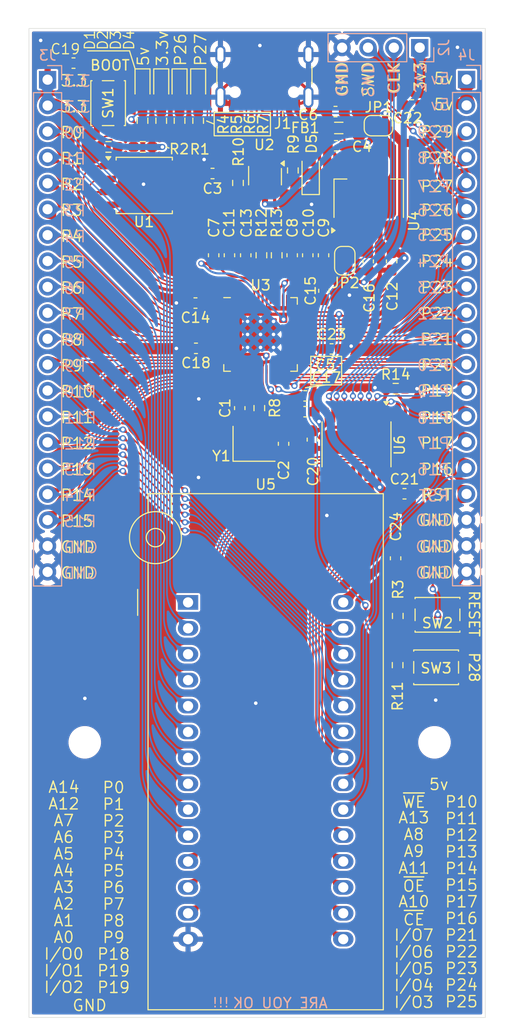
<source format=kicad_pcb>
(kicad_pcb (version 20241229) (generator "pcbnew") (generator_version "9.0")
  (title_block (title "Atmega EEPROM programmer") (date "2025-06-29") (rev "0.1") (company "Andrii Kukuruza"))
  (layers (0 "F.Cu" signal) (2 "B.Cu" signal) (13 "F.Paste" user) (15 "B.Paste" user) (5 "F.SilkS" user "F.Silkscreen") (7 "B.SilkS" user "B.Silkscreen") (1 "F.Mask" user) (3 "B.Mask" user) (25 "Edge.Cuts" user))
  (net 0 "")
  (net 1 "GND")
  (net 2 "VBUS")
  (net 3 "/XIN")
  (net 4 "/XOUT")
  (net 5 "+3V3")
  (net 6 "+1V1")
  (net 7 "/GPIO15")
  (net 8 "/GPIO14")
  (net 9 "/GPIO13")
  (net 10 "/GPIO12")
  (net 11 "/GPIO11")
  (net 12 "/GPIO10")
  (net 13 "/GPIO9")
  (net 14 "/GPIO8")
  (net 15 "/GPIO7")
  (net 16 "/GPIO6")
  (net 17 "/GPIO5")
  (net 18 "/GPIO4")
  (net 19 "/GPIO3")
  (net 20 "/GPIO2")
  (net 21 "/GPIO1")
  (net 22 "/GPIO0")
  (net 23 "/GPIO29_ADC3")
  (net 24 "/GPIO28_ADC2")
  (net 25 "/GPIO27_ADC1")
  (net 26 "/GPIO26_ADC0")
  (net 27 "/GPIO25")
  (net 28 "/GPIO24")
  (net 29 "/GPIO23")
  (net 30 "/GPIO22")
  (net 31 "/GPIO21")
  (net 32 "/GPIO20")
  (net 33 "/GPIO19")
  (net 34 "/GPIO18")
  (net 35 "/GPIO17")
  (net 36 "/GPIO16")
  (net 37 "/SWD")
  (net 38 "/SWCLK")
  (net 39 "/QSPI_SS")
  (net 40 "/QSPI_SD3")
  (net 41 "/QSPI_SCLK")
  (net 42 "/QSPI_SD0")
  (net 43 "/QSPI_SD2")
  (net 44 "/QSPI_SD1")
  (net 45 "/USB_D+")
  (net 46 "/USB_D-")
  (net 47 "Net-(C2-Pad1)")
  (net 48 "/VSYS")
  (net 51 "/USB_CC2")
  (net 52 "/USB_CC1")
  (net 53 "Net-(R2-Pad2)")
  (net 54 "/RESET")
  (net 55 "/O_USB_D+")
  (net 56 "/O_USB_D-")
  (net 57 "/GPIO19_TRANS")
  (net 58 "/GPIO25_TRANS")
  (net 59 "/GPIO18_TRANS")
  (net 60 "/GPIO20_TRANS")
  (net 61 "/GPIO22_TRANS")
  (net 62 "/GPIO24_TRANS")
  (net 63 "/GPIO23_TRANS")
  (net 64 "/GPIO21_TRANS")
  (net 65 "Net-(D1-A)")
  (net 66 "Net-(D2-A)")
  (net 67 "Net-(D5-K)")
  (net 68 "Net-(JP1-A)")
  (net 69 "Net-(JP2-A)")
  (net 70 "Net-(D3-A)")
  (net 71 "Net-(D4-A)")
  (net 72 "Net-(U3-USB_DP)")
  (net 73 "Net-(U3-USB_DM)")
  (footprint "Resistor_SMD:R_0603_1608Metric_Pad0.98x0.95mm_HandSolder" (layer "F.Cu") (at 157.676399 54.509796 90)
    (property "Reference" "R9")
    (property "Value" "5.1K")
  )
  (footprint "Capacitor_SMD:C_0603_1608Metric_Pad1.08x0.95mm_HandSolder" (layer "F.Cu") (at 167.7625 92.535 -90)
    (property "Reference" "C24")
    (property "Value" "100n")
  )
  (footprint "Crystal:Crystal_SMD_Abracon_ABM8G-4Pin_3.2x2.5mm" (layer "F.Cu") (at 153.8625 81.309796)
    (property "Reference" "Y1")
    (property "Value" "ABM8-272-T3")
  )
  (footprint "Inductor_SMD:L_0805_2012Metric_Pad1.05x1.20mm_HandSolder" (layer "F.Cu") (at 162.18371 50.345228)
    (property "Reference" "FB1")
    (property "Value" "BLM21PG121SN1D")
  )
  (footprint "Package_TO_SOT_SMD:SOT-23-6_Handsoldering" (layer "F.Cu") (at 154.9425 55.02 -90)
    (property "Reference" "U2")
    (property "Value" "USBLC6-2SC6")
  )
  (footprint "Button_Switch_SMD:SW_SPST_PTS810" (layer "F.Cu") (at 139.5375 47.91 90)
    (property "Reference" "SW1")
    (property "Value" "SW_Push_Dual")
  )
  (footprint "Capacitor_SMD:C_0603_1608Metric_Pad1.08x0.95mm_HandSolder" (layer "F.Cu") (at 160.725 66.309796 90)
    (property "Reference" "C15")
    (property "Value" "100n")
  )
  (footprint "Resistor_SMD:R_0603_1608Metric_Pad0.98x0.95mm_HandSolder" (layer "F.Cu") (at 167.9625 103.009796 -90)
    (property "Reference" "R11")
    (property "Value" "1K")
  )
  (footprint "Capacitor_SMD:C_0603_1608Metric_Pad1.08x0.95mm_HandSolder" (layer "F.Cu") (at 152.4625 77.809796 -90)
    (property "Reference" "C1")
    (property "Value" "15p")
  )
  (footprint "Jumper:SolderJumper-2_P1.3mm_Open_RoundedPad1.0x1.5mm" (layer "F.Cu") (at 166.08371 50.1153)
    (property "Reference" "JP1")
    (property "Value" "test 5v")
  )
  (footprint "Capacitor_SMD:C_0603_1608Metric_Pad1.08x0.95mm_HandSolder" (layer "F.Cu") (at 161.90871 52.089724)
    (property "Reference" "C4")
    (property "Value" "10n")
  )
  (footprint "Resistor_SMD:R_0603_1608Metric_Pad0.98x0.95mm_HandSolder" (layer "F.Cu") (at 167.775 75.909796 180)
    (property "Reference" "R14")
    (property "Value" "1K")
  )
  (footprint "Capacitor_SMD:C_0603_1608Metric_Pad1.08x0.95mm_HandSolder" (layer "F.Cu") (at 156.7625 81.309796 -90)
    (property "Reference" "C2")
    (property "Value" "15p")
  )
  (footprint "Package_TO_SOT_SMD:SOT-223-3_TabPin2" (layer "F.Cu") (at 165.125 57.259796 90)
    (property "Reference" "U4")
    (property "Value" "NCP1117-3.3_SOT223")
  )
  (footprint "Capacitor_SMD:C_0603_1608Metric_Pad1.08x0.95mm_HandSolder" (layer "F.Cu") (at 148.1625 71.95 180)
    (property "Reference" "C18")
    (property "Value" "100n")
  )
  (footprint "Resistor_SMD:R_0603_1608Metric_Pad0.98x0.95mm_HandSolder" (layer "F.Cu") (at 142.94 52.199796 180)
    (property "Reference" "R1")
    (property "Value" "DNF")
  )
  (footprint "Capacitor_SMD:C_0603_1608Metric_Pad1.08x0.95mm_HandSolder" (layer "F.Cu") (at 169.3875 48.085 180)
    (property "Reference" "C22")
    (property "Value" "10u")
  )
  (footprint "Jumper:SolderJumper-2_P1.3mm_Open_RoundedPad1.0x1.5mm" (layer "F.Cu") (at 162.775 63.359796 -90)
    (property "Reference" "JP2")
    (property "Value" "test 3.3v")
  )
  (footprint "Capacitor_SMD:C_0603_1608Metric_Pad1.08x0.95mm_HandSolder" (layer "F.Cu") (at 149.7875 54.81)
    (property "Reference" "C3")
    (property "Value" "100n")
  )
  (footprint "Button_Switch_SMD:SW_SPST_PTS810" (layer "F.Cu") (at 171.7425 103.224796 180)
    (property "Reference" "SW3")
    (property "Value" "SW_Push_Dual")
  )
  (footprint "Resistor_SMD:R_0603_1608Metric_Pad0.98x0.95mm_HandSolder" (layer "F.Cu") (at 148.3775 49.637173 90)
    (property "Reference" "R7")
    (property "Value" "50")
  )
  (footprint "Package_SO:SOIC-8_5.3x5.3mm_P1.27mm" (layer "F.Cu") (at 143.0825 55.979796)
    (property "Reference" "U1")
    (property "Value" "W25Q32JVSS")
  )
  (footprint "Capacitor_SMD:C_0603_1608Metric_Pad1.08x0.95mm_HandSolder" (layer "F.Cu") (at 153.05 62.82337 90)
    (property "Reference" "C13")
    (property "Value" "100n")
  )
  (footprint "Resistor_SMD:R_0603_1608Metric_Pad0.98x0.95mm_HandSolder" (layer "F.Cu") (at 144.751192 49.637173 90)
    (property "Reference" "R5")
    (property "Value" "150")
  )
  (footprint "Resistor_SMD:R_0603_1608Metric_Pad0.98x0.95mm_HandSolder" (layer "F.Cu") (at 167.9775 98.187296 90)
    (property "Reference" "R3")
    (property "Value" "1K")
  )
  (footprint "LED_SMD:LED_0603_1608Metric_Pad1.05x0.95mm_HandSolder" (layer "F.Cu") (at 142.914413 46.21 -90)
    (property "Reference" "D1")
    (property "Value" "LED")
  )
  (footprint "Resistor_SMD:R_0603_1608Metric_Pad0.98x0.95mm_HandSolder" (layer "F.Cu") (at 146.551192 49.637173 90)
    (property "Reference" "R6")
    (property "Value" "50")
  )
  (footprint "Capacitor_SMD:C_0603_1608Metric_Pad1.08x0.95mm_HandSolder" (layer "F.Cu") (at 158.9 78.159796)
    (property "Reference" "C17")
    (property "Value" "100n")
  )
  (footprint "Socket:DIP_Socket-28_W11.9_W12.7_W15.24_W17.78_W18.5_3M_228-1277-00-0602J" (layer "F.Cu") (at 147.385 96.859796)
    (property "Reference" "U5")
    (property "Value" "ZIF-28")
  )
  (footprint "Capacitor_SMD:C_0603_1608Metric_Pad1.08x0.95mm_HandSolder" (layer "F.Cu") (at 149.9 62.82337 90)
    (property "Reference" "C7")
    (property "Value" "100n")
  )
  (footprint "Button_Switch_SMD:SW_SPST_PTS810" (layer "F.Cu") (at 171.8775 98.074796 180)
    (property "Reference" "SW2")
    (property "Value" "SW_Push_Dual")
  )
  (footprint "Capacitor_SMD:C_0603_1608Metric_Pad1.08x0.95mm_HandSolder" (layer "F.Cu") (at 167.375 63.422296 -90)
    (property "Reference" "C12")
    (property "Value" "10u")
  )
  (footprint "rp2040:RP2040-QFN-56" (layer "F.Cu") (at 154.5025 70.587296)
    (property "Reference" "U3")
    (property "Value" "RP2040")
  )
  (footprint "Capacitor_SMD:C_0603_1608Metric_Pad1.08x0.95mm_HandSolder" (layer "F.Cu") (at 157.6094 62.82337 90)
    (property "Reference" "C8")
    (property "Value" "1u")
  )
  (footprint "Package_SO:TSSOP-20_4.4x6.5mm_P0.65mm" (layer "F.Cu") (at 163.925 81.359796 -90)
    (property "Reference" "U6")
    (property "Value" "TXS0108EPW")
  )
  (footprint "Resistor_SMD:R_0603_1608Metric_Pad0.98x0.95mm_HandSolder" (layer "F.Cu") (at 154.5894 62.82337 90)
    (property "Reference" "R12")
    (property "Value" "27")
  )
  (footprint "Resistor_SMD:R_0603_1608Metric_Pad0.98x0.95mm_HandSolder" (layer "F.Cu") (at 139.57 52.199796 180)
    (property "Reference" "R2")
    (property "Value" "1K")
  )
  (footprint "MountingHole:MountingHole_2.7mm_M2.5" (layer "F.Cu") (at 137.2425 110.58)
    (property "Reference" "H1" (hide yes))
    (property "Value" "MountingHole")
  )
  (footprint "Capacitor_SMD:C_0603_1608Metric_Pad1.08x0.95mm_HandSolder" (layer "F.Cu") (at 161.475 72.009796)
    (property "Reference" "C23")
    (property "Value" "100n")
  )
  (footprint "Capacitor_SMD:C_0603_1608Metric_Pad1.08x0.95mm_HandSolder" (layer "F.Cu") (at 161.8625 48.735 180)
    (property "Reference" "C6")
    (property "Value" "10u")
  )
  (footprint "Resistor_SMD:R_0603_1608Metric_Pad0.98x0.95mm_HandSolder" (layer "F.Cu") (at 154.3825 77.81 90)
    (property "Reference" "R8")
    (property "Value" "1K")
  )
  (footprint "MountingHole:MountingHole_2.7mm_M2.5" (layer "F.Cu") (at 171.5825 110.58)
    (property "Reference" "H2" (hide yes))
    (property "Value" "MountingHole")
  )
  (footprint "Capacitor_SMD:C_0603_1608Metric_Pad1.08x0.95mm_HandSolder" (layer "F.Cu") (at 148.1125 67.51 180)
    (property "Reference" "C14")
    (property "Value" "100n")
  )
  (footprint "LED_SMD:LED_0603_1608Metric_Pad1.05x0.95mm_HandSolder" (layer "F.Cu") (at 146.551192 46.21 -90)
    (property "Reference" "D3")
    (property "Value" "LED")
  )
  (footprint "Capacitor_SMD:C_0603_1608Metric_Pad1.08x0.95mm_HandSolder" (layer "F.Cu") (at 159.1394 62.82337 90)
    (property "Reference" "C10")
    (property "Value" "1u")
  )
  (footprint "Capacitor_SMD:C_0603_1608Metric_Pad1.08x0.95mm_HandSolder" (layer "F.Cu") (at 151.45 62.82337 90)
    (property "Reference" "C11")
    (property "Value" "100n")
  )
  (footprint "Diode_SMD:D_SOD-323_HandSoldering" (layer "F.Cu") (at 159.426399 54.859796 90)
    (property "Reference" "D5")
    (property "Value" "B5819WS")
  )
  (footprint "Capacitor_SMD:C_0603_1608Metric_Pad1.08x0.95mm_HandSolder" (layer "F.Cu") (at 165.075 63.422296 -90)
    (property "Reference" "C16")
    (property "Value" "10u")
  )
  (footprint "Connector_USB:USB_C_Receptacle_GCT_USB4105-xx-A_16P_TopMnt_Horizontal" (layer "F.Cu") (at 154.8825 44.22 180)
    (property "Reference" "J1")
    (property "Value" "USB_C_Receptacle_USB2.0_16P")
  )
  (footprint "Capacitor_SMD:C_0603_1608Metric_Pad1.08x0.95mm_HandSolder" (layer "F.Cu") (at 136.1375 43.985)
    (property "Reference" "C19")
    (property "Value" "10u")
  )
  (footprint "Resistor_SMD:R_0603_1608Metric_Pad0.98x0.95mm_HandSolder" (layer "F.Cu") (at 152.2875 55.735 90)
    (property "Reference" "R10")
    (property "Value" "5.1K")
  )
  (footprint "Capacitor_SMD:C_0603_1608Metric_Pad1.08x0.95mm_HandSolder" (layer "F.Cu") (at 168.6375 86.209796)
    (property "Reference" "C21")
    (property "Value" "100n")
  )
  (footprint "LED_SMD:LED_0603_1608Metric_Pad1.05x0.95mm_HandSolder" (layer "F.Cu") (at 144.751192 46.21 -90)
    (property "Reference" "D2")
    (property "Value" "LED")
  )
  (footprint "Resistor_SMD:R_0603_1608Metric_Pad0.98x0.95mm_HandSolder" (layer "F.Cu") (at 142.914413 49.637173 90)
    (property "Reference" "R4")
    (property "Value" "330")
  )
  (footprint "LED_SMD:LED_0603_1608Metric_Pad1.05x0.95mm_HandSolder" (layer "F.Cu") (at 148.3775 46.21 -90)
    (property "Reference" "D4")
    (property "Value" "LED")
  )
  (footprint "Capacitor_SMD:C_0603_1608Metric_Pad1.08x0.95mm_HandSolder" (layer "F.Cu") (at 160.69 62.82337 90)
    (property "Reference" "C9")
    (property "Value" "100n")
  )
  (footprint "Resistor_SMD:R_0603_1608Metric_Pad0.98x0.95mm_HandSolder" (layer "F.Cu") (at 156.0894 62.82337 90)
    (property "Reference" "R13")
    (property "Value" "27")
  )
  (footprint "Capacitor_SMD:C_0603_1608Metric_Pad1.08x0.95mm_HandSolder" (layer "F.Cu") (at 158.9 76.609796)
    (property "Reference" "C5")
    (property "Value" "100n")
  )
  (footprint "Capacitor_SMD:C_0603_1608Metric_Pad1.08x0.95mm_HandSolder" (layer "F.Cu") (at 159.5925 80.9 90)
    (property "Reference" "C20")
    (property "Value" "100n")
  )
  (footprint "Connector_PinHeader_2.54mm:PinHeader_1x04_P2.54mm_Vertical" (layer "B.Cu") (at 170.1325 42.47 90)
    (property "Reference" "J2")
    (property "Value" "Conn_01x04")
  )
  (footprint "Connector_PinHeader_2.54mm:PinHeader_1x20_P2.54mm_Vertical" (layer "B.Cu") (at 174.7325 45.59 180)
    (property "Reference" "J4")
    (property "Value" "Conn_01x20")
  )
  (footprint "Connector_PinHeader_2.54mm:PinHeader_1x20_P2.54mm_Vertical" (layer "B.Cu") (at 133.5925 45.609796 180)
    (property "Reference" "J3")
    (property "Value" "Conn_01x20")
  )
  (gr_rect (start 159.4375 72.735) (end 162.4625 75.535) (stroke (width 0.12)) (fill no) (layer "F.SilkS"))
  (gr_line (start 149.95 49.96) (end 149.2125 49.66) (stroke (width 0.12)) (layer "F.SilkS"))
  (gr_rect (start 149.95 48.81) (end 155.475 51.11) (stroke (width 0.12)) (fill no) (layer "F.SilkS"))
  (gr_line (start 137.526185 42.786931) (end 141.6375 42.785) (stroke (width 0.12)) (layer "F.SilkS"))
  (gr_line (start 160.95 75.535) (end 158.9125 75.81) (stroke (width 0.12)) (layer "F.SilkS"))
  (gr_line (start 142.1875 44.56) (end 141.6375 42.785) (stroke (width 0.12)) (layer "F.SilkS"))
  (gr_line (start 156.6825 49.185) (end 156.6825 48.735) (stroke (width 0.12)) (layer "F.SilkS"))
  (gr_line (start 145.5125 52.31) (end 145.2375 52.21) (stroke (width 0.12)) (layer "F.SilkS"))
  (gr_rect (start 131.7625 40.585) (end 176.57 137.56) (stroke (width 0.05)) (fill no) (layer "Edge.Cuts"))
  (gr_text "P10" (at 172.5425 117.058182 0) (layer "F.SilkS") (effects (font (size 1.1 1.1) (thickness 0.1375)) (justify left bottom)))
  (gr_text "P25" (at 172.5425 136.65 0) (layer "F.SilkS") (effects (font (size 1.1 1.1) (thickness 0.1375)) (justify left bottom)))
  (gr_text "P11\n" (at 172.5425 118.690834 0) (layer "F.SilkS") (effects (font (size 1.1 1.1) (thickness 0.1375)) (justify left bottom)))
  (gr_text "P28" (at 174.8925 101.67 270) (layer "F.SilkS") (effects (font (size 1 1)) (justify left bottom)))
  (gr_text "P13" (at 134.7875 84.453421 0) (layer "F.SilkS") (effects (font (size 1.1 1.1) (thickness 0.1375)) (justify left bottom)))
  (gr_text "A11" (at 167.951548 123.544761 0) (layer "F.SilkS") (effects (font (size 1.1 1.1) (thickness 0.1375)) (justify left bottom)))
  (gr_text "P2" (at 134.7875 56.519211 0) (layer "F.SilkS") (effects (font (size 1.1 1.1) (thickness 0.1375)) (justify left bottom)))
  (gr_text "P15" (at 172.5425 125.22144 0) (layer "F.SilkS") (effects (font (size 1.1 1.1) (thickness 0.1375)) (justify left bottom)))
  (gr_text "P17" (at 170.1425 81.885 0) (layer "F.SilkS") (effects (font (size 1.1 1.1) (thickness 0.1375)) (justify left bottom)))
  (gr_text "GND" (at 169.985357 92.035 0) (layer "F.SilkS") (effects (font (size 1.1 1.1) (thickness 0.1375)) (justify left bottom)))
  (gr_text "P19" (at 138.38869 135.247954 0) (layer "F.SilkS") (effects (font (size 1.1 1.1) (thickness 0.1375)) (justify left bottom)))
  (gr_text "P3" (at 134.7875 59.058684 0) (layer "F.SilkS") (effects (font (size 1.1 1.1) (thickness 0.1375)) (justify left bottom)))
  (gr_text "A6" (at 134.105357 120.521591 0) (layer "F.SilkS") (effects (font (size 1.1 1.1) (thickness 0.1375)) (justify left bottom)))
  (gr_text "A2" (at 134.105357 127.062197 0) (layer "F.SilkS") (effects (font (size 1.1 1.1) (thickness 0.1375)) (justify left bottom)))
  (gr_text "I/O1" (at 133.1625 133.602803 0) (layer "F.SilkS") (effects (font (size 1.1 1.1) (thickness 0.1375)) (justify left bottom)))
  (gr_text "P1" (at 134.7875 53.979737 0) (layer "F.SilkS") (effects (font (size 1.1 1.1) (thickness 0.1375)) (justify left bottom)))
  (gr_text "I/O4" (at 167.5325 135.064345 0) (layer "F.SilkS") (effects (font (size 1.1 1.1) (thickness 0.1375)) (justify left bottom)))
  (gr_text "3.3v" (at 145.5125 44.36 90) (layer "F.SilkS") (effects (font (size 1.1 1.1) (thickness 0.1375)) (justify left bottom)))
  (gr_text "~{CE}" (at 168.422976 128.607766 0) (layer "F.SilkS") (effects (font (size 1.1 1.1) (thickness 0.1375)) (justify left bottom)))
  (gr_text "A7" (at 134.105357 118.886439 0) (layer "F.SilkS") (effects (font (size 1.1 1.1) (thickness 0.1375)) (justify left bottom)))
  (gr_text "I/O6" (at 167.5325 131.773035 0) (layer "F.SilkS") (effects (font (size 1.1 1.1) (thickness 0.1375)) (justify left bottom)))
  (gr_text "P27" (at 149.2625 44.36 90) (layer "F.SilkS") (effects (font (size 1.1 1.1) (thickness 0.1375)) (justify left bottom)))
  (gr_text "A3" (at 134.105357 125.427045 0) (layer "F.SilkS") (effects (font (size 1.1 1.1) (thickness 0.1375)) (justify left bottom)))
  (gr_text "GND" (at 134.7875 94.611316 0) (layer "F.SilkS") (effects (font (size 1.1 1.1) (thickness 0.1375)) (justify left bottom)))
  (gr_text "CLK" (at 168.264167 47.027143 90) (layer "F.SilkS") (effects (font (size 1.1 1.1) (thickness 0.1375)) (justify left bottom)))
  (gr_text "3v3" (at 170.8225 46.87 90) (layer "F.SilkS") (effects (font (size 1.1 1.1) (thickness 0.1375)) (justify left bottom)))
  (gr_text "P12" (at 134.7875 81.913948 0) (layer "F.SilkS") (effects (font (size 1.1 1.1) (thickness 0.1375)) (justify left bottom)))
  (gr_text "P13\n" (at 172.5425 121.956137 0) (layer "F.SilkS") (effects (font (size 1.1 1.1) (thickness 0.1375)) (justify left bottom)))
  (gr_text "P16" (at 170.1425 84.46 0) (layer "F.SilkS") (effects (font (size 1.1 1.1) (thickness 0.1375)) (justify left bottom)))
  (gr_text "I/O3" (at 167.5325 136.71 0) (layer "F.SilkS") (effects (font (size 1.1 1.1) (thickness 0.1375)) (justify left bottom)))
  (gr_text "A1\n" (at 134.105357 128.697348 0) (layer "F.SilkS") (effects (font (size 1.1 1.1) (thickness 0.1375)) (justify left bottom)))
  (gr_text "A12" (at 133.581548 117.251288 0) (layer "F.SilkS") (effects (font (size 1.1 1.1) (thickness 0.1375)) (justify left bottom)))
  (gr_text "P15" (at 134.7875 89.532369 0) (layer "F.SilkS") (effects (font (size 1.1 1.1) (thickness 0.1375)) (justify left bottom)))
  (gr_text "P25" (at 170.1425 61.485 0) (layer "F.SilkS") (effects (font (size 1.1 1.1) (thickness 0.1375)) (justify left bottom)))
  (gr_text "P28" (at 170.1425 53.935 0) (layer "F.SilkS") (effects (font (size 1.1 1.1) (thickness 0.1375)) (justify left bottom)))
  (gr_text "P6" (at 138.9125 125.452045 0) (layer "F.SilkS") (effects (font (size 1.1 1.1) (thickness 0.1375)) (justify left bottom)))
  (gr_text "GND" (at 135.9525 137.02 0) (layer "F.SilkS") (effects (font (size 1.1 1.1) (thickness 0.1375)) (justify left bottom)))
  (gr_text "3.3" (at 134.7875 46.361316 0) (layer "F.SilkS") (effects (font (size 1.1 1.1) (thickness 0.1375)) (justify left bottom)))
  (gr_text "P0" (at 134.7875 51.440263 0) (layer "F.SilkS") (effects (font (size 1.1 1.1) (thickness 0.1375)) (justify left bottom)))
  (gr_text "P16" (at 172.5425 128.486743 0) (layer "F.SilkS") (effects (font (size 1.1 1.1) (thickness 0.1375)) (justify left bottom)))
  (gr_text "P9" (at 138.9125 130.35 0) (layer "F.SilkS") (effects (font (size 1.1 1.1) (thickness 0.1375)) (justify left bottom)))
  (gr_text "P3\n" (at 138.9125 120.554091 0) (layer "F.SilkS") (effects (font (size 1.1 1.1) (thickness 0.1375)) (justify left bottom)))
  (gr_text "P12" (at 172.5425 120.323485 0) (layer "F.SilkS") (effects (font (size 1.1 1.1) (thickness 0.1375)) (justify left bottom)))
  (gr_text "P18" (at 170.1425 79.41 0) (layer "F.SilkS") (effects (font (size 1.1 1.1) (thickness 0.1375)) (justify left bottom)))
  (gr_text "A4" (at 134.105357 123.791894 0) (layer "F.SilkS") (effects (font (size 1.1 1.1) (thickness 0.1375)) (justify left bottom)))
  (gr_text "P27" (at 170.1425 56.71 0) (layer "F.SilkS") (effects (font (size 1.1 1.1) (thickness 0.1375)) (justify left bottom)))
  (gr_text "P21" (at 172.5425 130.119394 0) (layer "F.SilkS") (effects (font (size 1.1 1.1) (thickness 0.1375)) (justify left bottom)))
  (gr_text "3.3" (at 134.7875 48.90079 0) (layer "F.SilkS") (effects (font (size 1.1 1.1) (thickness 0.1375)) (justify left bottom)))
  (gr_text "P1" (at 138.9125 117.288788 0) (layer "F.SilkS") (effects (font (size 1.1 1.1) (thickness 0.1375)) (justify left bottom)))
  (gr_text "GND" (at 169.985357 89.435 0) (layer "F.SilkS") (effects (font (size 1.1 1.1) (thickness 0.1375)) (justify left bottom)))
  (gr_text "I/O0" (at 133.1625 131.967651 0) (layer "F.SilkS") (effects (font (size 1.1 1.1) (thickness 0.1375)) (justify left bottom)))
  (gr_text "P23" (at 170.1425 66.635 0) (layer "F.SilkS") (effects (font (size 1.1 1.1) (thickness 0.1375)) (justify left bottom)))
  (gr_text "GND" (at 169.985357 94.585 0) (layer "F.SilkS") (effects (font (size 1.1 1.1) (thickness 0.1375)) (justify left bottom)))
  (gr_text "I/O7" (at 167.5325 130.12738 0) (layer "F.SilkS") (effects (font (size 1.1 1.1) (thickness 0.1375)) (justify left bottom)))
  (gr_text "P4" (at 138.9125 122.186742 0) (layer "F.SilkS") (effects (font (size 1.1 1.1) (thickness 0.1375)) (justify left bottom)))
  (gr_text "P10" (at 134.7875 76.835 0) (layer "F.SilkS") (effects (font (size 1.1 1.1) (thickness 0.1375)) (justify left bottom)))
  (gr_text "5v" (at 170.9725 115.35 0) (layer "F.SilkS") (effects (font (size 1.1 1.1) (thickness 0.1375)) (justify left bottom)))
  (gr_text "P19" (at 170.1425 76.76 0) (layer "F.SilkS") (effects (font (size 1.1 1.1) (thickness 0.1375)) (justify left bottom)))
  (gr_text "P24" (at 170.1425 64.06 0) (layer "F.SilkS") (effects (font (size 1.1 1.1) (thickness 0.1375)) (justify left bottom)))
  (gr_text "P29" (at 170.1425 51.36 0) (layer "F.SilkS") (effects (font (size 1.1 1.1) (thickness 0.1375)) (justify left bottom)))
  (gr_text "P8" (at 138.9125 128.717348 0) (layer "F.SilkS") (effects (font (size 1.1 1.1) (thickness 0.1375)) (justify left bottom)))
  (gr_text "P21" (at 170.1425 71.71 0) (layer "F.SilkS") (effects (font (size 1.1 1.1) (thickness 0.1375)) (justify left bottom)))
  (gr_text "P5" (at 134.7875 64.137632 0) (layer "F.SilkS") (effects (font (size 1.1 1.1) (thickness 0.1375)) (justify left bottom)))
  (gr_text "SWD" (at 165.705833 47.341429 90) (layer "F.SilkS") (effects (font (size 1.1 1.1) (thickness 0.1375)) (justify left bottom)))
  (gr_text "A0" (at 134.105357 130.3325 0) (layer "F.SilkS") (effects (font (size 1.1 1.1) (thickness 0.1375)) (justify left bottom)))
  (gr_text "P18" (at 138.38869 131.982651 0) (layer "F.SilkS") (effects (font (size 1.1 1.1) (thickness 0.1375)) (justify left bottom)))
  (gr_text "GND" (at 134.7875 92.071842 0) (layer "F.SilkS") (effects (font (size 1.1 1.1) (thickness 0.1375)) (justify left bottom)))
  (gr_text "P0" (at 138.9125 115.656136 0) (layer "F.SilkS") (effects (font (size 1.1 1.1) (thickness 0.1375)) (justify left bottom)))
  (gr_text "BOOT" (at 137.6875 44.785 0) (layer "F.SilkS") (effects (font (size 1 1)) (justify left bottom)))
  (gr_text "P26" (at 170.1425 59.06 0) (layer "F.SilkS") (effects (font (size 1.1 1.1) (thickness 0.1375)) (justify left bottom)))
  (gr_text "I/O2" (at 133.1625 135.237954 0) (layer "F.SilkS") (effects (font (size 1.1 1.1) (thickness 0.1375)) (justify left bottom)))
  (gr_text "P4" (at 134.7875 61.598158 0) (layer "F.SilkS") (effects (font (size 1.1 1.1) (thickness 0.1375)) (justify left bottom)))
  (gr_text "GND" (at 163.1475 47.289048 90) (layer "F.SilkS") (effects (font (size 1.1 1.1) (thickness 0.1375)) (justify left bottom)))
  (gr_text "P23" (at 172.5425 133.384697 0) (layer "F.SilkS") (effects (font (size 1.1 1.1) (thickness 0.1375)) (justify left bottom)))
  (gr_text "P22" (at 172.5425 131.752046 0) (layer "F.SilkS") (effects (font (size 1.1 1.1) (thickness 0.1375)) (justify left bottom)))
  (gr_text "RESET" (at 174.8875 95.61 270) (layer "F.SilkS") (effects (font (size 1 1)) (justify left bottom)))
  (gr_text "P14" (at 134.7875 86.992895 0) (layer "F.SilkS") (effects (font (size 1.1 1.1) (thickness 0.1375)) (justify left bottom)))
  (gr_text "P20" (at 170.1425 74.235 0) (layer "F.SilkS") (effects (font (size 1.1 1.1) (thickness 0.1375)) (justify left bottom)))
  (gr_text "5v" (at 171.452024 46.135 0) (layer "F.SilkS") (effects (font (size 1.1 1.1) (thickness 0.1375)) (justify left bottom)))
  (gr_text "A8" (at 168.475357 120.253451 0) (layer "F.SilkS") (effects (font (size 1.1 1.1) (thickness 0.1375)) (justify left bottom)))
  (gr_text "P26" (at 147.2875 44.36 90) (layer "F.SilkS") (effects (font (size 1.1 1.1) (thickness 0.1375)) (justify left bottom)))
  (gr_text "A9\n" (at 168.475357 121.899106 0) (layer "F.SilkS") (effects (font (size 1.1 1.1) (thickness 0.1375)) (justify left bottom)))
  (gr_text "P19" (at 138.38869 133.615303 0) (layer "F.SilkS") (effects (font (size 1.1 1.1) (thickness 0.1375)) (justify left bottom)))
  (gr_text "~{WE}" (at 168.344405 117.088182 0) (layer "F.SilkS") (effects (font (size 1.1 1.1) (thickness 0.1375)) (justify left bottom)))
  (gr_text "5v" (at 143.6375 44.36 90) (layer "F.SilkS") (effects (font (size 1.1 1.1) (thickness 0.1375)) (justify left bottom)))
  (gr_text "P17" (at 172.5425 126.854091 0) (layer "F.SilkS") (effects (font (size 1.1 1.1) (thickness 0.1375)) (justify left bottom)))
  (gr_text "P8" (at 134.7875 71.756053 0) (layer "F.SilkS") (effects (font (size 1.1 1.1) (thickness 0.1375)) (justify left bottom)))
  (gr_text "P14" (at 172.5425 123.588788 0) (layer "F.SilkS") (effects (font (size 1.1 1.1) (thickness 0.1375)) (justify left bottom)))
  (gr_text "P7" (at 134.7875 69.216579 0) (layer "F.SilkS") (effects (font (size 1.1 1.1) (thickness 0.1375)) (justify left bottom)))
  (gr_text "A13" (at 167.951548 118.607796 0) (layer "F.SilkS") (effects (font (size 1.1 1.1) (thickness 0.1375)) (justify left bottom)))
  (gr_text "P9" (at 134.7875 74.295527 0) (layer "F.SilkS") (effects (font (size 1.1 1.1) (thickness 0.1375)) (justify left bottom)))
  (gr_text "A14" (at 133.581548 115.616136 0) (layer "F.SilkS") (effects (font (size 1.1 1.1) (thickness 0.1375)) (justify left bottom)))
  (gr_text "P11" (at 134.7875 79.374474 0) (layer "F.SilkS") (effects (font (size 1.1 1.1) (thickness 0.1375)) (justify left bottom)))
  (gr_text "A5" (at 134.105357 122.156742 0) (layer "F.SilkS") (effects (font (size 1.1 1.1) (thickness 0.1375)) (justify left bottom)))
  (gr_text "P22" (at 170.1425 69.185 0) (layer "F.SilkS") (effects (font (size 1.1 1.1) (thickness 0.1375)) (justify left bottom)))
  (gr_text "P2" (at 138.9125 118.921439 0) (layer "F.SilkS") (effects (font (size 1.1 1.1) (thickness 0.1375)) (justify left bottom)))
  (gr_text "P6" (at 134.7875 66.677105 0) (layer "F.SilkS") (effects (font (size 1.1 1.1) (thickness 0.1375)) (justify left bottom)))
  (gr_text "RST" (at 170.250357 86.95 0) (layer "F.SilkS") (effects (font (size 1.1 1.1) (thickness 0.1375)) (justify left bottom)))
  (gr_text "A10\n" (at 167.951548 126.836071 0) (layer "F.SilkS") (effects (font (size 1.1 1.1) (thickness 0.1375)) (justify left bottom)))
  (gr_text "I/O5" (at 167.5325 133.41869 0) (layer "F.SilkS") (effects (font (size 1.1 1.1) (thickness 0.1375)) (justify left bottom)))
  (gr_text "P7" (at 138.9125 127.084697 0) (layer "F.SilkS") (effects (font (size 1.1 1.1) (thickness 0.1375)) (justify left bottom)))
  (gr_text "P5" (at 138.9125 123.819394 0) (layer "F.SilkS") (effects (font (size 1.1 1.1) (thickness 0.1375)) (justify left bottom)))
  (gr_text "~{OE}" (at 168.396786 125.316457 0) (layer "F.SilkS") (effects (font (size 1.1 1.1) (thickness 0.1375)) (justify left bottom)))
  (gr_text "5v" (at 171.452024 48.685 0) (layer "F.SilkS") (effects (font (size 1.1 1.1) (thickness 0.1375)) (justify left bottom)))
  (gr_text "P24" (at 172.5425 135.017349 0) (layer "F.SilkS") (effects (font (size 1.1 1.1) (thickness 0.1375)) (justify left bottom)))
  (gr_text "P7" (at 137.4225 69.258421 -0) (layer "B.SilkS") (effects (font (size 1.1 1.1) (thickness 0.1375)) (justify left bottom mirror)))
  (gr_text "CLK" (at 166.8775 47.157143 -90) (layer "B.SilkS") (effects (font (size 1.1 1.1) (thickness 0.1375)) (justify left bottom mirror)))
  (gr_text "P5" (at 137.4225 64.179474 -0) (layer "B.SilkS") (effects (font (size 1.1 1.1) (thickness 0.1375)) (justify left bottom mirror)))
  (gr_text "P18" (at 173.1625 79.435 -0) (layer "B.SilkS") (effects (font (size 1.1 1.1) (thickness 0.1375)) (justify left bottom mirror)))
  (gr_text "5v" (at 173.1625 48.71 -0) (layer "B.SilkS") (effects (font (size 1.1 1.1) (thickness 0.1375)) (justify left bottom mirror)))
  (gr_text "3.3" (at 137.893929 48.942632 -0) (layer "B.SilkS") (effects (font (size 1.1 1.1) (thickness 0.1375)) (justify left bottom mirror)))
  (gr_text "P21" (at 173.1625 71.735 -0) (layer "B.SilkS") (effects (font (size 1.1 1.1) (thickness 0.1375)) (justify left bottom mirror)))
  (gr_text "P10" (at 138.470119 76.876842 -0) (layer "B.SilkS") (effects (font (size 1.1 1.1) (thickness 0.1375)) (justify left bottom mirror)))
  (gr_text "P23" (at 173.1625 66.66 -0) (layer "B.SilkS") (effects (font (size 1.1 1.1) (thickness 0.1375)) (justify left bottom mirror)))
  (gr_text "P24" (at 173.1625 64.085 -0) (layer "B.SilkS") (effects (font (size 1.1 1.1) (thickness 0.1375)) (justify left bottom mirror)))
  (gr_text "GND" (at 161.8025 47.419048 -90) (layer "B.SilkS") (effects (font (size 1.1 1.1) (thickness 0.1375)) (justify left bottom mirror)))
  (gr_text "P12" (at 138.470119 81.95579 -0) (layer "B.SilkS") (effects (font (size 1.1 1.1) (thickness 0.1375)) (justify left bottom mirror)))
  (gr_text "P2" (at 137.4225 56.561053 -0) (layer "B.SilkS") (effects (font (size 1.1 1.1) (thickness 0.1375)) (justify left bottom mirror)))
  (gr_text "3v3" (at 169.5025 47 -90) (layer "B.SilkS") (effects (font (size 1.1 1.1) (thickness 0.1375)) (justify left bottom mirror)))
  (gr_text "P14" (at 138.470119 87.034737 -0) (layer "B.SilkS") (effects (font (size 1.1 1.1) (thickness 0.1375)) (justify left bottom mirror)))
  (gr_text "P1" (at 137.4225 54.021579 -0) (layer "B.SilkS") (effects (font (size 1.1 1.1) (thickness 0.1375)) (justify left bottom mirror)))
  (gr_text "GND" (at 138.627262 92.113684 -0) (layer "B.SilkS") (effects (font (size 1.1 1.1) (thickness 0.1375)) (justify left bottom mirror)))
  (gr_text "SWD" (at 164.3775 47.471429 -90) (layer "B.SilkS") (effects (font (size 1.1 1.1) (thickness 0.1375)) (justify left bottom mirror)))
  (gr_text "RST" (at 173.109643 87.055 -0) (layer "B.SilkS") (effects (font (size 1.1 1.1) (thickness 0.1375)) (justify left bottom mirror)))
  (gr_text "P13" (at 138.470119 84.495263 -0) (layer "B.SilkS") (effects (font (size 1.1 1.1) (thickness 0.1375)) (justify left bottom mirror)))
  (gr_text "P3" (at 137.4225 59.100526 -0) (layer "B.SilkS") (effects (font (size 1.1 1.1) (thickness 0.1375)) (justify left bottom mirror)))
  (gr_text "P9" (at 137.4225 74.337369 -0) (layer "B.SilkS") (effects (font (size 1.1 1.1) (thickness 0.1375)) (justify left bottom mirror)))
  (gr_text "P11" (at 138.470119 79.416316 -0) (layer "B.SilkS") (effects (font (size 1.1 1.1) (thickness 0.1375)) (justify left bottom mirror)))
  (gr_text "P19" (at 173.1625 76.785 -0) (layer "B.SilkS") (effects (font (size 1.1 1.1) (thickness 0.1375)) (justify left bottom mirror)))
  (gr_text "ARE YOU OK" (at 161.180036 136.73 -0) (layer "B.SilkS") (effects (font (size 1 1)) (justify left bottom mirror)))
  (gr_text "GND" (at 138.627262 94.653158 -0) (layer "B.SilkS") (effects (font (size 1.1 1.1) (thickness 0.1375)) (justify left bottom mirror)))
  (gr_text "P26" (at 173.1625 59.085 -0) (layer "B.SilkS") (effects (font (size 1.1 1.1) (thickness 0.1375)) (justify left bottom mirror)))
  (gr_text "P15" (at 138.470119 89.574211 -0) (layer "B.SilkS") (effects (font (size 1.1 1.1) (thickness 0.1375)) (justify left bottom mirror)))
  (gr_text "P6" (at 137.4225 66.718947 -0) (layer "B.SilkS") (effects (font (size 1.1 1.1) (thickness 0.1375)) (justify left bottom mirror)))
  (gr_text "5v" (at 173.1625 46.16 -0) (layer "B.SilkS") (effects (font (size 1.1 1.1) (thickness 0.1375)) (justify left bottom mirror)))
  (gr_text "GND" (at 173.1625 94.61 -0) (layer "B.SilkS") (effects (font (size 1.1 1.1) (thickness 0.1375)) (justify left bottom mirror)))
  (gr_text "P17" (at 173.1625 81.91 -0) (layer "B.SilkS") (effects (font (size 1.1 1.1) (thickness 0.1375)) (justify left bottom mirror)))
  (gr_text "P0" (at 137.4225 51.482105 -0) (layer "B.SilkS") (effects (font (size 1.1 1.1) (thickness 0.1375)) (justify left bottom mirror)))
  (gr_text "P8" (at 137.4225 71.797895 -0) (layer "B.SilkS") (effects (font (size 1.1 1.1) (thickness 0.1375)) (justify left bottom mirror)))
  (gr_text "GND" (at 173.1625 92.06 -0) (layer "B.SilkS") (effects (font (size 1.1 1.1) (thickness 0.1375)) (justify left bottom mirror)))
  (gr_text "!!!" (at 151.440036 136.74 -0) (layer "B.SilkS") (effects (font (size 1 1) (thickness 0.15) (italic yes)) (justify left bottom mirror)))
  (gr_text "P22" (at 173.1625 69.21 -0) (layer "B.SilkS") (effects (font (size 1.1 1.1) (thickness 0.1375)) (justify left bottom mirror)))
  (gr_text "P27" (at 173.1625 56.735 -0) (layer "B.SilkS") (effects (font (size 1.1 1.1) (thickness 0.1375)) (justify left bottom mirror)))
  (gr_text "P20" (at 173.1625 74.26 -0) (layer "B.SilkS") (effects (font (size 1.1 1.1) (thickness 0.1375)) (justify left bottom mirror)))
  (gr_text "P28" (at 173.1625 53.96 -0) (layer "B.SilkS") (effects (font (size 1.1 1.1) (thickness 0.1375)) (justify left bottom mirror)))
  (gr_text "3.3" (at 137.893929 46.403158 -0) (layer "B.SilkS") (effects (font (size 1.1 1.1) (thickness 0.1375)) (justify left bottom mirror)))
  (gr_text "P4" (at 137.4225 61.64 -0) (layer "B.SilkS") (effects (font (size 1.1 1.1) (thickness 0.1375)) (justify left bottom mirror)))
  (gr_text "P16" (at 173.1625 84.485 -0) (layer "B.SilkS") (effects (font (size 1.1 1.1) (thickness 0.1375)) (justify left bottom mirror)))
  (gr_text "P25" (at 173.1625 61.51 -0) (layer "B.SilkS") (effects (font (size 1.1 1.1) (thickness 0.1375)) (justify left bottom mirror)))
  (gr_text "P29" (at 173.1625 51.385 -0) (layer "B.SilkS") (effects (font (size 1.1 1.1) (thickness 0.1375)) (justify left bottom mirror)))
  (gr_text "GND" (at 173.1625 89.46 -0) (layer "B.SilkS") (effects (font (size 1.1 1.1) (thickness 0.1375)) (justify left bottom mirror)))
  (segment (start 152.2875 56.665177) (end 152.2875 56.995983) (width 0.2) (layer "F.Cu") (net 1))
  (segment (start 159.7625 77.175336) (end 159.7625 78.159796) (width 0.2) (layer "F.Cu") (net 1))
  (segment (start 143.382869 45.335) (end 142.445956 45.335) (width 0.15) (layer "F.Cu") (net 1))
  (segment (start 137.463842 43.985) (end 137 43.985) (width 0.15) (layer "F.Cu") (net 1))
  (segment (start 168.0025 103.99058) (end 168.0025 104.218708) (width 0.15) (layer "F.Cu") (net 1))
  (segment (start 150.5625 43.145) (end 150.0225 43.145) (width 0.15) (layer "F.Cu") (net 1))
  (segment (start 148.3775 45.335) (end 148.3775 44.7925) (width 0.15) (layer "F.Cu") (net 1))
  (segment (start 152.2875 56.629822) (end 152.2875 56.665177) (width 0.3) (layer "F.Cu") (net 1))
  (segment (start 152.244822 56.6725) (end 151.90625 56.6725) (width 0.3) (layer "F.Cu") (net 1))
  (segment (start 138.4625 45.835) (end 138.4625 44.983657) (width 0.15) (layer "F.Cu") (net 1))
  (segment (start 138.4625 45.835) (end 138.4625 49.985) (width 0.15) (layer "F.Cu") (net 1))
  (segment (start 169.862398 75.909898) (end 169.8625 75.91) (width 0.15) (layer "F.Cu") (net 1))
  (segment (start 159.762248 47.36) (end 160.070455 47.36) (width 0.3) (layer "F.Cu") (net 1))
  (segment (start 161.170225 48.872653) (end 161.82814 49.530568) (width 0.2) (layer "F.Cu") (net 1))
  (segment (start 161.1675 43.47) (end 161.062309 43.47) (width 0.3) (layer "F.Cu") (net 1))
  (segment (start 159.2025 43.145) (end 160.27769 43.145) (width 0.3) (layer "F.Cu") (net 1))
  (segment (start 151.457071 61.937296) (end 153.05 61.937296) (width 0.3) (layer "F.Cu") (net 1))
  (segment (start 162.933471 72.009796) (end 162.3375 72.009796) (width 0.3) (layer "F.Cu") (net 1))
  (segment (start 157.64595 61.92432) (end 157.6094 61.96087) (width 0.2) (layer "F.Cu") (net 1))
  (segment (start 159.122328 61.97087) (end 157.6094 61.97087) (width 0.3) (layer "F.Cu") (net 1))
  (segment (start 158.769428 47.758071) (end 159.025723 47.501776) (width 0.3) (layer "F.Cu") (net 1))
  (segment (start 159.5125 57.835) (end 159.5125 57.81) (width 0.15) (layer "F.Cu") (net 1))
  (segment (start 173.731369 92.848869) (end 174.679466 93.796966) (width 0.2) (layer "F.Cu") (net 1))
  (segment (start 161.125067 61.847228) (end 162.469692 60.502603) (width 0.2) (layer "F.Cu") (net 1))
  (segment (start 156.65 82.159796) (end 156.7625 82.272296) (width 0.2) (layer "F.Cu") (net 1))
  (segment (start 173.731369 92.31113) (end 174.7325 91.31) (width 0.2) (layer "F.Cu") (net 1))
  (segment (start 153.5025 74.742398) (end 153.5025 74.024796) (width 0.15) (layer "F.Cu") (net 1))
  (segment (start 152.269606 45.75) (end 157.597819 45.75) (width 0.3) (layer "F.Cu") (net 1))
  (segment (start 158.749769 81.7625) (end 159.5925 81.7625) (width 0.15) (layer "F.Cu") (net 1))
  (segment (start 174.9225 93.89) (end 174.944822 93.912322) (width 0.2) (layer "F.Cu") (net 1))
  (segment (start 150.58 54.929497) (end 150.58 55.29125) (width 0.3) (layer "F.Cu") (net 1))
  (segment (start 151.51625 47.9375) (end 151.6825 47.9375) (width 0.3) (layer "F.Cu") (net 1))
  (segment (start 151.432928 61.927296) (end 149.9 61.927296) (width 0.3) (layer "F.Cu") (net 1))
  (segment (start 160.25 79.124476) (end 159.931208 78.805684) (width 0.2) (layer "F.Cu") (net 1))
  (segment (start 159.677751 47.325) (end 159.4525 47.325) (width 0.3) (layer "F.Cu") (net 1))
  (segment (start 143.0125 55.86) (end 141.515454 57.357045) (width 0.15) (layer "F.Cu") (net 1))
  (segment (start 161.114622 48.849622) (end 161.063069 48.798069) (width 0.2) (layer "F.Cu") (net 1))
  (segment (start 162.446859 51.024287) (end 162.509196 51.086624) (width 0.2) (layer "F.Cu") (net 1))
  (segment (start 141.595 44.9525) (end 141.646251 45.003751) (width 0.15) (layer "F.Cu") (net 1))
  (segment (start 161.73938 43.233119) (end 162.498964 42.473535) (width 0.3) (layer "F.Cu") (net 1))
  (segment (start 152.2875 56.629822) (end 152.2875 56.51125) (width 0.3) (layer "F.Cu") (net 1))
  (segment (start 154.9425 54.96636) (end 154.9425 53.717729) (width 0.3) (layer "F.Cu") (net 1))
  (segment (start 156.771338 82.172296) (end 157.760434 82.172296) (width 0.15) (layer "F.Cu") (net 1))
  (segment (start 173.9525 96.999796) (end 173.9525 95.704177) (width 0.2) (layer "F.Cu") (net 1))
  (segment (start 151.232443 47.819943) (end 150.799371 47.386871) (width 0.3) (layer "F.Cu") (net 1))
  (segment (start 152.325 57.086516) (end 152.325 57.659643) (width 0.2) (layer "F.Cu") (net 1))
  (segment (start 173.9525 96.999796) (end 169.8025 96.999796) (width 0.2) (layer "F.Cu") (net 1))
  (segment (start 153.05 59.409948) (end 153.05 61.96087) (width 0.2) (layer "F.Cu") (net 1))
  (segment (start 150.870797 55.993297) (end 151.298093 56.420593) (width 0.3) (layer "F.Cu") (net 1))
  (segment (start 153.1885 78.186655) (end 153.1885 79.732568) (width 0.15) (layer "F.Cu") (net 1))
  (segment (start 154.4375 42.26) (end 154.4625 42.26) (width 0.15) (layer "F.Cu") (net 1))
  (segment (start 146.254571 67.51) (end 147.25 67.51) (width 0.3) (layer "F.Cu") (net 1))
  (segment (start 159.2025 43.145) (end 150.5625 43.145) (width 0.15) (layer "F.Cu") (net 1))
  (segment (start 148.3775 45.335) (end 143.382869 45.335) (width 0.15) (layer "F.Cu") (net 1))
  (segment (start 159.7625 78.398386) (end 159.7625 78.159796) (width 0.2) (layer "F.Cu") (net 1))
  (segment (start 154.1975 55.12) (end 154.78886 55.12) (width 0.3) (layer "F.Cu") (net 1))
  (segment (start 160.72479 47.68138) (end 160.638844 47.595434) (width 0.3) (layer "F.Cu") (net 1))
  (segment (start 151.062499 46.249999) (end 150.765793 46.546706) (width 0.3) (layer "F.Cu") (net 1))
  (segment (start 164.096667 44.054167) (end 162.516035 42.473535) (width 0.3) (layer "F.Cu") (net 1))
  (segment (start 173.859402 89.643097) (end 174.7325 88.77) (width 0.2) (layer "F.Cu") (net 1))
  (segment (start 150.65 54.709497) (end 150.65 54.760502) (width 0.3) (layer "F.Cu") (net 1))
  (segment (start 156.741161 82.159796) (end 154.9625 82.159796) (width 0.15) (layer "F.Cu") (net 1))
  (segment (start 163.26518 71.872398) (end 163.402578 71.735) (width 0.3) (layer "F.Cu") (net 1))
  (segment (start 158.977993 46.465493) (end 158.7325 46.22) (width 0.3) (layer "F.Cu") (net 1))
  (segment (start 162.77121 51.719181) (end 162.77121 52.089724) (width 0.2) (layer "F.Cu") (net 1))
  (segment (start 152.620642 76.341856) (end 152.995078 75.967421) (width 0.15) (layer "F.Cu") (net 1))
  (segment (start 150.5625 47.0375) (end 150.5625 47.312625) (width 0.3) (layer "F.Cu") (net 1))
  (segment (start 161.127835 75.810001) (end 165.7375 75.810001) (width 0.2) (layer "F.Cu") (net 1))
  (segment (start 146.2425 67.505) (end 146.2375 67.5) (width 0.3) (layer "F.Cu") (net 1))
  (segment (start 160.654024 61.96087) (end 159.146471 61.96087) (width 0.3) (layer "F.Cu") (net 1))
  (segment (start 157.672084 55.422296) (end 156.85148 55.422296) (width 0.3) (layer "F.Cu") (net 1))
  (segment (start 159.2025 47.0075) (end 159.2025 47.075) (width 0.3) (layer "F.Cu") (net 1))
  (segment (start 152.9755 80.246796) (end 152.7625 80.459796) (width 0.15) (layer "F.Cu") (net 1))
  (segment (start 149.100662 43.526837) (end 148.761105 43.866394) (width 0.15) (layer "F.Cu") (net 1))
  (segment (start 173.859402 90.436902) (end 174.7325 91.31) (width 0.2) (layer "F.Cu") (net 1))
  (segment (start 157.6825 55.432711) (end 157.6825 61.83608) (width 0.2) (layer "F.Cu") (net 1))
  (segment (start 154.9875 55.075) (end 154.9925 55.08) (width 0.3) (layer "F.Cu") (net 1))
  (segment (start 169.862151 75.909796) (end 168.6875 75.909796) (width 0.15) (layer "F.Cu") (net 1))
  (segment (start 148.501168 76.947296) (end 152.238852 76.947296) (width 0.3) (layer "F.Cu") (net 1))
  (segment (start 155.11321 55.13) (end 156.145815 55.13) (width 0.3) (layer "F.Cu") (net 1))
  (segment (start 140.671563 44.57) (end 138.876157 44.57) (width 0.15) (layer "F.Cu") (net 1))
  (segment (start 153.079344 55.583154) (end 152.383843 56.278656) (width 0.3) (layer "F.Cu") (net 1))
  (segment (start 174.825931 93.85) (end 174.8075 93.85) (width 0.2) (layer "F.Cu") (net 1))
  (segment (start 160.679463 61.950333) (end 160.69 61.939796) (width 0.3) (layer "F.Cu") (net 1))
  (segment (start 168.525 47.60375) (end 168.525 48.085) (width 0.3) (layer "F.Cu") (net 1))
  (segment (start 168.184704 46.782204) (end 166.418332 45.015832) (width 0.3) (layer "F.Cu") (net 1))
  (segment (start 147.295 71.955) (end 147.3 71.95) (width 0.3) (layer "F.Cu") (net 1))
  (segment (start 167.97875 104.276046) (end 167.955 104.299796) (width 0.15) (layer "F.Cu") (net 1))
  (segment (start 161.00625 88.32875) (end 161.0125 88.335) (width 0.15) (layer "F.Cu") (net 1))
  (segment (start 150.574874 47.325) (end 150.65 47.325) (width 0.3) (layer "F.Cu") (net 1))
  (segment (start 165.075 64.284796) (end 167.375 64.284796) (width 0.4) (layer "F.Cu") (net 1))
  (segment (start 161 48.645806) (end 161 48.345795) (width 0.3) (layer "F.Cu") (net 1))
  (segment (start 146.2375 71.96) (end 147.282928 71.96) (width 0.3) (layer "F.Cu") (net 1))
  (segment (start 148.4125 84.61) (end 148.4625 84.66) (width 0.3) (layer "F.Cu") (net 1))
  (segment (start 160.850713 61.96087) (end 160.69 61.96087) (width 0.2) (layer "F.Cu") (net 1))
  (segment (start 152.8255 77.310296) (end 152.620643 77.105439) (width 0.15) (layer "F.Cu") (net 1))
  (segment (start 174.457499 94.484999) (end 174.944822 93.997677) (width 0.2) (layer "F.Cu") (net 1))
  (segment (start 140.241352 57.884796) (end 139.495 57.884796) (width 0.15) (layer "F.Cu") (net 1))
  (segment (start 161 88.313661) (end 161 84.222296) (width 0.15) (layer "F.Cu") (net 1))
  (segment (start 167.9825 103.942296) (end 167.9625 103.922296) (width 0.15) (layer "F.Cu") (net 1))
  (segment (start 158.33625 47.9375) (end 158.0825 47.9375) (width 0.3) (layer "F.Cu") (net 1))
  (segment (start 150.58 54.540502) (end 150.58 47.354874) (width 0.3) (layer "F.Cu") (net 1))
  (segment (start 148.4375 76.91) (end 148.456148 76.928648) (width 0.3) (layer "F.Cu") (net 1))
  (segment (start 162.69375 60.409796) (end 162.825 60.409796) (width 0.2) (layer "F.Cu") (net 1))
  (segment (start 154.90875 53.70375) (end 154.875 53.7375) (width 0.3) (layer "F.Cu") (net 1))
  (via (at 169.8625 75.91) (size 0.6) (drill 0.35) (layers "F.Cu" "B.Cu") (net 1))
  (via (at 160.25 79.124476) (size 0.6) (drill 0.35) (layers "F.Cu" "B.Cu") (net 1))
  (via (at 163.402578 71.735) (size 0.6) (drill 0.35) (layers "F.Cu" "B.Cu") (net 1))
  (via (at 137.2525 106.27) (size 0.6) (drill 0.35) (layers "F.Cu" "B.Cu") (net 1))
  (via (at 143.0125 55.86) (size 0.6) (drill 0.35) (layers "F.Cu" "B.Cu") (net 1))
  (via (at 173.8375 42.435) (size 0.6) (drill 0.35) (layers "F.Cu" "B.Cu") (net 1))
  (via (at 159.5125 57.835) (size 0.6) (drill 0.35) (layers "F.Cu" "B.Cu") (net 1))
  (via (at 171.7025 106.44) (size 0.6) (drill 0.35) (layers "F.Cu" "B.Cu") (net 1))
  (via (at 146.2375 67.5) (size 0.6) (drill 0.35) (layers "F.Cu" "B.Cu") (net 1))
  (via (at 163.2325 66.74) (size 0.6) (drill 0.35) (layers "F.Cu" "B.Cu") (net 1))
  (via (at 148.4125 84.61) (size 0.6) (drill 0.35) (layers "F.Cu" "B.Cu") (net 1))
  (via (at 148.4375 76.91) (size 0.6) (drill 0.35) (layers "F.Cu" "B.Cu") (net 1))
  (via (at 154.033034 106.74) (size 0.6) (drill 0.35) (layers "F.Cu" "B.Cu") (net 1))
  (via (at 161.0125 88.335) (size 0.6) (drill 0.35) (layers "F.Cu" "B.Cu") (net 1))
  (via (at 165.7375 75.810001) (size 0.6) (drill 0.35) (layers "F.Cu" "B.Cu") (net 1))
  (via (at 146.2375 71.96) (size 0.6) (drill 0.35) (layers "F.Cu" "B.Cu") (net 1))
  (via (at 148.9625 53.435) (size 0.6) (drill 0.35) (layers "F.Cu" "B.Cu") (net 1))
  (via (at 154.4375 42.26) (size 0.6) (drill 0.35) (layers "F.Cu" "B.Cu") (net 1))
  (via (at 132.9125 41.76) (size 0.6) (drill 0.35) (layers "F.Cu" "B.Cu") (net 1))
  (arc (start 154.9875 55.075) (mid 154.9425 55.05636) (end 154.8975 55.075) (width 0.3) (layer "F.Cu") (net 1))
  (arc (start 150.765793 46.546706) (mid 150.615334 46.771884) (end 150.5625 47.0375) (width 0.3) (layer "F.Cu") (net 1))
  (arc (start 162.509196 51.086624) (mid 162.703114 51.376843) (end 162.77121 51.719181) (width 0.2) (layer "F.Cu") (net 1))
  (arc (start 152.30625 57.04125) (mid 152.320127 57.062018) (end 152.325 57.086516) (width 0.2) (layer "F.Cu") (net 1))
  (arc (start 161 88.313661) (mid 161.001624 88.321827) (end 161.00625 88.32875) (width 0.15) (layer "F.Cu") (net 1))
  (arc (start 169.862398 75.909898) (mid 169.862284 75.909822) (end 169.862151 75.909796) (width 0.15) (layer "F.Cu") (net 1))
  (arc (start 138.17 44.2775) (mid 138.493987 44.493981) (end 138.876157 44.57) (width 0.15) (layer "F.Cu") (net 1))
  (arc (start 154.9425 54.96636) (mid 154.954195 55.025155) (end 154.9875 55.075) (width 0.3) (layer "F.Cu") (net 1))
  (arc (start 162.5075 42.47) (mid 162.50288 42.470918) (end 162.498964 42.473535) (width 0.3) (layer "F.Cu") (net 1))
  (arc (start 156.498648 55.276148) (mid 156.336766 55.167982) (end 156.145815 55.13) (width 0.3) (layer "F.Cu") (net 1))
  (arc (start 150.615 54.845) (mid 150.589096 54.883767) (end 150.58 54.929497) (width 0.3) (layer "F.Cu") (net 1))
  (arc (start 159.4525 47.325) (mid 159.22153 47.370942) (end 159.025723 47.501776) (width 0.3) (layer "F.Cu") (net 1))
  (arc (start 163.26518 71.872398) (mid 163.11299 71.974087) (end 162.933471 72.009796) (width 0.3) (layer "F.Cu") (net 1))
  (arc (start 164.096667 44.054167) (mid 164.629261 44.410035) (end 165.2575 44.535) (width 0.3) (layer "F.Cu") (net 1))
  (arc (start 158.7325 46.22) (mid 158.211904 45.872149) (end 157.597819 45.75) (width 0.3) (layer "F.Cu") (net 1))
  (arc (start 161.73938 43.233119) (mid 161.476999 43.408436) (end 161.1675 43.47) (width 0.3) (layer "F.Cu") (net 1))
  (arc (start 154.8975 55.075) (mid 154.847655 55.108304) (end 154.78886 55.12) (width 0.3) (layer "F.Cu") (net 1))
  (arc (start 159.72 47.3425) (mid 159.739383 47.355451) (end 159.762248 47.36) (width 0.3) (layer "F.Cu") (net 1))
  (arc (start 138.876157 44.57) (mid 138.583657 44.691157) (end 138.4625 44.983657) (width 0.15) (layer "F.Cu") (net 1))
  (arc (start 162.69375 60.409796) (mid 162.57249 60.433915) (end 162.469692 60.502603) (width 0.2) (layer "F.Cu") (net 1))
  (arc (start 161.125067 61.847228) (mid 160.999192 61.931335) (end 160.850713 61.96087) (width 0.2) (layer "F.Cu") (net 1))
  (arc (start 152.238852 76.947296) (mid 152.396995 76.881791) (end 152.4625 76.723648) (width 0.3) (layer "F.Cu") (net 1))
  (arc (start 150.57125 47.33375) (mid 150.577725 47.343441) (end 150.58 47.354874) (width 0.3) (layer "F.Cu") (net 1))
  (arc (start 152.2875 56.995983) (mid 152.292372 57.020481) (end 152.30625 57.04125) (width 0.2) (layer "F.Cu") (net 1))
  (arc (start 168.0025 104.218708) (mid 167.996327 104.249739) (end 167.97875 104.276046) (width 0.15) (layer "F.Cu") (net 1))
  (arc (start 150.799371 47.386871) (mid 150.730839 47.341079) (end 150.65 47.325) (width 0.3) (layer "F.Cu") (net 1))
  (arc (start 160.67 43.3075) (mid 160.490006 43.187232) (end 160.27769 43.145) (width 0.3) (layer "F.Cu") (net 1))
  (arc (start 151.445 61.932296) (mid 151.439461 61.928595) (end 151.432928 61.927296) (width 0.3) (layer "F.Cu") (net 1))
  (arc (start 152.383843 56.278656) (mid 152.312538 56.385371) (end 152.2875 56.51125) (width 0.3) (layer "F.Cu") (net 1))
  (arc (start 173.62 92.58) (mid 173.648943 92.72551) (end 173.731369 92.848869) (width 0.2) (layer "F.Cu") (net 1))
  (arc (start 151.298093 56.420593) (mid 151.577117 56.607031) (end 151.90625 56.6725) (width 0.3) (layer "F.Cu") (net 1))
  (arc (start 159.7625 78.398386) (mid 159.806345 78.618814) (end 159.931208 78.805684) (width 0.2) (layer "F.Cu") (net 1))
  (arc (start 174.9225 93.89) (mid 174.878193 93.860395) (end 174.825931 93.85) (width 0.2) (layer "F.Cu") (net 1))
  (arc (start 150.574874 47.325) (mid 150.570138 47.328164) (end 150.57125 47.33375) (width 0.3) (layer "F.Cu") (net 1))
  (arc (start 152.275 56.66) (mid 152.261154 56.669251) (end 152.244822 56.6725) (width 0.3) (layer "F.Cu") (net 1))
  (arc (start 152.6875 58.534796) (mid 152.955789 58.936319) (end 153.05 59.409948) (width 0.2) (layer "F.Cu") (net 1))
  (arc (start 153.1885 79.732568) (mid 153.133143 80.010866) (end 152.9755 80.246796) (width 0.15) (layer "F.Cu") (net 1))
  (arc (start 152.275 56.66) (mid 152.284251 56.646154) (end 152.2875 56.629822) (width 0.3) (layer "F.Cu") (net 1))
  (arc (start 162.1375 50.277428) (mid 162.217899 50.681625) (end 162.446859 51.024287) (width 0.2) (layer "F.Cu") (net 1))
  (arc (start 173.731369 92.31113) (mid 173.648943 92.434488) (end 173.62 92.58) (width 0.2) (layer "F.Cu") (net 1))
  (arc (start 159.2025 47.075) (mid 159.275723 47.251776) (end 159.4525 47.325) (width 0.3) (layer "F.Cu") (net 1))
  (arc (start 152.2875 56.665177) (mid 152.282979 56.658412) (end 152.275 56.66) (width 0.2) (layer "F.Cu") (net 1))
  (arc (start 154.1975 55.12) (mid 153.592358 55.240369) (end 153.079344 55.583154) (width 0.3) (layer "F.Cu") (net 1))
  (arc (start 161.82814 49.530568) (mid 162.057099 49.87323) (end 162.1375 50.277428) (width 0.2) (layer "F.Cu") (net 1))
  (arc (start 158.255102 81.967398) (mid 158.028146 82.119044) (end 157.760434 82.172296) (width 0.15) (layer "F.Cu") (net 1))
  (arc (start 150.58 55.29125) (mid 150.655575 55.671195) (end 150.870797 55.993297) (width 0.3) (layer "F.Cu") (net 1))
  (arc (start 160.67 43.3075) (mid 160.849993 43.427767) (end 161.062309 43.47) (width 0.3) (layer "F.Cu") (net 1))
  (arc (start 153.5025 74.742398) (mid 153.370625 75.405375) (end 152.995078 75.967421) (width 0.15) (layer "F.Cu") (net 1))
  (arc (start 152.269606 45.75) (mid 151.616324 45.879945) (end 151.062499 46.249999) (width 0.3) (layer "F.Cu") (net 1))
  (arc (start 152.620642 76.341856) (mid 152.503599 76.517023) (end 152.4625 76.723648) (width 0.15) (layer "F.Cu") (net 1))
  (arc (start 146.2425 67.505) (mid 146.248038 67.5087) (end 146.254571 67.51) (width 0.3) (layer "F.Cu") (net 1))
  (arc (start 160.72479 47.68138) (mid 160.928475 47.986216) (end 161 48.345795) (width 0.3) (layer "F.Cu") (net 1))
  (arc (start 162.516035 42.473535) (mid 162.512119 42.470918) (end 162.5075 42.47) (width 0.3) (layer "F.Cu") (net 1))
  (arc (start 161 48.645806) (mid 161.016391 48.72821) (end 161.063069 48.798069) (width 0.3) (layer "F.Cu") (net 1))
  (arc (start 174.457499 94.484999) (mid 174.083744 95.044363) (end 173.9525 95.704177) (width 0.2) (layer "F.Cu") (net 1))
  (arc (start 148.761105 43.866394) (mid 148.477195 44.291295) (end 148.3775 44.7925) (width 0.15) (layer "F.Cu") (net 1))
  (arc (start 156.75625 82.166046) (mid 156.749327 82.16142) (end 156.741161 82.159796) (width 0.15) (layer "F.Cu") (net 1))
  (arc (start 161.127835 75.810001) (mid 160.605343 75.91393) (end 160.162397 76.209898) (width 0.2) (layer "F.Cu") (net 1))
  (arc (start 166.418332 45.015832) (mid 165.885737 44.659964) (end 165.2575 44.535) (width 0.3) (layer "F.Cu") (net 1))
  (arc (start 154.9925 55.08) (mid 155.047882 55.117005) (end 155.11321 55.13) (width 0.3) (layer "F.Cu") (net 1))
  (arc (start 152.325 57.659643) (mid 152.41921 58.133272) (end 152.6875 58.534796) (width 0.2) (layer "F.Cu") (net 1))
  (arc (start 138.17 44.2775) (mid 137.846012 44.061018) (end 137.463842 43.985) (width 0.15) (layer "F.Cu") (net 1))
  (arc (start 157.6825 61.83608) (mid 157.673 61.883835) (end 157.64595 61.92432) (width 0.2) (layer "F.Cu") (net 1))
  (arc (start 157.679449 55.425346) (mid 157.681707 55.428725) (end 157.6825 55.432711) (width 0.2) (layer "F.Cu") (net 1))
  (arc (start 150.615 54.625) (mid 150.640903 54.663767) (end 150.65 54.709497) (width 0.3) (layer "F.Cu") (net 1))
  (arc (start 173.859402 89.643097) (mid 173.737726 89.825197) (end 173.695 90.04) (width 0.2) (layer "F.Cu") (net 1))
  (arc (start 167.9825 103.942296) (mid 167.997302 103.964448) (end 168.0025 103.99058) (width 0.15) (layer "F.Cu") (net 1))
  (arc (start 141.515454 57.357045) (mid 140.930891 57.747637) (end 140.241352 57.884796) (width 0.15) (layer "F.Cu") (net 1))
  (arc (start 174.679466 93.796966) (mid 174.738208 93.836216) (end 174.8075 93.85) (width 0.2) (layer "F.Cu") (net 1))
  (arc (start 159.146471 61.96087) (mid 159.139938 61.962169) (end 159.1344 61.96587) (width 0.3) (layer "F.Cu") (net 1))
  (arc (start 150.5625 47.312625) (mid 150.566124 47.321375) (end 150.574874 47.325) (width 0.3) (layer "F.Cu") (net 1))
  (arc (start 154.8975 55.075) (mid 154.930804 55.025155) (end 154.9425 54.96636) (width 0.3) (layer "F.Cu") (net 1))
  (arc (start 160.162397 76.209898) (mid 159.866429 76.652844) (end 159.7625 77.175336) (width 0.2) (layer "F.Cu") (net 1))
  (arc (start 151.445 61.932296) (mid 151.450538 61.935996) (end 151.457071 61.937296) (width 0.3) (layer "F.Cu") (net 1))
  (arc (start 141.646251 45.003751) (mid 142.013158 45.248911) (end 142.445956 45.335) (width 0.15) (layer "F.Cu") (net 1))
  (arc (start 156.498648 55.276148) (mid 156.660528 55.384313) (end 156.85148 55.422296) (width 0.3) (layer "F.Cu") (net 1))
  (arc (start 154.9425 53.717729) (mid 154.930295 53.699464) (end 154.90875 53.70375) (width 0.3) (layer "F.Cu") (net 1))
  (arc (start 157.679449 55.425346) (mid 157.67607 55.423088) (end 157.672084 55.422296) (width 0.2) (layer "F.Cu") (net 1))
  (arc (start 147.295 71.955) (mid 147.289461 71.9587) (end 147.282928 71.96) (width 0.3) (layer "F.Cu") (net 1))
  (arc (start 150.57125 47.33375) (mid 150.564774 47.324057) (end 150.5625 47.312625) (width 0.3) (layer "F.Cu") (net 1))
  (arc (start 161.114622 48.849622) (mid 161.127377 48.858145) (end 161.142424 48.861138) (width 0.2) (layer "F.Cu") (net 1))
  (arc (start 150.58 54.540502) (mid 150.589096 54.586232) (end 150.615 54.625) (width 0.3) (layer "F.Cu") (net 1))
  (arc (start 150.65 54.760502) (mid 150.640903 54.806232) (end 150.615 54.845) (width 0.3) (layer "F.Cu") (net 1))
  (arc (start 159.1344 61.96587) (mid 159.128861 61.96957) (end 159.122328 61.97087) (width 0.3) (layer "F.Cu") (net 1))
  (arc (start 150.0225 43.145) (mid 149.523604 43.244236) (end 149.100662 43.526837) (width 0.15) (layer "F.Cu") (net 1))
  (arc (start 138.4625 44.983657) (mid 138.386481 44.601487) (end 138.17 44.2775) (width 0.15) (layer "F.Cu") (net 1))
  (arc (start 168.184704 46.782204) (mid 168.436559 47.159132) (end 168.525 47.60375) (width 0.3) (layer "F.Cu") (net 1))
  (arc (start 158.769428 47.758071) (mid 158.570684 47.890867) (end 158.33625 47.9375) (width 0.3) (layer "F.Cu") (net 1))
  (arc (start 159.72 47.3425) (mid 159.700616 47.329548) (end 159.677751 47.325) (width 0.3) (layer "F.Cu") (net 1))
  (arc (start 160.679463 61.950333) (mid 160.667791 61.958131) (end 160.654024 61.96087) (width 0.3) (layer "F.Cu") (net 1))
  (arc (start 156.75625 82.166046) (mid 156.763172 82.170671) (end 156.771338 82.172296) (width 0.15) (layer "F.Cu") (net 1))
  (arc (start 160.638844 47.595434) (mid 160.378065 47.421187) (end 160.070455 47.36) (width 0.3) (layer "F.Cu") (net 1))
  (arc (start 148.456148 76.928648) (mid 148.476803 76.942449) (end 148.501168 76.947296) (width 0.3) (layer "F.Cu") (net 1))
  (arc (start 173.695 90.04) (mid 173.737726 90.254801) (end 173.859402 90.436902) (width 0.2) (layer "F.Cu") (net 1))
  (arc (start 159.025723 47.501776) (mid 159.156557 47.305969) (end 159.2025 47.075) (width 0.3) (layer "F.Cu") (net 1))
  (arc (start 141.595 44.9525) (mid 141.171323 44.669408) (end 140.671563 44.57) (width 0.15) (layer "F.Cu") (net 1))
  (arc (start 161.170225 48.872653) (mid 161.15747 48.86413) (end 161.142424 48.861138) (width 0.2) (layer "F.Cu") (net 1))
  (arc (start 174.944822 93.912322) (mid 174.957905 93.931902) (end 174.9625 93.955) (width 0.2) (layer "F.Cu") (net 1))
  (arc (start 174.9625 93.955) (mid 174.957905 93.978096) (end 174.944822 93.997677) (width 0.2) (layer "F.Cu") (net 1))
  (arc (start 152.8255 77.310296) (mid 153.094159 77.712373) (end 153.1885 78.186655) (width 0.15) (layer "F.Cu") (net 1))
  (arc (start 158.977993 46.465493) (mid 159.144152 46.714168) (end 159.2025 47.0075) (width 0.3) (layer "F.Cu") (net 1))
  (arc (start 151.232443 47.819943) (mid 151.362654 47.906947) (end 151.51625 47.9375) (width 0.3) (layer "F.Cu") (net 1))
  (arc (start 152.620643 77.105439) (mid 152.445475 76.988396) (end 152.238852 76.947296) (width 0.15) (layer "F.Cu") (net 1))
  (arc (start 152.4625 76.723648) (mid 152.5036 76.930271) (end 152.620643 77.105439) (width 0.15) (layer "F.Cu") (net 1))
  (arc (start 158.749769 81.7625) (mid 158.482057 81.815751) (end 158.255102 81.967398) (width 0.15) (layer "F.Cu") (net 1))
  (segment (start 148.4375 76.91) (end 147.209771 75.682271) (width 0.3) (layer "B.Cu") (net 1))
  (segment (start 160.8875 88.26) (end 160.8375 88.26) (width 0.15) (layer "B.Cu") (net 1))
  (segment (start 146.2375 67.5) (end 146.2375 71.96) (width 0.3) (layer "B.Cu") (net 1))
  (segment (start 148.425 76.9225) (end 148.4375 76.91) (width 0.3) (layer "B.Cu") (net 1))
  (segment (start 134.486936 92.224232) (end 133.5925 91.329796) (width 0.2) (layer "B.Cu") (net 1))
  (segment (start 134.486936 92.975359) (end 133.5925 93.869796) (width 0.2) (layer "B.Cu") (net 1))
  (segment (start 160.972855 88.295355) (end 161.0125 88.335) (width 0.15) (layer "B.Cu") (net 1))
  (segment (start 146.2375 71.96) (end 146.2375 73.335) (width 0.3) (layer "B.Cu") (net 1))
  (segment (start 148.4125 84.61) (end 148.4125 76.952677) (width 0.3) (layer "B.Cu") (net 1))
  (arc (start 160.972855 88.295355) (mid 160.933693 88.269188) (end 160.8875 88.26) (width 0.15) (layer "B.Cu") (net 1))
  (arc (start 148.425 76.9225) (mid 148.415748 76.936345) (end 148.4125 76.952677) (width 0.3) (layer "B.Cu") (net 1))
  (arc (start 134.6425 92.599796) (mid 134.60207 92.803049) (end 134.486936 92.975359) (width 0.2) (layer "B.Cu") (net 1))
  (arc (start 146.2375 73.335) (mid 146.490185 74.605334) (end 147.209771 75.682271) (width 0.3) (layer "B.Cu") (net 1))
  (arc (start 134.486936 92.224232) (mid 134.60207 92.396542) (end 134.6425 92.599796) (width 0.2) (layer "B.Cu") (net 1))
  (segment (start 155.895101 46.549) (end 153.869898 46.549) (width 0.3) (layer "F.Cu") (net 2))
  (segment (start 159.075 53.00992) (end 159.075 52.050448) (width 0.6) (layer "F.Cu") (net 2))
  (segment (start 152.67281 47.171407) (end 152.888859 46.955359) (width 0.3) (layer "F.Cu") (net 2))
  (segment (start 157.2925 47.917071) (end 157.2925 48.485) (width 0.6) (layer "F.Cu") (net 2))
  (segment (start 159.250699 53.434096) (end 159.426399 53.609796) (width 0.6) (layer "F.Cu") (net 2))
  (segment (start 157.2825 47.630859) (end 157.2825 47.892928) (width 0.3) (layer "F.Cu") (net 2))
  (segment (start 157.092188 47.171407) (end 156.87614 46.955359) (width 0.3) (layer "F.Cu") (net 2))
  (segment (start 158.220851 49.988351) (end 157.699086 49.466586) (width 0.6) (layer "F.Cu") (net 2))
  (segment (start 152.4825 47.630859) (end 152.4825 47.9) (width 0.3) (layer "F.Cu") (net 2))
  (arc (start 152.67281 47.171407) (mid 152.531959 47.382205) (end 152.4825 47.630859) (width 0.3) (layer "F.Cu") (net 2))
  (arc (start 153.869898 46.549) (mid 153.338963 46.654609) (end 152.888859 46.955359) (width 0.3) (layer "F.Cu") (net 2))
  (arc (start 157.2925 48.485) (mid 157.398168 49.01623) (end 157.699086 49.466586) (width 0.6) (layer "F.Cu") (net 2))
  (arc (start 159.075 53.00992) (mid 159.120662 53.239482) (end 159.250699 53.434096) (width 0.6) (layer "F.Cu") (net 2))
  (arc (start 157.2825 47.892928) (mid 157.283799 47.899461) (end 157.2875 47.905) (width 0.3) (layer "F.Cu") (net 2))
  (arc (start 157.2875 47.905) (mid 157.2912 47.910538) (end 157.2925 47.917071) (width 0.6) (layer "F.Cu") (net 2))
  (arc (start 158.220851 49.988351) (mid 158.853013 50.934449) (end 159.075 52.050448) (width 0.6) (layer "F.Cu") (net 2))
  (arc (start 157.092188 47.171407) (mid 157.233039 47.382205) (end 157.2825 47.630859) (width 0.3) (layer "F.Cu") (net 2))
  (arc (start 156.87614 46.955359) (mid 156.426035 46.654609) (end 155.895101 46.549) (width 0.3) (layer "F.Cu") (net 2))
  (segment (start 153.9025 75.43837) (end 153.9025 74.024796) (width 0.15) (layer "F.Cu") (net 3))
  (segment (start 153.542037 82.159796) (end 152.7625 82.159796) (width 0.15) (layer "F.Cu") (net 3))
  (segment (start 153.6885 82.013333) (end 153.6885 80.01601) (width 0.15) (layer "F.Cu") (net 3))
  (segment (start 153.5325 76.331629) (end 153.5325 79.639393) (width 0.15) (layer "F.Cu") (net 3))
  (segment (start 152.230698 82.159796) (end 152.7625 82.159796) (width 0.15) (layer "F.Cu") (net 3))
  (segment (start 152.038648 78.672296) (end 152.4625 78.672296) (width 0.15) (layer "F.Cu") (net 3))
  (segment (start 151.4625 79.248444) (end 151.4625 81.391597) (width 0.15) (layer "F.Cu") (net 3))
  (arc (start 153.7175 75.885) (mid 153.580579 76.089915) (end 153.5325 76.331629) (width 0.15) (layer "F.Cu") (net 3))
  (arc (start 153.5325 79.639393) (mid 153.552771 79.741305) (end 153.6105 79.827702) (width 0.15) (layer "F.Cu") (net 3))
  (arc (start 151.63125 78.841046) (mid 151.506356 79.027961) (end 151.4625 79.248444) (width 0.15) (layer "F.Cu") (net 3))
  (arc (start 153.6885 82.013333) (mid 153.677351 82.069381) (end 153.645602 82.116898) (width 0.15) (layer "F.Cu") (net 3))
  (arc (start 153.6105 79.827702) (mid 153.668228 79.914098) (end 153.6885 80.01601) (width 0.15) (layer "F.Cu") (net 3))
  (arc (start 152.038648 78.672296) (mid 151.818165 78.716152) (end 151.63125 78.841046) (width 0.15) (layer "F.Cu") (net 3))
  (arc (start 151.6875 81.934796) (mid 151.936721 82.10132) (end 152.230698 82.159796) (width 0.15) (layer "F.Cu") (net 3))
  (arc (start 151.4625 81.391597) (mid 151.520975 81.685574) (end 151.6875 81.934796) (width 0.15) (layer "F.Cu") (net 3))
  (arc (start 153.9025 75.43837) (mid 153.85442 75.680084) (end 153.7175 75.885) (width 0.15) (layer "F.Cu") (net 3))
  (arc (start 153.645602 82.116898) (mid 153.598085 82.148647) (end 153.542037 82.159796) (width 0.15) (layer "F.Cu") (net 3))
  (segment (start 154.3425 76.8575) (end 154.3825 76.8975) (width 0.15) (layer "F.Cu") (net 4))
  (segment (start 154.3025 76.760931) (end 154.3025 74.024796) (width 0.15) (layer "F.Cu") (net 4))
  (arc (start 154.3025 76.760931) (mid 154.312895 76.813193) (end 154.3425 76.8575) (width 0.15) (layer "F.Cu") (net 4))
  (segment (start 152.7445 64.602) (end 152.738012 64.602) (width 0.2) (layer "F.Cu") (net 5))
  (segment (start 134.377398 48.149796) (end 133.5925 48.149796) (width 0.8) (layer "F.Cu") (net 5))
  (segment (start 148.64375 54.81) (end 148.925 54.81) (width 0.3) (layer "F.Cu") (net 5))
  (segment (start 154.7025 73.626823) (end 154.7025 74.024796) (width 0.2) (layer "F.Cu") (net 5))
  (segment (start 133.5925 44.676378) (end 133.5925 45.609796) (width 0.6) (layer "F.Cu") (net 5))
  (segment (start 160.73369 63.72956) (end 160.751963 63.747833) (width 0.2) (layer "F.Cu") (net 5))
  (segment (start 146.191352 54.074796) (end 145.772995 54.074796) (width 0.3) (layer "F.Cu") (net 5))
  (segment (start 146.95026 66.25) (end 145.9025 66.25) (width 0.3) (layer "F.Cu") (net 5))
  (segment (start 156.610732 67.959796) (end 155.119571 67.959796) (width 0.2) (layer "F.Cu") (net 5))
  (segment (start 160.088792 67.172296) (end 160.725 67.172296) (width 0.15) (layer "F.Cu") (net 5))
  (segment (start 155.1025 67.149796) (end 155.1025 66.419898) (width 0.2) (layer "F.Cu") (net 5))
  (segment (start 151.043661 71.599796) (end 150.302058 71.599796) (width 0.2) (layer "F.Cu") (net 5))
  (segment (start 166.2 77.815754) (end 166.2 78.128546) (width 0.3) (layer "F.Cu") (net 5))
  (segment (start 136.5925 49.864) (end 136.5925 50.432) (width 0.8) (layer "F.Cu") (net 5))
  (segment (start 148.990102 67.494898) (end 149.005204 67.479796) (width 0.3) (layer "F.Cu") (net 5))
  (segment (start 159.104999 67.579795) (end 158.965316 67.719479) (width 0.15) (layer "F.Cu") (net 5))
  (segment (start 151.9625 71.588028) (end 151.9625 71.591563) (width 0.2) (layer "F.Cu") (net 5))
  (segment (start 157.532309 66.86019) (end 160.516856 63.875643) (width 0.6) (layer "F.Cu") (net 5))
  (segment (start 153.666337 64.983837) (end 154.303056 65.620556) (width 0.2) (layer "F.Cu") (net 5))
  (segment (start 136.5925 50.432) (end 136.5925 56.076036) (width 0.3) (layer "F.Cu") (net 5))
  (segment (start 147.148648 54.074796) (end 146.191352 54.074796) (width 0.3) (layer "F.Cu") (net 5))
  (segment (start 159.006029 64.19647) (end 156.932237 66.270262) (width 0.2) (layer "F.Cu") (net 5))
  (segment (start 174.150102 104.299796) (end 174.341426 104.299796) (width 0.3) (layer "F.Cu") (net 5))
  (segment (start 147.775391 66.732891) (end 147.5345 66.492) (width 0.3) (layer "F.Cu") (net 5))
  (segment (start 134.283878 43.985) (end 135.275 43.985) (width 0.6) (layer "F.Cu") (net 5))
  (segment (start 174.6825 101.465269) (end 174.6825 103.958722) (width 0.3) (layer "F.Cu") (net 5))
  (segment (start 155.069527 73.259796) (end 156.3925 73.259796) (width 0.3) (layer "F.Cu") (net 5))
  (segment (start 168.7365 82.055634) (end 168.7365 78.27278) (width 0.3) (layer "F.Cu") (net 5))
  (segment (start 160.172718 72.009796) (end 160.6125 72.009796) (width 0.2) (layer "F.Cu") (net 5))
  (segment (start 158.31875 67.987296) (end 157.952374 67.987296) (width 0.15) (layer "F.Cu") (net 5))
  (segment (start 148.407365 67.361731) (end 147.780742 66.735108) (width 0.3) (layer "F.Cu") (net 5))
  (segment (start 143.8525 52.209796) (end 144.8625 52.209796) (width 0.3) (layer "F.Cu") (net 5))
  (segment (start 166.8625 76.154694) (end 166.8625 76.297296) (width 0.3) (layer "F.Cu") (net 5))
  (segment (start 154.7025 67.942724) (end 154.7025 67.149796) (width 0.15) (layer "F.Cu") (net 5))
  (segment (start 174.150102 104.299796) (end 173.484898 104.299796) (width 0.3) (layer "F.Cu") (net 5))
  (segment (start 149.029898 71.954898) (end 149.025 71.95) (width 0.2) (layer "F.Cu") (net 5))
  (segment (start 156.616767 67.957296) (end 157.093661 67.957296) (width 0.2) (layer "F.Cu") (net 5))
  (segment (start 149.041722 71.959796) (end 149.432941 71.959796) (width 0.2) (layer "F.Cu") (net 5))
  (segment (start 161.42216 79.684796) (end 165.4318 79.684796) (width 0.3) (layer "F.Cu") (net 5))
  (segment (start 161 78.944898) (end 161 79.262635) (width 0.3) (layer "F.Cu") (net 5))
  (segment (start 154.719571 67.959796) (end 154.705428 67.959796) (width 0.2) (layer "F.Cu") (net 5))
  (segment (start 148.975 67.488642) (end 148.975 67.4425) (width 0.3) (layer "F.Cu") (net 5))
  (segment (start 157.1025 67.948457) (end 157.1025 67.339694) (width 0.2) (layer "F.Cu") (net 5))
  (segment (start 164.44375 65.469796) (end 164.6525 65.469796) (width 0.3) (layer "F.Cu") (net 5))
  (segment (start 173.89723 100.68) (end 168.444043 100.68) (width 0.3) (layer "F.Cu") (net 5))
  (segment (start 166.2 78.866045) (end 166.2 78.916596) (width 0.3) (layer "F.Cu") (net 5))
  (segment (start 144.194479 50.549673) (end 144.751192 50.549673) (width 0.3) (layer "F.Cu") (net 5))
  (segment (start 157.1025 66.959898) (end 157.1025 67.339694) (width 0.2) (layer "F.Cu") (net 5))
  (segment (start 156.7025 66.824898) (end 156.7025 67.474694) (width 0.2) (layer "F.Cu") (net 5))
  (segment (start 135.717302 48.704802) (end 136.391681 49.379181) (width 0.8) (layer "F.Cu") (net 5))
  (segment (start 160.683497 79.709001) (end 160.624584 79.767915) (width 0.3) (layer "F.Cu") (net 5))
  (segment (start 151.94875 67.973546) (end 151.935 67.987296) (width 0.2) (layer "F.Cu") (net 5))
  (segment (start 150.550349 67.959796) (end 151.943054 67.959796) (width 0.3) (layer "F.Cu") (net 5))
  (segment (start 151.943054 67.959796) (end 151.981945 67.959796) (width 0.3) (layer "F.Cu") (net 5))
  (segment (start 166.2 78.128546) (end 166.2 78.866045) (width 0.3) (layer "F.Cu") (net 5))
  (segment (start 157.123838 67.969796) (end 157.910125 67.969796) (width 0.15) (layer "F.Cu") (net 5))
  (segment (start 167.1125 99.348456) (end 167.1125 98.751443) (width 0.3) (layer "F.Cu") (net 5))
  (segment (start 156.6575 67.914796) (end 156.61375 67.958546) (width 0.2) (layer "F.Cu") (net 5))
  (segment (start 173.484898 104.299796) (end 169.6675 104.299796) (width 0.15) (layer "F.Cu") (net 5))
  (segment (start 158.0375 79.04311) (end 158.0375 78.159796) (width 0.3) (layer "F.Cu") (net 5))
  (segment (start 166.531249 77.016045) (end 166.588496 76.958799) (width 0.3) (layer "F.Cu") (net 5))
  (segment (start 155.1025 67.149796) (end 155.1025 67.942724) (width 0.15) (layer "F.Cu") (net 5))
  (segment (start 143.8525 50.891652) (end 143.8525 52.209796) (width 0.3) (layer "F.Cu") (net 5))
  (segment (start 157.1125 72.539796) (end 157.1125 71.984198) (width 0.2) (layer "F.Cu") (net 5))
  (segment (start 170.9825 90.60494) (end 170.9825 87.477957) (width 0.3) (layer "F.Cu") (net 5))
  (segment (start 148.163626 54.611126) (end 147.965751 54.413251) (width 0.3) (layer "F.Cu") (net 5))
  (segment (start 160.566426 63.747657) (end 160.566426 63.755972) (width 0.6) (layer "F.Cu") (net 5))
  (segment (start 159.1394 63.874485) (end 159.1394 63.68587) (width 0.2) (layer "F.Cu") (net 5))
  (segment (start 156.7025 67.806156) (end 156.7025 67.474694) (width 0.2) (layer "F.Cu") (net 5))
  (segment (start 155.119571 67.959796) (end 155.105428 67.959796) (width 0.2) (layer "F.Cu") (net 5))
  (segment (start 154.7025 66.584898) (end 154.7025 67.149796) (width 0.2) (layer "F.Cu") (net 5))
  (segment (start 157.3025 67.415) (end 157.3025 67.74) (width 0.6) (layer "F.Cu") (net 5))
  (segment (start 159.031889 80.0375) (end 159.21125 80.0375) (width 0.3) (layer "F.Cu") (net 5))
  (segment (start 151.45 63.766685) (end 151.45 63.68587) (width 0.2) (layer "F.Cu") (net 5))
  (segment (start 144.114129 53.211425) (end 144.415 53.512296) (width 0.3) (layer "F.Cu") (net 5))
  (segment (start 156.406192 77.733692) (end 155.411446 76.738946) (width 0.2) (layer "F.Cu") (net 5))
  (segment (start 154.705428 67.959796) (end 151.981945 67.959796) (width 0.2) (layer "F.Cu") (net 5))
  (segment (start 144.664452 50.636822) (end 144.764101 50.537173) (width 0.3) (layer "F.Cu") (net 5))
  (segment (start 162.433578 63.809796) (end 160.901554 63.809796) (width 0.2) (layer "F.Cu") (net 5))
  (segment (start 167.525465 76.082965) (end 168.044398 76.601898) (width 0.3) (layer "F.Cu") (net 5))
  (segment (start 143.8525 52.579796) (end 143.8525 52.209796) (width 0.3) (layer "F.Cu") (net 5))
  (segment (start 167.9775 96.504796) (end 167.9775 96.663148) (width 0.3) (layer "F.Cu") (net 5))
  (segment (start 154.335472 73.259796) (end 152.7975 73.259796) (width 0.2) (layer "F.Cu") (net 5))
  (segment (start 148.996357 67.51) (end 148.953642 67.51) (width 0.3) (layer "F.Cu") (net 5))
  (segment (start 148.996357 67.51) (end 149.464446 67.51) (width 0.3) (layer "F.Cu") (net 5))
  (segment (start 157.434898 78.159796) (end 158.0375 78.159796) (width 0.2) (layer "F.Cu") (net 5))
  (segment (start 153.074185 63.68587) (end 153.05 63.68587) (width 0.2) (layer "F.Cu") (net 5))
  (segment (start 151.507144 63.904644) (end 151.82725 64.22475) (width 0.2) (layer "F.Cu") (net 5))
  (segment (start 157.1025 66.959898) (end 157.1025 66.77) (width 0.2) (layer "F.Cu") (net 5))
  (segment (start 151.9625 71.588028) (end 151.9625 67.979241) (width 0.2) (layer "F.Cu") (net 5))
  (segment (start 162.675 63.909796) (end 162.875 64.109796) (width 0.2) (layer "F.Cu") (net 5))
  (segment (start 151.9625 71.591563) (end 151.9625 72.424796) (width 0.2) (layer "F.Cu") (net 5))
  (segment (start 157.509402 71.587296) (end 157.94 71.587296) (width 0.2) (layer "F.Cu") (net 5))
  (segment (start 162.875 64.109796) (end 164.087391 65.322187) (width 0.3) (layer "F.Cu") (net 5))
  (segment (start 159.97375 80.0375) (end 159.21125 80.0375) (width 0.3) (layer "F.Cu") (net 5))
  (segment (start 159.152713 71.587296) (end 157.94 71.587296) (width 0.2) (layer "F.Cu") (net 5))
  (segment (start 155.105428 67.959796) (end 154.719571 67.959796) (width 0.2) (layer "F.Cu") (net 5))
  (segment (start 151.958232 71.587296) (end 151.073838 71.587296) (width 0.2) (layer "F.Cu") (net 5))
  (segment (start 153.115471 63.702971) (end 154.586384 65.173884) (width 0.2) (layer "F.Cu") (net 5))
  (segment (start 169.479999 94.232295) (end 168.521972 95.190323) (width 0.3) (layer "F.Cu") (net 5))
  (segment (start 143.529621 65.267121) (end 138.186292 59.923792) (width 0.3) (layer "F.Cu") (net 5))
  (segment (start 154.7025 75.027398) (end 154.7025 74.024796) (width 0.2) (layer "F.Cu") (net 5))
  (segment (start 148.765317 67.51) (end 148.953642 67.51) (width 0.3) (layer "F.Cu") (net 5))
  (via (at 144.8625 52.209796) (size 0.6) (drill 0.35) (layers "F.Cu" "B.Cu") (net 5))
  (via (at 164.6525 65.469796) (size 0.6) (drill 0.35) (layers "F.Cu" "B.Cu") (net 5))
  (arc (start 151.073838 71.587296) (mid 151.065672 71.58892) (end 151.05875 71.593546) (width 0.2) (layer "F.Cu") (net 5))
  (arc (start 169.8595 84.766796) (mid 170.690641 86.010687) (end 170.9825 87.477957) (width 0.3) (layer "F.Cu") (net 5))
  (arc (start 168.044398 76.601898) (mid 168.556628 77.368505) (end 168.7365 78.27278) (width 0.3) (layer "F.Cu") (net 5))
  (arc (start 167.107398 75.909796) (mid 166.934228 75.981524) (end 166.8625 76.154694) (width 0.3) (layer "F.Cu") (net 5))
  (arc (start 156.61375 67.958546) (mid 156.61375 67.958546) (end 156.61375 67.958546) (width 0.2) (layer "F.Cu") (net 5))
  (arc (start 157.10875 67.963546) (mid 157.115672 67.968171) (end 157.123838 67.969796) (width 0.15) (layer "F.Cu") (net 5))
  (arc (start 154.7025 73.626823) (mid 154.674561 73.486368) (end 154.595 73.367296) (width 0.2) (layer "F.Cu") (net 5))
  (arc (start 160.566426 63.755972) (mid 160.553543 63.820737) (end 160.516856 63.875643) (width 0.6) (layer "F.Cu") (net 5))
  (arc (start 154.595 73.367296) (mid 154.475927 73.287734) (end 154.335472 73.259796) (width 0.2) (layer "F.Cu") (net 5))
  (arc (start 174.6825 103.958722) (mid 174.656537 104.089245) (end 174.582602 104.199898) (width 0.3) (layer "F.Cu") (net 5))
  (arc (start 168.7365 82.055634) (mid 169.028358 83.522904) (end 169.8595 84.766796) (width 0.3) (layer "F.Cu") (net 5))
  (arc (start 166.2 78.916596) (mid 166.141524 79.210573) (end 165.974999 79.459795) (width 0.3) (layer "F.Cu") (net 5))
  (arc (start 158.965316 67.719479) (mid 158.668669 67.917692) (end 158.31875 67.987296) (width 0.15) (layer "F.Cu") (net 5))
  (arc (start 151.9625 71.591563) (mid 151.962175 71.58993) (end 151.96125 71.588546) (width 0.2) (layer "F.Cu") (net 5))
  (arc (start 147.965751 54.413251) (mid 147.590861 54.162757) (end 147.148648 54.074796) (width 0.3) (layer "F.Cu") (net 5))
  (arc (start 165.974999 79.459795) (mid 165.725777 79.62632) (end 165.4318 79.684796) (width 0.3) (layer "F.Cu") (net 5))
  (arc (start 151.94875 67.973546) (mid 151.950495 67.964768) (end 151.943054 67.959796) (width 0.2) (layer "F.Cu") (net 5))
  (arc (start 151.9625 67.979241) (mid 151.957527 67.971799) (end 151.94875 67.973546) (width 0.2) (layer "F.Cu") (net 5))
  (arc (start 157.1025 67.948457) (mid 157.104124 67.956623) (end 157.10875 67.963546) (width 0.2) (layer "F.Cu") (net 5))
  (arc (start 151.45 63.766685) (mid 151.464851 63.841348) (end 151.507144 63.904644) (width 0.2) (layer "F.Cu") (net 5))
  (arc (start 174.4525 100.91) (mid 174.19774 100.739775) (end 173.89723 100.68) (width 0.3) (layer "F.Cu") (net 5))
  (arc (start 154.586384 65.173884) (mid 154.968365 65.74556) (end 155.1025 66.419898) (width 0.2) (layer "F.Cu") (net 5))
  (arc (start 148.990102 67.494898) (mid 148.988184 67.504538) (end 148.996357 67.51) (width 0.3) (layer "F.Cu") (net 5))
  (arc (start 153.666337 64.983837) (mid 153.243394 64.701236) (end 152.7445 64.602) (width 0.2) (layer "F.Cu") (net 5))
  (arc (start 156.932237 66.270262) (mid 156.762206 66.524731) (end 156.7025 66.824898) (width 0.2) (layer "F.Cu") (net 5))
  (arc (start 147.775391 66.732891) (mid 147.776619 66.733711) (end 147.778067 66.734) (width 0.3) (layer "F.Cu") (net 5))
  (arc (start 157.093661 67.957296) (mid 157.099911 67.954707) (end 157.1025 67.948457) (width 0.2) (layer "F.Cu") (net 5))
  (arc (start 155.105428 67.959796) (mid 155.108134 67.957987) (end 155.1075 67.954796) (width 0.2) (layer "F.Cu") (net 5))
  (arc (start 156.610732 67.959796) (mid 156.612365 67.959471) (end 156.61375 67.958546) (width 0.2) (layer "F.Cu") (net 5))
  (arc (start 167.545 97.707296) (mid 167.224903 98.186354) (end 167.1125 98.751443) (width 0.3) (layer "F.Cu") (net 5))
  (arc (start 170.9825 90.60494) (mid 170.592012 92.56805) (end 169.479999 94.232295) (width 0.3) (layer "F.Cu") (net 5))
  (arc (start 149.029898 71.954898) (mid 149.035323 71.958523) (end 149.041722 71.959796) (width 0.2) (layer "F.Cu") (net 5))
  (arc (start 156.7025 67.806156) (mid 156.690804 67.864951) (end 156.6575 67.914796) (width 0.2) (layer "F.Cu") (net 5))
  (arc (start 162.675 63.909796) (mid 162.564234 63.835785) (end 162.433578 63.809796) (width 0.2) (layer "F.Cu") (net 5))
  (arc (start 154.705428 67.959796) (mid 154.708134 67.957987) (end 154.7075 67.954796) (width 0.2) (layer "F.Cu") (net 5))
  (arc (start 150.007398 67.734898) (mid 150.256506 67.901346) (end 150.550349 67.959796) (width 0.3) (layer "F.Cu") (net 5))
  (arc (start 161.123648 79.561148) (mid 161.260606 79.65266) (end 161.42216 79.684796) (width 0.3) (layer "F.Cu") (net 5))
  (arc (start 135.717302 48.704802) (mid 135.102549 48.294037) (end 134.377398 48.149796) (width 0.8) (layer "F.Cu") (net 5))
  (arc (start 157.10875 67.963546) (mid 157.101827 67.95892) (end 157.093661 67.957296) (width 0.15) (layer "F.Cu") (net 5))
  (arc (start 136.391681 49.379181) (mid 136.540308 49.601618) (end 136.5925 49.864) (width 0.8) (layer "F.Cu") (net 5))
  (arc (start 143.8525 52.579796) (mid 143.920495 52.921631) (end 144.114129 53.211425) (width 0.3) (layer "F.Cu") (net 5))
  (arc (start 154.7025 75.027398) (mid 154.886749 75.953681) (end 155.411446 76.738946) (width 0.2) (layer "F.Cu") (net 5))
  (arc (start 157.1125 72.539796) (mid 156.901616 73.048912) (end 156.3925 73.259796) (width 0.2) (layer "F.Cu") (net 5))
  (arc (start 148.163626 54.611126) (mid 148.383908 54.758314) (end 148.64375 54.81) (width 0.3) (layer "F.Cu") (net 5))
  (arc (start 143.952663 50.649836) (mid 143.878531 50.760782) (end 143.8525 50.891652) (width 0.3) (layer "F.Cu") (net 5))
  (arc (start 150.302058 71.599796) (mid 150.066876 71.646576) (end 149.8675 71.779796) (width 0.2) (layer "F.Cu") (net 5))
  (arc (start 161 79.262635) (mid 161.032135 79.424189) (end 161.123648 79.561148) (width 0.3) (layer "F.Cu") (net 5))
  (arc (start 151.96125 71.588546) (mid 151.962047 71.588704) (end 151.9625 71.588028) (width 0.2) (layer "F.Cu") (net 5))
  (arc (start 168.521972 95.190323) (mid 168.119003 95.793408) (end 167.9775 96.504796) (width 0.3) (layer "F.Cu") (net 5))
  (arc (start 154.7075 67.954796) (mid 154.713038 67.958496) (end 154.719571 67.959796) (width 0.15) (layer "F.Cu") (net 5))
  (arc (start 134.283878 43.985) (mid 134.019299 44.037628) (end 133.795 44.1875) (width 0.6) (layer "F.Cu") (net 5))
  (arc (start 166.8625 76.297296) (mid 166.791288 76.655299) (end 166.588496 76.958799) (width 0.3) (layer "F.Cu") (net 5))
  (arc (start 156.406192 77.733692) (mid 156.878166 78.049055) (end 157.434898 78.159796) (width 0.2) (layer "F.Cu") (net 5))
  (arc (start 159.662716 71.798546) (mid 159.896707 71.954893) (end 160.172718 72.009796) (width 0.2) (layer "F.Cu") (net 5))
  (arc (start 160.624584 79.767915) (mid 160.325978 79.967437) (end 159.97375 80.0375) (width 0.3) (layer "F.Cu") (net 5))
  (arc (start 167.9775 96.663148) (mid 167.865096 97.228236) (end 167.545 97.707296) (width 0.3) (layer "F.Cu") (net 5))
  (arc (start 154.81 73.367296) (mid 154.730438 73.486368) (end 154.7025 73.626823) (width 0.3) (layer "F.Cu") (net 5))
  (arc (start 167.525465 76.082965) (mid 167.333654 75.954801) (end 167.107398 75.909796) (width 0.3) (layer "F.Cu") (net 5))
  (arc (start 167.5025 100.29) (mid 167.934483 100.578642) (end 168.444043 100.68) (width 0.3) (layer "F.Cu") (net 5))
  (arc (start 157.509402 71.587296) (mid 157.357514 71.617508) (end 157.22875 71.703546) (width 0.2) (layer "F.Cu") (net 5))
  (arc (start 149.8675 71.779796) (mid 149.668122 71.913015) (end 149.432941 71.959796) (width 0.2) (layer "F.Cu") (net 5))
  (arc (start 148.975 67.488642) (mid 148.980461 67.496815) (end 148.990102 67.494898) (width 0.3) (layer "F.Cu") (net 5))
  (arc (start 155.069527 73.259796) (mid 154.929072 73.287734) (end 154.81 73.367296) (width 0.3) (layer "F.Cu") (net 5))
  (arc (start 157.22875 71.703546) (mid 157.142712 71.83231) (end 157.1125 71.984198) (width 0.2) (layer "F.Cu") (net 5))
  (arc (start 151.05875 71.593546) (mid 151.051827 71.598171) (end 151.043661 71.599796) (width 0.2) (layer "F.Cu") (net 5))
  (arc (start 144.194479 50.549673) (mid 144.063609 50.575704) (end 143.952663 50.649836) (width 0.3) (layer "F.Cu") (net 5))
  (arc (start 158.0375 79.04311) (mid 158.113193 79.423646) (end 158.32875 79.74625) (width 0.3) (layer "F.Cu") (net 5))
  (arc (start 151.82725 64.22475) (mid 152.245111 64.503955) (end 152.738012 64.602) (width 0.2) (layer "F.Cu") (net 5))
  (arc (start 160.088792 67.172296) (mid 159.556367 67.278201) (end 159.104999 67.579795) (width 0.15) (layer "F.Cu") (net 5))
  (arc (start 148.407365 67.361731) (mid 148.571594 67.471466) (end 148.765317 67.51) (width 0.3) (layer "F.Cu") (net 5))
  (arc (start 150.007398 67.734898) (mid 149.758289 67.568449) (end 149.464446 67.51) (width 0.3) (layer "F.Cu") (net 5))
  (arc (start 157.93125 67.978546) (mid 157.940941 67.985021) (end 157.952374 67.987296) (width 0.15) (layer "F.Cu") (net 5))
  (arc (start 156.61375 67.958546) (mid 156.612365 67.959471) (end 156.610732 67.959796) (width 0.2) (layer "F.Cu") (net 5))
  (arc (start 160.73369 63.72956) (mid 160.685296 63.697224) (end 160.628213 63.68587) (width 0.2) (layer "F.Cu") (net 5))
  (arc (start 160.751963 63.747833) (mid 160.820596 63.793692) (end 160.901554 63.809796) (width 0.2) (layer "F.Cu") (net 5))
  (arc (start 159.1394 63.874485) (mid 159.104738 64.048742) (end 159.006029 64.19647) (width 0.2) (layer "F.Cu") (net 5))
  (arc (start 161 78.944898) (mid 161 78.944898) (end 161 78.944898) (width 0.3) (layer "F.Cu") (net 5))
  (arc (start 159.662716 71.798546) (mid 159.428724 71.642198) (end 159.152713 71.587296) (width 0.2) (layer "F.Cu") (net 5))
  (arc (start 157.93125 67.978546) (mid 157.921557 67.97207) (end 157.910125 67.969796) (width 0.15) (layer "F.Cu") (net 5))
  (arc (start 154.595 73.367296) (mid 154.7025 73.411823) (end 154.81 73.367296) (width 0.2) (layer "F.Cu") (net 5))
  (arc (start 154.303056 65.620556) (mid 154.598687 66.063) (end 154.7025 66.584898) (width 0.2) (layer "F.Cu") (net 5))
  (arc (start 151.9625 72.424796) (mid 152.207065 73.01523) (end 152.7975 73.259796) (width 0.2) (layer "F.Cu") (net 5))
  (arc (start 154.7025 67.942724) (mid 154.703799 67.949257) (end 154.7075 67.954796) (width 0.15) (layer "F.Cu") (net 5))
  (arc (start 158.32875 79.74625) (mid 158.651353 79.961806) (end 159.031889 80.0375) (width 0.3) (layer "F.Cu") (net 5))
  (arc (start 136.5925 56.076036) (mid 137.006713 58.158426) (end 138.186292 59.923792) (width 0.3) (layer "F.Cu") (net 5))
  (arc (start 147.5345 66.492) (mid 147.266448 66.312893) (end 146.95026 66.25) (width 0.3) (layer "F.Cu") (net 5))
  (arc (start 157.532309 66.86019) (mid 157.362225 67.114739) (end 157.3025 67.415) (width 0.6) (layer "F.Cu") (net 5))
  (arc (start 161 78.944898) (mid 160.917743 79.358427) (end 160.683497 79.709001) (width 0.3) (layer "F.Cu") (net 5))
  (arc (start 151.96125 71.588546) (mid 151.959865 71.58762) (end 151.958232 71.587296) (width 0.2) (layer "F.Cu") (net 5))
  (arc (start 156.616767 67.957296) (mid 156.615134 67.95762) (end 156.61375 67.958546) (width 0.2) (layer "F.Cu") (net 5))
  (arc (start 174.4525 100.91) (mid 174.622724 101.164759) (end 174.6825 101.465269) (width 0.3) (layer "F.Cu") (net 5))
  (arc (start 143.529621 65.267121) (mid 144.618307 65.994558) (end 145.9025 66.25) (width 0.3) (layer "F.Cu") (net 5))
  (arc (start 164.087391 65.322187) (mid 164.25089 65.431433) (end 164.44375 65.469796) (width 0.3) (layer "F.Cu") (net 5))
  (arc (start 167.1125 99.348456) (mid 167.213857 99.858016) (end 167.5025 100.29) (width 0.3) (layer "F.Cu") (net 5))
  (arc (start 155.1025 67.942724) (mid 155.103799 67.949257) (end 155.1075 67.954796) (width 0.15) (layer "F.Cu") (net 5))
  (arc (start 148.953642 67.51) (mid 148.968744 67.503744) (end 148.975 67.488642) (width 0.3) (layer "F.Cu") (net 5))
  (arc (start 151.981945 67.959796) (mid 151.968195 67.965491) (end 151.9625 67.979241) (width 0.2) (layer "F.Cu") (net 5))
  (arc (start 160.628213 63.68587) (mid 160.584522 63.703966) (end 160.566426 63.747657) (width 0.2) (layer "F.Cu") (net 5))
  (arc (start 153.115471 63.702971) (mid 153.096528 63.690314) (end 153.074185 63.68587) (width 0.2) (layer "F.Cu") (net 5))
  (arc (start 144.415 53.512296) (mid 145.038053 53.928607) (end 145.772995 54.074796) (width 0.3) (layer "F.Cu") (net 5))
  (arc (start 147.780742 66.735108) (mid 147.779514 66.734287) (end 147.778067 66.734) (width 0.3) (layer "F.Cu") (net 5))
  (arc (start 166.531249 77.016045) (mid 166.286088 77.382954) (end 166.2 77.815754) (width 0.3) (layer "F.Cu") (net 5))
  (arc (start 133.795 44.1875) (mid 133.645128 44.411799) (end 133.5925 44.676378) (width 0.6) (layer "F.Cu") (net 5))
  (arc (start 155.1075 67.954796) (mid 155.113038 67.958496) (end 155.119571 67.959796) (width 0.15) (layer "F.Cu") (net 5))
  (arc (start 174.582602 104.199898) (mid 174.471949 104.273833) (end 174.341426 104.299796) (width 0.3) (layer "F.Cu") (net 5))
  (segment (start 170.1375 42.478535) (end 170.1375 45.921306) (width 0.6) (layer "B.Cu") (net 5))
  (segment (start 166.968707 63.153792) (end 164.6525 65.47) (width 0.6) (layer "B.Cu") (net 5))
  (segment (start 133.5925 48.149796) (end 133.5925 45.609796) (width 0.6) (layer "B.Cu") (net 5))
  (segment (start 133.5925 48.149796) (end 134.508648 48.149796) (width 0.6) (layer "B.Cu") (net 5))
  (segment (start 170.135 42.4725) (end 170.1325 42.47) (width 0.6) (layer "B.Cu") (net 5))
  (segment (start 168.5625 49.723693) (end 168.5625 59.306036) (width 0.6) (layer "B.Cu") (net 5))
  (segment (start 141.738963 52.21) (end 144.8625 52.21) (width 0.6) (layer "B.Cu") (net 5))
  (segment (start 137.891207 50.616207) (end 136.07261 48.79761) (width 0.6) (layer "B.Cu") (net 5))
  (arc (start 137.891207 50.616207) (mid 139.656572 51.795786) (end 141.738963 52.21) (width 0.6) (layer "B.Cu") (net 5))
  (arc (start 136.07261 48.79761) (mid 135.355058 48.318157) (end 134.508648 48.149796) (width 0.6) (layer "B.Cu") (net 5))
  (arc (start 170.1375 45.921306) (mid 169.932835 46.950224) (end 169.35 47.8225) (width 0.6) (layer "B.Cu") (net 5))
  (arc (start 169.35 47.8225) (mid 168.767164 48.694774) (end 168.5625 49.723693) (width 0.6) (layer "B.Cu") (net 5))
  (arc (start 170.135 42.4725) (mid 170.13685 42.475268) (end 170.1375 42.478535) (width 0.6) (layer "B.Cu") (net 5))
  (arc (start 168.5625 59.306036) (mid 168.148286 61.388426) (end 166.968707 63.153792) (width 0.6) (layer "B.Cu") (net 5))
  (segment (start 150.752246 64.329746) (end 150.0525 63.63) (width 0.2) (layer "F.Cu") (net 6))
  (segment (start 154.3025 66.634898) (end 154.3025 67.149796) (width 0.2) (layer "F.Cu") (net 6))
  (segment (start 157.6094 64.284757) (end 157.6094 63.68587) (width 0.2) (layer "F.Cu") (net 6))
  (segment (start 157.23595 65.186346) (end 156.8625 65.559796) (width 0.2) (layer "F.Cu") (net 6))
  (segment (start 153.938412 65.755912) (end 153.7185 65.536) (width 0.2) (layer "F.Cu") (net 6))
  (segment (start 152.2545 64.952) (end 152.308599 64.952) (width 0.2) (layer "F.Cu") (net 6))
  (segment (start 155.576505 76.023559) (end 155.525121 75.972175) (width 0.2) (layer "F.Cu") (net 6))
  (segment (start 155.62789 76.190167) (end 155.62789 76.147612) (width 0.2) (layer "F.Cu") (net 6))
  (segment (start 155.1025 75.250715) (end 155.1025 74.024796) (width 0.2) (layer "F.Cu") (net 6))
  (segment (start 155.709364 76.386864) (end 155.780093 76.457593) (width 0.2) (layer "F.Cu") (net 6))
  (segment (start 156.3025 66.515775) (end 156.3025 67.149796) (width 0.2) (layer "F.Cu") (net 6))
  (segment (start 150.0525 63.63) (end 148.6825 63.63) (width 0.2) (layer "F.Cu") (net 6))
  (segment (start 156.147543 76.609796) (end 158.0375 76.609796) (width 0.2) (layer "F.Cu") (net 6))
  (segment (start 155.31381 75.760864) (end 155.525121 75.972175) (width 0.2) (layer "F.Cu") (net 6))
  (segment (start 148.6825 63.63) (end 148.73837 63.68587) (width 0.2) (layer "F.Cu") (net 6))
  (segment (start 156.5825 65.839796) (end 156.8625 65.559796) (width 0.2) (layer "F.Cu") (net 6))
  (via (at 155.0625 72.659796) (size 0.6) (drill 0.35) (layers "F.Cu" "B.Cu") (net 6))
  (via (at 156.8625 65.559796) (size 0.6) (drill 0.35) (layers "F.Cu" "B.Cu") (net 6))
  (via (at 148.6825 63.63) (size 0.6) (drill 0.35) (layers "F.Cu" "B.Cu") (net 6))
  (via (at 156.7625 69.109796) (size 0.6) (drill 0.35) (layers "F.Cu" "B.Cu") (net 6))
  (via (at 155.525121 75.972175) (size 0.6) (drill 0.35) (layers "F.Cu" "B.Cu") (net 6))
  (arc (start 155.62789 76.190167) (mid 155.649064 76.296618) (end 155.709364 76.386864) (width 0.2) (layer "F.Cu") (net 6))
  (arc (start 157.6094 64.284757) (mid 157.512343 64.772693) (end 157.23595 65.186346) (width 0.2) (layer "F.Cu") (net 6))
  (arc (start 155.1025 75.250715) (mid 155.157417 75.526805) (end 155.31381 75.760864) (width 0.2) (layer "F.Cu") (net 6))
  (arc (start 155.576505 76.023559) (mid 155.614535 76.080475) (end 155.62789 76.147612) (width 0.2) (layer "F.Cu") (net 6))
  (arc (start 155.780093 76.457593) (mid 155.94868 76.570239) (end 156.147543 76.609796) (width 0.2) (layer "F.Cu") (net 6))
  (arc (start 153.7185 65.536) (mid 153.071631 65.103776) (end 152.308599 64.952) (width 0.2) (layer "F.Cu") (net 6))
  (arc (start 156.5825 65.839796) (mid 156.375269 66.149937) (end 156.3025 66.515775) (width 0.2) (layer "F.Cu") (net 6))
  (arc (start 153.938412 65.755912) (mid 154.207876 66.159194) (end 154.3025 66.634898) (width 0.2) (layer "F.Cu") (net 6))
  (arc (start 150.752246 64.329746) (mid 151.441486 64.790281) (end 152.2545 64.952) (width 0.2) (layer "F.Cu") (net 6))
  (segment (start 156.8125 65.61) (end 156.8625 65.56) (width 0.2) (layer "B.Cu") (net 6))
  (segment (start 148.7275 63.63) (end 148.6825 63.63) (width 0.2) (layer "B.Cu") (net 6))
  (segment (start 153.144195 65.491491) (end 156.7625 69.109796) (width 0.2) (layer "B.Cu") (net 6))
  (segment (start 156.7625 65.73071) (end 156.7625 69.11) (width 0.2) (layer "B.Cu") (net 6))
  (segment (start 150.435222 64.604) (end 151.001602 64.604) (width 0.2) (layer "B.Cu") (net 6))
  (segment (start 155.0625 75.182635) (end 155.0625 72.66) (width 0.2) (layer "B.Cu") (net 6))
  (segment (start 155.29381 75.741068) (end 155.525121 75.972379) (width 0.2) (layer "B.Cu") (net 6))
  (segment (start 148.804319 63.661819) (end 149.2595 64.117) (width 0.2) (layer "B.Cu") (net 6))
  (segment (start 155.376674 75.823728) (end 155.228227 75.823728) (width 0.2) (layer "B.Cu") (net 6))
  (arc (start 156.8125 65.61) (mid 156.775494 65.665382) (end 156.7625 65.73071) (width 0.2) (layer "B.Cu") (net 6))
  (arc (start 149.2595 64.117) (mid 149.798925 64.477432) (end 150.435222 64.604) (width 0.2) (layer "B.Cu") (net 6))
  (arc (start 155.0625 75.182635) (mid 155.122615 75.484857) (end 155.29381 75.741068) (width 0.2) (layer "B.Cu") (net 6))
  (arc (start 153.144195 65.491491) (mid 152.161165 64.834651) (end 151.001602 64.604) (width 0.2) (layer "B.Cu") (net 6))
  (arc (start 148.804319 63.661819) (mid 148.769074 63.638269) (end 148.7275 63.63) (width 0.2) (layer "B.Cu") (net 6))
  (segment (start 153.1025 74.771741) (end 153.1025 74.024796) (width 0.15) (layer "F.Cu") (net 7))
  (segment (start 140.9825 83.97) (end 146.728532 89.716032) (width 0.15) (layer "F.Cu") (net 7))
  (segment (start 142.390499 77.254588) (end 138.070749 81.574338) (width 0.15) (layer "F.Cu") (net 7))
  (segment (start 136.13525 86.247045) (end 133.5925 88.789796) (width 0.15) (layer "F.Cu") (net 7))
  (segment (start 152.213445 75.660796) (end 146.238255 75.660796) (width 0.15) (layer "F.Cu") (net 7))
  (segment (start 147.0875 89.809796) (end 146.954898 89.809796) (width 0.15) (layer "F.Cu") (net 7))
  (via (at 140.9825 83.97) (size 0.6) (drill 0.35) (layers "F.Cu" "B.Cu") (net 7))
  (via (at 147.0875 89.809796) (size 0.6) (drill 0.35) (layers "F.Cu" "B.Cu") (net 7))
  (arc (start 138.070749 81.574338) (mid 137.354509 82.646266) (end 137.103 83.910692) (width 0.15) (layer "F.Cu") (net 7))
  (arc (start 146.728532 89.716032) (mid 146.832389 89.785427) (end 146.954898 89.809796) (width 0.15) (layer "F.Cu") (net 7))
  (arc (start 153.1025 74.771741) (mid 153.034824 75.111967) (end 152.842102 75.400398) (width 0.15) (layer "F.Cu") (net 7))
  (arc (start 146.238255 75.660796) (mid 144.155864 76.075009) (end 142.390499 77.254588) (width 0.15) (layer "F.Cu") (net 7))
  (arc (start 152.842102 75.400398) (mid 152.553671 75.59312) (end 152.213445 75.660796) (width 0.15) (layer "F.Cu") (net 7))
  (arc (start 137.103 83.910692) (mid 136.851489 85.175117) (end 136.13525 86.247045) (width 0.15) (layer "F.Cu") (net 7))
  (segment (start 149.356218 90.428718) (end 158.468707 99.541207) (width 0.15) (layer "B.Cu") (net 7))
  (segment (start 140.63 83.97) (end 140.9825 83.97) (width 0.15) (layer "B.Cu") (net 7))
  (segment (start 161.34375 110.81875) (end 162.625 112.1) (width 0.15) (layer "B.Cu") (net 7))
  (segment (start 160.0625 103.388963) (end 160.0625 107.725538) (width 0.15) (layer "B.Cu") (net 7))
  (segment (start 134.525102 88.789796) (end 133.5925 88.789796) (width 0.15) (layer "B.Cu") (net 7))
  (segment (start 147.8625 89.81) (end 146.9875 89.81) (width 0.15) (layer "B.Cu") (net 7))
  (segment (start 140.028244 84.219255) (end 136.117153 88.130346) (width 0.15) (layer "B.Cu") (net 7))
  (arc (start 136.117153 88.130346) (mid 135.386713 88.61841) (end 134.525102 88.789796) (width 0.15) (layer "B.Cu") (net 7))
  (arc (start 140.63 83.97) (mid 140.304332 84.034779) (end 140.028244 84.219255) (width 0.15) (layer "B.Cu") (net 7))
  (arc (start 160.0625 107.725538) (mid 160.395486 109.399572) (end 161.34375 110.81875) (width 0.15) (layer "B.Cu") (net 7))
  (arc (start 149.356218 90.428718) (mid 148.670894 89.970799) (end 147.8625 89.81) (width 0.15) (layer "B.Cu") (net 7))
  (arc (start 158.468707 99.541207) (mid 159.648286 101.306572) (end 160.0625 103.388963) (width 0.15) (layer "B.Cu") (net 7))
  (segment (start 147.0875 89.009796) (end 146.9625 89.009796) (width 0.15) (layer "F.Cu") (net 8))
  (segment (start 146.114991 75.359796) (end 152.156574 75.359796) (width 0.15) (layer "F.Cu") (net 8))
  (segment (start 133.967602 86.249796) (end 133.5925 86.249796) (width 0.15) (layer "F.Cu") (net 8))
  (segment (start 142.267235 76.953588) (end 136.79746 82.423363) (width 0.15) (layer "F.Cu") (net 8))
  (segment (start 146.749111 88.921407) (end 141.0375 83.209796) (width 0.15) (layer "F.Cu") (net 8))
  (segment (start 134.607941 85.984558) (end 135.827539 84.76496) (width 0.15) (layer "F.Cu") (net 8))
  (segment (start 152.7025 74.81387) (end 152.7025 74.024796) (width 0.15) (layer "F.Cu") (net 8))
  (via (at 147.0875 89.009796) (size 0.6) (drill 0.35) (layers "F.Cu" "B.Cu") (net 8))
  (via (at 140.9875 83.209796) (size 0.6) (drill 0.35) (layers "F.Cu" "B.Cu") (net 8))
  (arc (start 134.607941 85.984558) (mid 134.314151 86.180862) (end 133.967602 86.249796) (width 0.15) (layer "F.Cu") (net 8))
  (arc (start 152.7025 74.81387) (mid 152.660943 75.022786) (end 152.542602 75.199898) (width 0.15) (layer "F.Cu") (net 8))
  (arc (start 136.79746 82.423363) (mid 136.438536 82.96053) (end 136.3125 83.594162) (width 0.15) (layer "F.Cu") (net 8))
  (arc (start 146.114991 75.359796) (mid 144.0326 75.774009) (end 142.267235 76.953588) (width 0.15) (layer "F.Cu") (net 8))
  (arc (start 152.542602 75.199898) (mid 152.36549 75.318239) (end 152.156574 75.359796) (width 0.15) (layer "F.Cu") (net 8))
  (arc (start 136.3125 83.594162) (mid 136.186462 84.227793) (end 135.827539 84.76496) (width 0.15) (layer "F.Cu") (net 8))
  (arc (start 146.749111 88.921407) (mid 146.847014 88.986824) (end 146.9625 89.009796) (width 0.15) (layer "F.Cu") (net 8))
  (segment (start 158.768707 99.392563) (end 148.845283 89.469139) (width 0.15) (layer "B.Cu") (net 8))
  (segment (start 147.736822 89.01) (end 147.0875 89.01) (width 0.15) (layer "B.Cu") (net 8))
  (segment (start 140.15 83.21) (end 141.0375 83.21) (width 0.15) (layer "B.Cu") (net 8))
  (segment (start 161.35375 108.56875) (end 162.246005 109.461005) (width 0.15) (layer "B.Cu") (net 8))
  (segment (start 160.3625 106.17566) (end 160.3625 103.240319) (width 0.15) (layer "B.Cu") (net 8))
  (segment (start 138.634942 83.837557) (end 137.152621 85.319878) (width 0.15) (layer "B.Cu") (net 8))
  (segment (start 134.907602 86.249796) (end 133.5925 86.249796) (width 0.15) (layer "B.Cu") (net 8))
  (segment (start 162.485 109.56) (end 162.625 109.56) (width 0.15) (layer "B.Cu") (net 8))
  (arc (start 162.246005 109.461005) (mid 162.355656 109.534272) (end 162.485 109.56) (width 0.15) (layer "B.Cu") (net 8))
  (arc (start 158.768707 99.392563) (mid 159.948286 101.157928) (end 160.3625 103.240319) (width 0.15) (layer "B.Cu") (net 8))
  (arc (start 160.3625 106.17566) (mid 160.620117 107.470791) (end 161.35375 108.56875) (width 0.15) (layer "B.Cu") (net 8))
  (arc (start 137.152621 85.319878) (mid 136.122597 86.008118) (end 134.907602 86.249796) (width 0.15) (layer "B.Cu") (net 8))
  (arc (start 140.15 83.21) (mid 139.330056 83.373096) (end 138.634942 83.837557) (width 0.15) (layer "B.Cu") (net 8))
  (arc (start 148.845283 89.469139) (mid 148.336717 89.129326) (end 147.736822 89.01) (width 0.15) (layer "B.Cu") (net 8))
  (segment (start 152.132137 75.009796) (end 146.040727 75.009796) (width 0.15) (layer "F.Cu") (net 9))
  (segment (start 146.859466 88.206762) (end 141.0125 82.359796) (width 0.15) (layer "F.Cu") (net 9))
  (segment (start 146.9875 88.259796) (end 147.0625 88.259796) (width 0.15) (layer "F.Cu") (net 9))
  (segment (start 134.339632 83.709796) (end 133.5925 83.709796) (width 0.15) (layer "F.Cu") (net 9))
  (segment (start 135.615066 83.181493) (end 142.192971 76.603588) (width 0.15) (layer "F.Cu") (net 9))
  (segment (start 152.3025 74.839433) (end 152.3025 74.024796) (width 0.15) (layer "F.Cu") (net 9))
  (via (at 147.0875 88.259796) (size 0.6) (drill 0.35) (layers "F.Cu" "B.Cu") (net 9))
  (via (at 140.9875 82.359796) (size 0.6) (drill 0.35) (layers "F.Cu" "B.Cu") (net 9))
  (arc (start 146.859466 88.206762) (mid 146.918208 88.246012) (end 146.9875 88.259796) (width 0.15) (layer "F.Cu") (net 9))
  (arc (start 146.040727 75.009796) (mid 143.958336 75.424009) (end 142.192971 76.603588) (width 0.15) (layer "F.Cu") (net 9))
  (arc (start 152.252602 74.959898) (mid 152.197332 74.996827) (end 152.132137 75.009796) (width 0.15) (layer "F.Cu") (net 9))
  (arc (start 135.615066 83.181493) (mid 135.029891 83.572494) (end 134.339632 83.709796) (width 0.15) (layer "F.Cu") (net 9))
  (arc (start 152.3025 74.839433) (mid 152.289531 74.904628) (end 152.252602 74.959898) (width 0.15) (layer "F.Cu") (net 9))
  (segment (start 148.415135 88.613313) (end 159.168976 99.367154) (width 0.15) (layer "B.Cu") (net 9))
  (segment (start 162.587777 107.010277) (end 161.63 106.0525) (width 0.15) (layer "B.Cu") (net 9))
  (segment (start 138.847094 82.36) (end 141.0125 82.36) (width 0.15) (layer "B.Cu") (net 9))
  (segment (start 147.562161 88.26) (end 147.0625 88.26) (width 0.15) (layer "B.Cu") (net 9))
  (segment (start 162.61125 107.02) (end 162.625 107.02) (width 0.15) (layer "B.Cu") (net 9))
  (segment (start 160.6625 103.716748) (end 160.6625 102.972839) (width 0.15) (layer "B.Cu") (net 9))
  (segment (start 137.217499 83.034999) (end 136.937595 83.314904) (width 0.15) (layer "B.Cu") (net 9))
  (segment (start 135.424651 83.709796) (end 133.5925 83.709796) (width 0.15) (layer "B.Cu") (net 9))
  (segment (start 135.425144 83.71) (end 135.98375 83.71) (width 0.15) (layer "B.Cu") (net 9))
  (arc (start 138.847094 82.36) (mid 137.965163 82.535426) (end 137.217499 83.034999) (width 0.15) (layer "B.Cu") (net 9))
  (arc (start 148.415135 88.613313) (mid 148.023787 88.351823) (end 147.562161 88.26) (width 0.15) (layer "B.Cu") (net 9))
  (arc (start 162.587777 107.010277) (mid 162.598546 107.017473) (end 162.61125 107.02) (width 0.15) (layer "B.Cu") (net 9))
  (arc (start 135.424898 83.709898) (mid 135.42501 83.709973) (end 135.425144 83.71) (width 0.15) (layer "B.Cu") (net 9))
  (arc (start 160.6625 103.716748) (mid 160.913945 104.980847) (end 161.63 106.0525) (width 0.15) (layer "B.Cu") (net 9))
  (arc (start 136.937595 83.314904) (mid 136.499967 83.607317) (end 135.98375 83.71) (width 0.15) (layer "B.Cu") (net 9))
  (arc (start 159.168976 99.367154) (mid 160.274345 101.021456) (end 160.6625 102.972839) (width 0.15) (layer "B.Cu") (net 9))
  (arc (start 135.424898 83.709898) (mid 135.424784 83.709822) (end 135.424651 83.709796) (width 0.15) (layer "B.Cu") (net 9))
  (segment (start 145.916463 74.709796) (end 151.855554 74.709796) (width 0.15) (layer "F.Cu") (net 10))
  (segment (start 151.9025 74.66285) (end 151.9025 74.024796) (width 0.15) (layer "F.Cu") (net 10))
  (segment (start 146.9875 87.484796) (end 147.0625 87.484796) (width 0.15) (layer "F.Cu") (net 10))
  (segment (start 142.068707 76.303588) (end 138.478827 79.893468) (width 0.15) (layer "F.Cu") (net 10))
  (segment (start 135.3975 81.169796) (end 133.5925 81.169796) (width 0.15) (layer "F.Cu") (net 10))
  (segment (start 146.859466 87.431762) (end 141.0125 81.584796) (width 0.15) (layer "F.Cu") (net 10))
  (via (at 140.9875 81.584796) (size 0.6) (drill 0.35) (layers "F.Cu" "B.Cu") (net 10))
  (via (at 147.0875 87.484796) (size 0.6) (drill 0.35) (layers "F.Cu" "B.Cu") (net 10))
  (arc (start 138.478827 79.893468) (mid 137.065102 80.838089) (end 135.3975 81.169796) (width 0.15) (layer "F.Cu") (net 10))
  (arc (start 151.9025 74.66285) (mid 151.898926 74.680815) (end 151.88875 74.696046) (width 0.15) (layer "F.Cu") (net 10))
  (arc (start 151.88875 74.696046) (mid 151.873519 74.706222) (end 151.855554 74.709796) (width 0.15) (layer "F.Cu") (net 10))
  (arc (start 145.916463 74.709796) (mid 143.834072 75.124009) (end 142.068707 76.303588) (width 0.15) (layer "F.Cu") (net 10))
  (arc (start 146.859466 87.431762) (mid 146.918208 87.471012) (end 146.9875 87.484796) (width 0.15) (layer "F.Cu") (net 10))
  (segment (start 147.3875 87.485) (end 147.0625 87.485) (width 0.15) (layer "B.Cu") (net 10))
  (segment (start 147.942309 87.714809) (end 160.226225 99.998725) (width 0.15) (layer "B.Cu") (net 10))
  (segment (start 134.301297 81.585) (end 141.0125 81.585) (width 0.15) (layer "B.Cu") (net 10))
  (segment (start 133.800102 81.377398) (end 133.5925 81.169796) (width 0.15) (layer "B.Cu") (net 10))
  (segment (start 161.698774 103.553774) (end 162.625 104.48) (width 0.15) (layer "B.Cu") (net 10))
  (arc (start 160.226225 99.998725) (mid 160.771148 100.81426) (end 160.9625 101.77625) (width 0.15) (layer "B.Cu") (net 10))
  (arc (start 147.942309 87.714809) (mid 147.68776 87.544725) (end 147.3875 87.485) (width 0.15) (layer "B.Cu") (net 10))
  (arc (start 160.9625 101.77625) (mid 161.153851 102.738239) (end 161.698774 103.553774) (width 0.15) (layer "B.Cu") (net 10))
  (arc (start 133.800102 81.377398) (mid 134.030052 81.531045) (end 134.301297 81.585) (width 0.15) (layer "B.Cu") (net 10))
  (segment (start 147.0625 86.709796) (end 141.1125 80.759796) (width 0.15) (layer "F.Cu") (net 11))
  (segment (start 141.0375 80.759796) (end 140.9375 80.759796) (width 0.15) (layer "F.Cu") (net 11))
  (segment (start 150.141453 73.456045) (end 150.178698 73.418801) (width 0.15) (layer "F.Cu") (net 11))
  (segment (start 149.492634 73.724796) (end 144.571667 73.724796) (width 0.15) (layer "F.Cu") (net 11))
  (segment (start 150.737602 73.187296) (end 151.065 73.187296) (width 0.15) (layer "F.Cu") (net 11))
  (segment (start 135.502602 78.629796) (end 133.5925 78.629796) (width 0.15) (layer "F.Cu") (net 11))
  (segment (start 138.763349 77.279149) (end 140.723911 75.318588) (width 0.15) (layer "F.Cu") (net 11))
  (via (at 147.0875 86.709796) (size 0.6) (drill 0.35) (layers "F.Cu" "B.Cu") (net 11))
  (via (at 140.9875 80.759796) (size 0.6) (drill 0.35) (layers "F.Cu" "B.Cu") (net 11))
  (arc (start 144.571667 73.724796) (mid 142.489276 74.139009) (end 140.723911 75.318588) (width 0.15) (layer "F.Cu") (net 11))
  (arc (start 150.141453 73.456045) (mid 149.843772 73.654949) (end 149.492634 73.724796) (width 0.15) (layer "F.Cu") (net 11))
  (arc (start 138.763349 77.279149) (mid 137.267305 78.278774) (end 135.502602 78.629796) (width 0.15) (layer "F.Cu") (net 11))
  (arc (start 150.737602 73.187296) (mid 150.435125 73.247462) (end 150.178698 73.418801) (width 0.15) (layer "F.Cu") (net 11))
  (segment (start 135.854753 78.742253) (end 136.8075 79.695) (width 0.15) (layer "B.Cu") (net 11))
  (segment (start 135.425144 78.63) (end 135.58375 78.63) (width 0.15) (layer "B.Cu") (net 11))
  (segment (start 147.512556 86.827556) (end 162.625 101.94) (width 0.15) (layer "B.Cu") (net 11))
  (segment (start 135.424651 78.629796) (end 133.5925 78.629796) (width 0.15) (layer "B.Cu") (net 11))
  (segment (start 147.22875 86.71) (end 147.0625 86.71) (width 0.15) (layer "B.Cu") (net 11))
  (segment (start 139.378637 80.76) (end 141.0125 80.76) (width 0.15) (layer "B.Cu") (net 11))
  (arc (start 136.8075 79.695) (mid 137.987147 80.483215) (end 139.378637 80.76) (width 0.15) (layer "B.Cu") (net 11))
  (arc (start 147.512556 86.827556) (mid 147.382344 86.740551) (end 147.22875 86.71) (width 0.15) (layer "B.Cu") (net 11))
  (arc (start 135.854753 78.742253) (mid 135.730415 78.659173) (end 135.58375 78.63) (width 0.15) (layer "B.Cu") (net 11))
  (arc (start 135.424898 78.629898) (mid 135.42501 78.629973) (end 135.425144 78.63) (width 0.15) (layer "B.Cu") (net 11))
  (arc (start 135.424898 78.629898) (mid 135.424784 78.629822) (end 135.424651 78.629796) (width 0.15) (layer "B.Cu") (net 11))
  (segment (start 150.145856 73.027379) (end 150.06719 73.106046) (width 0.15) (layer "F.Cu") (net 12))
  (segment (start 150.72547 72.787296) (end 151.065 72.787296) (width 0.15) (layer "F.Cu") (net 12))
  (segment (start 142.122143 73.424796) (end 149.297659 73.424796) (width 0.15) (layer "F.Cu") (net 12))
  (segment (start 141.025 79.909796) (end 140.95 79.909796) (width 0.15) (layer "F.Cu") (net 12))
  (segment (start 135.688264 76.089796) (end 133.5925 76.089796) (width 0.15) (layer "F.Cu") (net 12))
  (segment (start 147.0375 85.884796) (end 141.0625 79.909796) (width 0.15) (layer "F.Cu") (net 12))
  (via (at 140.9875 79.909796) (size 0.6) (drill 0.35) (layers "F.Cu" "B.Cu") (net 12))
  (via (at 147.0875 85.884796) (size 0.6) (drill 0.35) (layers "F.Cu" "B.Cu") (net 12))
  (arc (start 142.122143 73.424796) (mid 140.381148 73.771101) (end 138.905204 74.757296) (width 0.15) (layer "F.Cu") (net 12))
  (arc (start 138.905204 74.757296) (mid 137.429259 75.74349) (end 135.688264 76.089796) (width 0.15) (layer "F.Cu") (net 12))
  (arc (start 150.72547 72.787296) (mid 150.411785 72.849691) (end 150.145856 73.027379) (width 0.15) (layer "F.Cu") (net 12))
  (arc (start 150.06719 73.106046) (mid 149.714126 73.341955) (end 149.297659 73.424796) (width 0.15) (layer "F.Cu") (net 12))
  (segment (start 140.11625 79.91) (end 140.9875 79.91) (width 0.15) (layer "B.Cu") (net 12))
  (segment (start 161.58875 99.4) (end 162.50875 99.4) (width 0.15) (layer "B.Cu") (net 12))
  (segment (start 134.508648 76.089796) (end 133.5925 76.089796) (width 0.15) (layer "B.Cu") (net 12))
  (segment (start 162.310298 99.317798) (end 162.1525 99.16) (width 0.15) (layer "B.Cu") (net 12))
  (segment (start 159.81976 98.66726) (end 147.0375 85.885) (width 0.15) (layer "B.Cu") (net 12))
  (segment (start 138.628933 79.293933) (end 136.07261 76.73761) (width 0.15) (layer "B.Cu") (net 12))
  (arc (start 138.628933 79.293933) (mid 139.311319 79.749889) (end 140.11625 79.91) (width 0.15) (layer "B.Cu") (net 12))
  (arc (start 159.81976 98.66726) (mid 160.631379 99.209567) (end 161.58875 99.4) (width 0.15) (layer "B.Cu") (net 12))
  (arc (start 162.310298 99.317798) (mid 162.401348 99.378636) (end 162.50875 99.4) (width 0.15) (layer "B.Cu") (net 12))
  (arc (start 136.07261 76.73761) (mid 135.355058 76.258157) (end 134.508648 76.089796) (width 0.15) (layer "B.Cu") (net 12))
  (arc (start 162.50875 99.4) (mid 162.50875 99.4) (end 162.50875 99.4) (width 0.15) (layer "B.Cu") (net 12))
  (segment (start 150.712132 72.387296) (end 151.065 72.387296) (width 0.15) (layer "F.Cu") (net 13))
  (segment (start 134.31802 73.124796) (end 149.100272 73.124796) (width 0.15) (layer "F.Cu") (net 13))
  (segment (start 133.805 73.337296) (end 133.5925 73.549796) (width 0.15) (layer "F.Cu") (net 13))
  (segment (start 150.109748 72.636811) (end 149.990514 72.756046) (width 0.15) (layer "F.Cu") (net 13))
  (arc (start 134.31802 73.124796) (mid 134.040375 73.180022) (end 133.805 73.337296) (width 0.15) (layer "F.Cu") (net 13))
  (arc (start 149.990514 72.756046) (mid 149.582067 73.02896) (end 149.100272 73.124796) (width 0.15) (layer "F.Cu") (net 13))
  (arc (start 150.712132 72.387296) (mid 150.386124 72.452142) (end 150.109748 72.636811) (width 0.15) (layer "F.Cu") (net 13))
  (segment (start 147.245 119.72) (end 147.385 119.72) (width 0.15) (layer "B.Cu") (net 13))
  (segment (start 136.07261 74.19761) (end 141.318707 79.443707) (width 0.15) (layer "B.Cu") (net 13))
  (segment (start 144.506292 117.121292) (end 147.006005 119.621005) (width 0.15) (layer "B.Cu") (net 13))
  (segment (start 142.9125 113.273536) (end 142.9125 83.291463) (width 0.15) (layer "B.Cu") (net 13))
  (segment (start 134.508648 73.549796) (end 133.5925 73.549796) (width 0.15) (layer "B.Cu") (net 13))
  (arc (start 142.9125 113.273536) (mid 143.326713 115.355926) (end 144.506292 117.121292) (width 0.15) (layer "B.Cu") (net 13))
  (arc (start 141.318707 79.443707) (mid 142.498286 81.209072) (end 142.9125 83.291463) (width 0.15) (layer "B.Cu") (net 13))
  (arc (start 147.006005 119.621005) (mid 147.115656 119.694272) (end 147.245 119.72) (width 0.15) (layer "B.Cu") (net 13))
  (arc (start 136.07261 74.19761) (mid 135.355058 73.718157) (end 134.508648 73.549796) (width 0.15) (layer "B.Cu") (net 13))
  (segment (start 150.7 71.987296) (end 151.065 71.987296) (width 0.15) (layer "F.Cu") (net 14))
  (segment (start 150.076906 72.245389) (end 149.923648 72.398648) (width 0.15) (layer "F.Cu") (net 14))
  (segment (start 148.930556 72.81) (end 139.695436 72.81) (width 0.15) (layer "F.Cu") (net 14))
  (segment (start 135.349359 71.009796) (end 133.5925 71.009796) (width 0.15) (layer "F.Cu") (net 14))
  (arc (start 137.522398 71.909898) (mid 136.525399 71.243724) (end 135.349359 71.009796) (width 0.15) (layer "F.Cu") (net 14))
  (arc (start 149.923648 72.398648) (mid 149.468013 72.703093) (end 148.930556 72.81) (width 0.15) (layer "F.Cu") (net 14))
  (arc (start 150.7 71.987296) (mid 150.362783 72.054372) (end 150.076906 72.245389) (width 0.15) (layer "F.Cu") (net 14))
  (arc (start 137.522398 71.909898) (mid 138.519396 72.576071) (end 139.695436 72.81) (width 0.15) (layer "F.Cu") (net 14))
  (segment (start 141.618707 77.226207) (end 136.042155 71.649655) (width 0.15) (layer "B.Cu") (net 14))
  (segment (start 134.497398 71.009796) (end 133.5925 71.009796) (width 0.15) (layer "B.Cu") (net 14))
  (segment (start 147.245 117.18) (end 147.385 117.18) (width 0.15) (layer "B.Cu") (net 14))
  (segment (start 144.806292 114.881292) (end 147.006005 117.081005) (width 0.15) (layer "B.Cu") (net 14))
  (segment (start 143.2125 81.073963) (end 143.2125 111.033536) (width 0.15) (layer "B.Cu") (net 14))
  (arc (start 141.618707 77.226207) (mid 142.798286 78.991572) (end 143.2125 81.073963) (width 0.15) (layer "B.Cu") (net 14))
  (arc (start 136.042155 71.649655) (mid 135.333414 71.176089) (end 134.497398 71.009796) (width 0.15) (layer "B.Cu") (net 14))
  (arc (start 143.2125 111.033536) (mid 143.626713 113.115926) (end 144.806292 114.881292) (width 0.15) (layer "B.Cu") (net 14))
  (arc (start 147.006005 117.081005) (mid 147.115656 117.154272) (end 147.245 117.18) (width 0.15) (layer "B.Cu") (net 14))
  (segment (start 137.463386 69.480886) (end 137.796796 69.814296) (width 0.15) (layer "F.Cu") (net 15))
  (segment (start 151.05075 71.173046) (end 151.065 71.187296) (width 0.15) (layer "F.Cu") (net 15))
  (segment (start 151.016347 71.158796) (end 141.042706 71.158796) (width 0.15) (layer "F.Cu") (net 15))
  (segment (start 135.022398 68.469796) (end 133.5925 68.469796) (width 0.15) (layer "F.Cu") (net 15))
  (arc (start 137.796796 69.814296) (mid 139.286032 70.809371) (end 141.042706 71.158796) (width 0.15) (layer "F.Cu") (net 15))
  (arc (start 151.05075 71.173046) (mid 151.034965 71.162499) (end 151.016347 71.158796) (width 0.15) (layer "F.Cu") (net 15))
  (arc (start 137.463386 69.480886) (mid 136.343451 68.732569) (end 135.022398 68.469796) (width 0.15) (layer "F.Cu") (net 15))
  (segment (start 141.918707 74.966207) (end 136.069226 69.116726) (width 0.15) (layer "B.Cu") (net 15))
  (segment (start 145.106292 112.641292) (end 147.006005 114.541005) (width 0.15) (layer "B.Cu") (net 15))
  (segment (start 143.5125 108.793536) (end 143.5125 78.813963) (width 0.15) (layer "B.Cu") (net 15))
  (segment (start 147.245 114.64) (end 147.385 114.64) (width 0.15) (layer "B.Cu") (net 15))
  (segment (start 134.507398 68.469796) (end 133.5925 68.469796) (width 0.15) (layer "B.Cu") (net 15))
  (arc (start 141.918707 74.966207) (mid 143.098286 76.731572) (end 143.5125 78.813963) (width 0.15) (layer "B.Cu") (net 15))
  (arc (start 143.5125 108.793536) (mid 143.926713 110.875926) (end 145.106292 112.641292) (width 0.15) (layer "B.Cu") (net 15))
  (arc (start 136.069226 69.116726) (mid 135.352653 68.637927) (end 134.507398 68.469796) (width 0.15) (layer "B.Cu") (net 15))
  (arc (start 147.006005 114.541005) (mid 147.115656 114.614272) (end 147.245 114.64) (width 0.15) (layer "B.Cu") (net 15))
  (segment (start 137.585206 66.972706) (end 139.806003 69.193503) (width 0.15) (layer "F.Cu") (net 16))
  (segment (start 135.067398 65.929796) (end 133.5925 65.929796) (width 0.15) (layer "F.Cu") (net 16))
  (segment (start 143.653759 70.787296) (end 151.065 70.787296) (width 0.15) (layer "F.Cu") (net 16))
  (arc (start 137.585206 66.972706) (mid 136.430025 66.200839) (end 135.067398 65.929796) (width 0.15) (layer "F.Cu") (net 16))
  (arc (start 139.806003 69.193503) (mid 141.571368 70.373082) (end 143.653759 70.787296) (width 0.15) (layer "F.Cu") (net 16))
  (segment (start 145.406292 110.401292) (end 147.006005 112.001005) (width 0.15) (layer "B.Cu") (net 16))
  (segment (start 136.096297 66.583797) (end 142.218707 72.706207) (width 0.15) (layer "B.Cu") (net 16))
  (segment (start 147.245 112.1) (end 147.385 112.1) (width 0.15) (layer "B.Cu") (net 16))
  (segment (start 143.8125 76.553963) (end 143.8125 106.553536) (width 0.15) (layer "B.Cu") (net 16))
  (segment (start 134.517398 65.929796) (end 133.5925 65.929796) (width 0.15) (layer "B.Cu") (net 16))
  (arc (start 143.8125 106.553536) (mid 144.226713 108.635926) (end 145.406292 110.401292) (width 0.15) (layer "B.Cu") (net 16))
  (arc (start 142.218707 72.706207) (mid 143.398286 74.471572) (end 143.8125 76.553963) (width 0.15) (layer "B.Cu") (net 16))
  (arc (start 147.006005 112.001005) (mid 147.115656 112.074272) (end 147.245 112.1) (width 0.15) (layer "B.Cu") (net 16))
  (arc (start 136.096297 66.583797) (mid 135.371892 66.099765) (end 134.517398 65.929796) (width 0.15) (layer "B.Cu") (net 16))
  (segment (start 145.933759 70.387296) (end 151.065 70.387296) (width 0.15) (layer "F.Cu") (net 17))
  (segment (start 142.086003 68.793503) (end 137.774703 64.482203) (width 0.15) (layer "F.Cu") (net 17))
  (segment (start 135.137398 63.389796) (end 133.5925 63.389796) (width 0.15) (layer "F.Cu") (net 17))
  (arc (start 137.774703 64.482203) (mid 136.564697 63.673703) (end 135.137398 63.389796) (width 0.15) (layer "F.Cu") (net 17))
  (arc (start 142.086003 68.793503) (mid 143.851368 69.973082) (end 145.933759 70.387296) (width 0.15) (layer "F.Cu") (net 17))
  (segment (start 144.1125 104.451482) (end 144.1125 74.383963) (width 0.15) (layer "B.Cu") (net 17))
  (segment (start 145.60875 108.06375) (end 147.006005 109.461005) (width 0.15) (layer "B.Cu") (net 17))
  (segment (start 147.245 109.56) (end 147.385 109.56) (width 0.15) (layer "B.Cu") (net 17))
  (segment (start 134.482398 63.389796) (end 133.5925 63.389796) (width 0.15) (layer "B.Cu") (net 17))
  (segment (start 136.001548 64.019048) (end 142.518707 70.536207) (width 0.15) (layer "B.Cu") (net 17))
  (arc (start 147.006005 109.461005) (mid 147.115656 109.534272) (end 147.245 109.56) (width 0.15) (layer "B.Cu") (net 17))
  (arc (start 142.518707 70.536207) (mid 143.698286 72.301572) (end 144.1125 74.383963) (width 0.15) (layer "B.Cu") (net 17))
  (arc (start 136.001548 64.019048) (mid 135.304556 63.553333) (end 134.482398 63.389796) (width 0.15) (layer "B.Cu") (net 17))
  (arc (start 144.1125 104.451482) (mid 144.501362 106.406427) (end 145.60875 108.06375) (width 0.15) (layer "B.Cu") (net 17))
  (segment (start 134.397398 60.849796) (end 133.5925 60.849796) (width 0.15) (layer "F.Cu") (net 18))
  (segment (start 146.593759 69.987296) (end 151.065 69.987296) (width 0.15) (layer "F.Cu") (net 18))
  (segment (start 135.771444 61.418944) (end 142.746003 68.393503) (width 0.15) (layer "F.Cu") (net 18))
  (arc (start 135.771444 61.418944) (mid 135.141026 60.997712) (end 134.397398 60.849796) (width 0.15) (layer "F.Cu") (net 18))
  (arc (start 142.746003 68.393503) (mid 144.511368 69.573082) (end 146.593759 69.987296) (width 0.15) (layer "F.Cu") (net 18))
  (segment (start 144.4125 102.423614) (end 144.4125 72.093963) (width 0.15) (layer "B.Cu") (net 18))
  (segment (start 136.069226 61.496726) (end 142.818707 68.246207) (width 0.15) (layer "B.Cu") (net 18))
  (segment (start 134.507398 60.849796) (end 133.5925 60.849796) (width 0.15) (layer "B.Cu") (net 18))
  (segment (start 147.245 107.02) (end 147.385 107.02) (width 0.15) (layer "B.Cu") (net 18))
  (segment (start 147.006005 106.921005) (end 145.75875 105.67375) (width 0.15) (layer "B.Cu") (net 18))
  (arc (start 136.069226 61.496726) (mid 135.352653 61.017927) (end 134.507398 60.849796) (width 0.15) (layer "B.Cu") (net 18))
  (arc (start 147.006005 106.921005) (mid 147.115656 106.994272) (end 147.245 107.02) (width 0.15) (layer "B.Cu") (net 18))
  (arc (start 142.818707 68.246207) (mid 143.998286 70.011572) (end 144.4125 72.093963) (width 0.15) (layer "B.Cu") (net 18))
  (arc (start 144.4125 102.423614) (mid 144.762378 104.182575) (end 145.75875 105.67375) (width 0.15) (layer "B.Cu") (net 18))
  (segment (start 146.893759 69.587296) (end 151.065 69.587296) (width 0.15) (layer "F.Cu") (net 19))
  (segment (start 133.5925 58.424898) (end 133.5925 58.309796) (width 0.15) (layer "F.Cu") (net 19))
  (segment (start 133.673889 58.621389) (end 143.046003 67.993503) (width 0.15) (layer "F.Cu") (net 19))
  (arc (start 143.046003 67.993503) (mid 144.811368 69.173082) (end 146.893759 69.587296) (width 0.15) (layer "F.Cu") (net 19))
  (arc (start 133.5925 58.424898) (mid 133.613652 58.531238) (end 133.673889 58.621389) (width 0.15) (layer "F.Cu") (net 19))
  (segment (start 134.557398 58.309796) (end 133.5925 58.309796) (width 0.15) (layer "B.Cu") (net 19))
  (segment (start 144.7125 69.753963) (end 144.7125 100.395747) (width 0.15) (layer "B.Cu") (net 19))
  (segment (start 143.118707 65.906207) (end 136.204581 58.992081) (width 0.15) (layer "B.Cu") (net 19))
  (segment (start 147.245 104.48) (end 147.385 104.48) (width 0.15) (layer "B.Cu") (net 19))
  (segment (start 145.90875 103.28375) (end 147.006005 104.381005) (width 0.15) (layer "B.Cu") (net 19))
  (arc (start 136.204581 58.992081) (mid 135.448847 58.487116) (end 134.557398 58.309796) (width 0.15) (layer "B.Cu") (net 19))
  (arc (start 147.006005 104.381005) (mid 147.115656 104.454272) (end 147.245 104.48) (width 0.15) (layer "B.Cu") (net 19))
  (arc (start 143.118707 65.906207) (mid 144.298286 67.671572) (end 144.7125 69.753963) (width 0.15) (layer "B.Cu") (net 19))
  (arc (start 144.7125 100.395747) (mid 145.023395 101.958722) (end 145.90875 103.28375) (width 0.15) (layer "B.Cu") (net 19))
  (segment (start 143.416003 67.593503) (end 136.053454 60.230954) (width 0.15) (layer "F.Cu") (net 20))
  (segment (start 135.1625 58.08) (end 135.1625 57.562606) (width 0.15) (layer "F.Cu") (net 20))
  (segment (start 134.296071 55.953571) (end 134.637398 56.294898) (width 0.15) (layer "F.Cu") (net 20))
  (segment (start 147.263759 69.187296) (end 151.065 69.187296) (width 0.15) (layer "F.Cu") (net 20))
  (segment (start 133.852398 55.769796) (end 133.5925 55.769796) (width 0.15) (layer "F.Cu") (net 20))
  (arc (start 134.637398 56.294898) (mid 135.02603 56.876527) (end 135.1625 57.562606) (width 0.15) (layer "F.Cu") (net 20))
  (arc (start 135.1625 58.08) (mid 135.394051 59.244088) (end 136.053454 60.230954) (width 0.15) (layer "F.Cu") (net 20))
  (arc (start 134.296071 55.953571) (mid 134.092512 55.817557) (end 133.852398 55.769796) (width 0.15) (layer "F.Cu") (net 20))
  (arc (start 143.416003 67.593503) (mid 145.181368 68.773082) (end 147.263759 69.187296) (width 0.15) (layer "F.Cu") (net 20))
  (segment (start 147.245 101.94) (end 147.385 101.94) (width 0.15) (layer "B.Cu") (net 20))
  (segment (start 147.006005 101.841005) (end 146.05875 100.89375) (width 0.15) (layer "B.Cu") (net 20))
  (segment (start 136.204581 56.452081) (end 143.418707 63.666207) (width 0.15) (layer "B.Cu") (net 20))
  (segment (start 145.0125 67.513963) (end 145.0125 98.367879) (width 0.15) (layer "B.Cu") (net 20))
  (segment (start 134.557398 55.769796) (end 133.5925 55.769796) (width 0.15) (layer "B.Cu") (net 20))
  (arc (start 143.418707 63.666207) (mid 144.598286 65.431572) (end 145.0125 67.513963) (width 0.15) (layer "B.Cu") (net 20))
  (arc (start 136.204581 56.452081) (mid 135.448847 55.947116) (end 134.557398 55.769796) (width 0.15) (layer "B.Cu") (net 20))
  (arc (start 147.006005 101.841005) (mid 147.115656 101.914272) (end 147.245 101.94) (width 0.15) (layer "B.Cu") (net 20))
  (arc (start 145.0125 98.367879) (mid 145.284411 99.73487) (end 146.05875 100.89375) (width 0.15) (layer "B.Cu") (net 20))
  (segment (start 135.6325 55.534738) (end 135.6325 56.906036) (width 0.15) (layer "F.Cu") (net 21))
  (segment (start 147.513759 68.787296) (end 151.065 68.787296) (width 0.15) (layer "F.Cu") (net 21))
  (segment (start 137.226292 60.753792) (end 143.666003 67.193503) (width 0.15) (layer "F.Cu") (net 21))
  (segment (start 133.937398 53.229796) (end 133.5925 53.229796) (width 0.15) (layer "F.Cu") (net 21))
  (segment (start 134.957398 53.904898) (end 134.526175 53.473675) (width 0.15) (layer "F.Cu") (net 21))
  (arc (start 135.6325 56.906036) (mid 136.046713 58.988426) (end 137.226292 60.753792) (width 0.15) (layer "F.Cu") (net 21))
  (arc (start 143.666003 67.193503) (mid 145.431368 68.373082) (end 147.513759 68.787296) (width 0.15) (layer "F.Cu") (net 21))
  (arc (start 134.957398 53.904898) (mid 135.457046 54.652675) (end 135.6325 55.534738) (width 0.15) (layer "F.Cu") (net 21))
  (arc (start 134.526175 53.473675) (mid 134.256042 53.293178) (end 133.937398 53.229796) (width 0.15) (layer "F.Cu") (net 21))
  (segment (start 146.34875 98.36375) (end 147.385 99.4) (width 0.15) (layer "B.Cu") (net 21))
  (segment (start 145.3125 95.862021) (end 145.3125 65.371463) (width 0.15) (layer "B.Cu") (net 21))
  (segment (start 134.508648 53.229796) (end 133.5925 53.229796) (width 0.15) (layer "B.Cu") (net 21))
  (segment (start 136.07261 53.87761) (end 143.718707 61.523707) (width 0.15) (layer "B.Cu") (net 21))
  (arc (start 143.718707 61.523707) (mid 144.898286 63.289072) (end 145.3125 65.371463) (width 0.15) (layer "B.Cu") (net 21))
  (arc (start 145.3125 95.862021) (mid 145.581812 97.215947) (end 146.34875 98.36375) (width 0.15) (layer "B.Cu") (net 21))
  (arc (start 136.07261 53.87761) (mid 135.355058 53.398157) (end 134.508648 53.229796) (width 0.15) (layer "B.Cu") (net 21))
  (segment (start 136.0725 56.736036) (end 136.0725 53.35323) (width 0.15) (layer "F.Cu") (net 22))
  (segment (start 147.723759 68.387296) (end 151.065 68.387296) (width 0.15) (layer "F.Cu") (net 22))
  (segment (start 134.052398 50.689796) (end 133.5925 50.689796) (width 0.15) (layer "F.Cu") (net 22))
  (segment (start 137.666292 60.583792) (end 143.876003 66.793503) (width 0.15) (layer "F.Cu") (net 22))
  (segment (start 134.837492 51.014992) (end 135.292398 51.469898) (width 0.15) (layer "F.Cu") (net 22))
  (arc (start 143.876003 66.793503) (mid 145.641368 67.973082) (end 147.723759 68.387296) (width 0.15) (layer "F.Cu") (net 22))
  (arc (start 136.0725 56.736036) (mid 136.486713 58.818426) (end 137.666292 60.583792) (width 0.15) (layer "F.Cu") (net 22))
  (arc (start 135.292398 51.469898) (mid 135.869758 52.333978) (end 136.0725 53.35323) (width 0.15) (layer "F.Cu") (net 22))
  (arc (start 134.837492 51.014992) (mid 134.477288 50.774311) (end 134.052398 50.689796) (width 0.15) (layer "F.Cu") (net 22))
  (segment (start 136.07261 51.33761) (end 144.018707 59.283707) (width 0.15) (layer "B.Cu") (net 22))
  (segment (start 134.508648 50.689796) (end 133.5925 50.689796) (width 0.15) (layer "B.Cu") (net 22))
  (segment (start 145.6125 94.854149) (end 145.6125 63.131463) (width 0.15) (layer "B.Cu") (net 22))
  (segment (start 146.2 96.2725) (end 146.576251 96.648751) (width 0.15) (layer "B.Cu") (net 22))
  (segment (start 147.08625 96.86) (end 147.385 96.86) (width 0.15) (layer "B.Cu") (net 22))
  (arc (start 136.07261 51.33761) (mid 135.355058 50.858157) (end 134.508648 50.689796) (width 0.15) (layer "B.Cu") (net 22))
  (arc (start 146.576251 96.648751) (mid 146.81024 96.805098) (end 147.08625 96.86) (width 0.15) (layer "B.Cu") (net 22))
  (arc (start 144.018707 59.283707) (mid 145.198286 61.049072) (end 145.6125 63.131463) (width 0.15) (layer "B.Cu") (net 22))
  (arc (start 145.6125 94.854149) (mid 145.765186 95.621755) (end 146.2 96.2725) (width 0.15) (layer "B.Cu") (net 22))
  (segment (start 161.212363 68.387296) (end 157.94 68.387296) (width 0.15) (layer "F.Cu") (net 23))
  (segment (start 173.15325 52.24925) (end 174.7325 50.67) (width 0.15) (layer "F.Cu") (net 23))
  (segment (start 162.232368 67.964796) (end 163.414092 67.964796) (width 0.15) (layer "F.Cu") (net 23))
  (segment (start 169.980207 62.879156) (end 165.941422 66.917941) (width 0.15) (layer "F.Cu") (net 23))
  (segment (start 171.574 59.0314) (end 171.574 56.061896) (width 0.15) (layer "F.Cu") (net 23))
  (arc (start 165.941422 66.917941) (mid 164.781873 67.692727) (end 163.414092 67.964796) (width 0.15) (layer "F.Cu") (net 23))
  (arc (start 173.15325 52.24925) (mid 171.984433 53.998507) (end 171.574 56.061896) (width 0.15) (layer "F.Cu") (net 23))
  (arc (start 162.232368 67.964796) (mid 161.956357 68.019698) (end 161.722366 68.176046) (width 0.15) (layer "F.Cu") (net 23))
  (arc (start 161.722366 68.176046) (mid 161.488374 68.332393) (end 161.212363 68.387296) (width 0.15) (layer "F.Cu") (net 23))
  (arc (start 171.574 59.0314) (mid 171.159786 61.11379) (end 169.980207 62.879156) (width 0.15) (layer "F.Cu") (net 23))
  (segment (start 162.09375 68.688546) (end 162.1925 68.589796) (width 0.15) (layer "F.Cu") (net 24))
  (segment (start 173.30325 54.63925) (end 174.7325 53.21) (width 0.15) (layer "F.Cu") (net 24))
  (segment (start 167.80625 102.097296) (end 167.9575 102.097296) (width 0.15) (layer "F.Cu") (net 24))
  (segment (start 171.874 59.155664) (end 171.874 58.089764) (width 0.15) (layer "F.Cu") (net 24))
  (segment (start 164.8125 97.129796) (end 164.8125 98.194796) (width 0.15) (layer "F.Cu") (net 24))
  (segment (start 165.565568 100.012864) (end 167.539514 101.98681) (width 0.15) (layer "F.Cu") (net 24))
  (segment (start 167.98375 102.128546) (end 167.966035 102.110831) (width 0.15) (layer "F.Cu") (net 24))
  (segment (start 169.6675 102.149796) (end 173.8175 102.149796) (width 0.15) (layer "F.Cu") (net 24))
  (segment (start 168.035052 102.149796) (end 169.6675 102.149796) (width 0.15) (layer "F.Cu") (net 24))
  (segment (start 161.855346 68.787296) (end 157.94 68.787296) (width 0.15) (layer "F.Cu") (net 24))
  (segment (start 162.242368 68.787296) (end 157.94 68.787296) (width 0.15) (layer "F.Cu") (net 24))
  (segment (start 170.280207 63.00342) (end 166.090124 67.193503) (width 0.15) (layer "F.Cu") (net 24))
  (via (at 164.8125 97.129796) (size 0.6) (drill 0.35) (layers "F.Cu" "B.Cu") (net 24))
  (via (at 162.1925 68.589796) (size 0.6) (drill 0.35) (layers "F.Cu" "B.Cu") (net 24))
  (arc (start 171.874 59.155664) (mid 171.459786 61.238054) (end 170.280207 63.00342) (width 0.15) (layer "F.Cu") (net 24))
  (arc (start 166.090124 67.193503) (mid 164.324758 68.373082) (end 162.242368 68.787296) (width 0.15) (layer "F.Cu") (net 24))
  (arc (start 167.539514 101.98681) (mid 167.661893 102.068581) (end 167.80625 102.097296) (width 0.15) (layer "F.Cu") (net 24))
  (arc (start 162.09375 68.688546) (mid 161.984369 68.761631) (end 161.855346 68.787296) (width 0.15) (layer "F.Cu") (net 24))
  (arc (start 173.30325 54.63925) (mid 172.245449 56.222359) (end 171.874 58.089764) (width 0.15) (layer "F.Cu") (net 24))
  (arc (start 167.98375 102.128546) (mid 168.007287 102.144273) (end 168.035052 102.149796) (width 0.15) (layer "F.Cu") (net 24))
  (arc (start 167.9625 102.102296) (mid 167.961035 102.09876) (end 167.9575 102.097296) (width 0.15) (layer "F.Cu") (net 24))
  (arc (start 164.8125 98.194796) (mid 165.008215 99.178727) (end 165.565568 100.012864) (width 0.15) (layer "F.Cu") (net 24))
  (arc (start 167.9625 102.102296) (mid 167.963418 102.106915) (end 167.966035 102.110831) (width 0.15) (layer "F.Cu") (net 24))
  (segment (start 160.0725 80.33991) (end 160.0725 90.136036) (width 0.15) (layer "B.Cu") (net 24))
  (segment (start 159.2375 77.374738) (end 159.2375 78.324041) (width 0.15) (layer "B.Cu") (net 24))
  (segment (start 161.666292 93.983792) (end 164.8125 97.13) (width 0.15) (layer "B.Cu") (net 24))
  (segment (start 162.1925 70.790499) (end 162.1925 68.59) (width 0.15) (layer "B.Cu") (net 24))
  (segment (start 160.326259 74.74624) (end 160.715 74.3575) (width 0.15) (layer "B.Cu") (net 24))
  (arc (start 162.1925 70.790499) (mid 161.80851 72.720946) (end 160.715 74.3575) (width 0.15) (layer "B.Cu") (net 24))
  (arc (start 160.326259 74.74624) (mid 159.520459 75.952205) (end 159.2375 77.374738) (width 0.15) (layer "B.Cu") (net 24))
  (arc (start 160.0725 90.136036) (mid 160.486713 92.218426) (end 161.666292 93.983792) (width 0.15) (layer "B.Cu") (net 24))
  (arc (start 159.655 79.331976) (mid 159.963995 79.79442) (end 160.0725 80.33991) (width 0.15) (layer "B.Cu") (net 24))
  (arc (start 159.2375 78.324041) (mid 159.346004 78.869531) (end 159.655 79.331976) (width 0.15) (layer "B.Cu") (net 24))
  (segment (start 173.314348 57.168151) (end 174.7325 55.75) (width 0.15) (layer "F.Cu") (net 25))
  (segment (start 171.033651 62.67424) (end 166.114388 67.593503) (width 0.15) (layer "F.Cu") (net 25))
  (segment (start 148.8258 50.075473) (end 148.364101 50.537173) (width 0.15) (layer "F.Cu") (net 25))
  (segment (start 161.483536 44.585) (end 150.483731 44.585) (width 0.15) (layer "F.Cu") (net 25))
  (segment (start 149.2875 45.781231) (end 149.2875 48.960832) (width 0.15) (layer "F.Cu") (net 25))
  (segment (start 162.266632 69.187296) (end 157.94 69.187296) (width 0.15) (layer "F.Cu") (net 25))
  (segment (start 168.885798 49.733298) (end 165.331292 46.178792) (width 0.15) (layer "F.Cu") (net 25))
  (segment (start 169.596298 50.027597) (end 170.0125 50.027597) (width 0.15) (layer "F.Cu") (net 25))
  (via (at 170.0125 50.027597) (size 0.6) (drill 0.35) (layers "F.Cu" "B.Cu") (net 25))
  (arc (start 165.331292 46.178792) (mid 163.565926 44.999213) (end 161.483536 44.585) (width 0.15) (layer "F.Cu") (net 25))
  (arc (start 168.885798 49.733298) (mid 169.211778 49.951111) (end 169.596298 50.027597) (width 0.15) (layer "F.Cu") (net 25))
  (arc (start 166.114388 67.593503) (mid 164.349022 68.773082) (end 162.266632 69.187296) (width 0.15) (layer "F.Cu") (net 25))
  (arc (start 173.314348 57.168151) (mid 172.470366 58.431258) (end 172.174 59.921196) (width 0.15) (layer "F.Cu") (net 25))
  (arc (start 150.483731 44.585) (mid 150.025953 44.676057) (end 149.637868 44.935368) (width 0.15) (layer "F.Cu") (net 25))
  (arc (start 149.637868 44.935368) (mid 149.378557 45.323453) (end 149.2875 45.781231) (width 0.15) (layer "F.Cu") (net 25))
  (arc (start 172.174 59.921196) (mid 171.877632 61.411132) (end 171.033651 62.67424) (width 0.15) (layer "F.Cu") (net 25))
  (arc (start 149.2875 48.960832) (mid 149.167508 49.564071) (end 148.8258 50.075473) (width 0.15) (layer "F.Cu") (net 25))
  (segment (start 170.0125 50.027597) (end 170.021298 50.027597) (width 0.15) (layer "B.Cu") (net 25))
  (segment (start 174.873505 55.75) (end 174.7325 55.75) (width 0.15) (layer "B.Cu") (net 25))
  (segment (start 175.1125 55.36) (end 175.1125 55.511005) (width 0.15) (layer "B.Cu") (net 25))
  (segment (start 174.935723 54.933223) (end 170.036318 50.033818) (width 0.15) (layer "B.Cu") (net 25))
  (arc (start 174.935723 54.933223) (mid 175.066557 55.12903) (end 175.1125 55.36) (width 0.15) (layer "B.Cu") (net 25))
  (arc (start 175.1125 55.511005) (mid 175.094307 55.602464) (end 175.0425 55.68) (width 0.15) (layer "B.Cu") (net 25))
  (arc (start 170.036318 50.033818) (mid 170.029426 50.029213) (end 170.021298 50.027597) (width 0.15) (layer "B.Cu") (net 25))
  (arc (start 175.0425 55.68) (mid 174.964964 55.731807) (end 174.873505 55.75) (width 0.15) (layer "B.Cu") (net 25))
  (segment (start 169.425 50.635) (end 169.4875 50.635) (width 0.15) (layer "F.Cu") (net 26))
  (segment (start 162.290896 69.587296) (end 157.94 69.587296) (width 0.15) (layer "F.Cu") (net 26))
  (segment (start 169.318305 50.590805) (end 168.555931 49.828431) (width 0.15) (layer "F.Cu") (net 26))
  (segment (start 148.435202 51.585) (end 147.286888 51.585) (width 0.15) (layer "F.Cu") (net 26))
  (segment (start 165.196008 46.478792) (end 168.538376 49.82116) (width 0.15) (layer "F.Cu") (net 26))
  (segment (start 172.866322 60.156177) (end 174.7325 58.29) (width 0.15) (layer "F.Cu") (net 26))
  (segment (start 166.138652 67.993503) (end 172.081677 62.050478) (width 0.15) (layer "F.Cu") (net 26))
  (segment (start 149.5875 45.781231) (end 149.5875 50.432702) (width 0.15) (layer "F.Cu") (net 26))
  (segment (start 146.564101 50.862212) (end 146.564101 50.537173) (width 0.15) (layer "F.Cu") (net 26))
  (segment (start 150.483731 44.885) (end 161.348252 44.885) (width 0.15) (layer "F.Cu") (net 26))
  (via (at 169.4875 50.635) (size 0.6) (drill 0.35) (layers "F.Cu" "B.Cu") (net 26))
  (arc (start 150.483731 44.885) (mid 150.140758 44.953221) (end 149.85 45.1475) (width 0.15) (layer "F.Cu") (net 26))
  (arc (start 149.5875 50.432702) (mid 149.499786 50.873667) (end 149.25 51.2475) (width 0.15) (layer "F.Cu") (net 26))
  (arc (start 172.474 61.103328) (mid 172.372038 61.615922) (end 172.081677 62.050478) (width 0.15) (layer "F.Cu") (net 26))
  (arc (start 149.25 51.2475) (mid 148.876167 51.497286) (end 148.435202 51.585) (width 0.15) (layer "F.Cu") (net 26))
  (arc (start 149.85 45.1475) (mid 149.655721 45.438258) (end 149.5875 45.781231) (width 0.15) (layer "F.Cu") (net 26))
  (arc (start 168.538376 49.82116) (mid 168.542403 49.823851) (end 168.547154 49.824796) (width 0.15) (layer "F.Cu") (net 26))
  (arc (start 165.196008 46.478792) (mid 163.430642 45.299213) (end 161.348252 44.885) (width 0.15) (layer "F.Cu") (net 26))
  (arc (start 168.555931 49.828431) (mid 168.551904 49.82574) (end 168.547154 49.824796) (width 0.15) (layer "F.Cu") (net 26))
  (arc (start 172.866322 60.156177) (mid 172.575961 60.590733) (end 172.474 61.103328) (width 0.15) (layer "F.Cu") (net 26))
  (arc (start 146.7758 51.3733) (mid 147.010289 51.52998) (end 147.286888 51.585) (width 0.15) (layer "F.Cu") (net 26))
  (arc (start 146.564101 50.862212) (mid 146.619119 51.138811) (end 146.7758 51.3733) (width 0.15) (layer "F.Cu") (net 26))
  (arc (start 166.138652 67.993503) (mid 164.373286 69.173082) (end 162.290896 69.587296) (width 0.15) (layer "F.Cu") (net 26))
  (arc (start 169.318305 50.590805) (mid 169.367257 50.623514) (end 169.425 50.635) (width 0.15) (layer "F.Cu") (net 26))
  (segment (start 171.05236 52.19986) (end 169.4875 50.635) (width 0.15) (layer "B.Cu") (net 26))
  (segment (start 174.878964 58.193535) (end 174.800177 58.272322) (width 0.15) (layer "B.Cu") (net 26))
  (segment (start 172.572639 55.870139) (end 174.878964 58.176464) (width 0.15) (layer "B.Cu") (net 26))
  (segment (start 174.7575 58.29) (end 174.7325 58.29) (width 0.15) (layer "B.Cu") (net 26))
  (arc (start 171.05236 52.19986) (mid 171.614946 53.041829) (end 171.8125 54.035) (width 0.15) (layer "B.Cu") (net 26))
  (arc (start 174.8825 58.185) (mid 174.881581 58.189619) (end 174.878964 58.193535) (width 0.15) (layer "B.Cu") (net 26))
  (arc (start 171.8125 54.035) (mid 172.010053 55.02817) (end 172.572639 55.870139) (width 0.15) (layer "B.Cu") (net 26))
  (arc (start 174.878964 58.176464) (mid 174.881581 58.18038) (end 174.8825 58.185) (width 0.15) (layer "B.Cu") (net 26))
  (arc (start 174.800177 58.272322) (mid 174.780596 58.285405) (end 174.7575 58.29) (width 0.15) (layer "B.Cu") (net 26))
  (segment (start 161.65 77.522816) (end 161.65 78.497296) (width 0.15) (layer "F.Cu") (net 27))
  (segment (start 161.225 76.703546) (end 161.225 76.609796) (width 0.15) (layer "F.Cu") (net 27))
  (segment (start 161.291291 76.863587) (end 161.4375 77.009796) (width 0.15) (layer "F.Cu") (net 27))
  (segment (start 167.168996 68.393503) (end 174.7325 60.83) (width 0.15) (layer "F.Cu") (net 27))
  (segment (start 163.32124 69.987296) (end 157.94 69.987296) (width 0.15) (layer "F.Cu") (net 27))
  (via (at 161.225 76.629796) (size 0.6) (drill 0.35) (layers "F.Cu" "B.Cu") (net 27))
  (arc (start 167.168996 68.393503) (mid 165.40363 69.573082) (end 163.32124 69.987296) (width 0.15) (layer "F.Cu") (net 27))
  (arc (start 161.4375 77.009796) (mid 161.594773 77.245171) (end 161.65 77.522816) (width 0.15) (layer "F.Cu") (net 27))
  (arc (start 161.225 76.703546) (mid 161.242228 76.790159) (end 161.291291 76.863587) (width 0.15) (layer "F.Cu") (net 27))
  (segment (start 170.998737 66.836262) (end 161.225 76.61) (width 0.15) (layer "B.Cu") (net 27))
  (segment (start 172.966262 62.086237) (end 174.022187 61.030312) (width 0.15) (layer "B.Cu") (net 27))
  (segment (start 174.7225 60.84) (end 174.7325 60.83) (width 0.15) (layer "B.Cu") (net 27))
  (segment (start 174.4575 60.85) (end 174.698357 60.85) (width 0.15) (layer "B.Cu") (net 27))
  (arc (start 174.4575 60.85) (mid 174.22191 60.896861) (end 174.022187 61.030312) (width 0.15) (layer "B.Cu") (net 27))
  (arc (start 171.9825 64.46125) (mid 171.726828 65.746597) (end 170.998737 66.836262) (width 0.15) (layer "B.Cu") (net 27))
  (arc (start 174.7225 60.84) (mid 174.711423 60.847401) (end 174.698357 60.85) (width 0.15) (layer "B.Cu") (net 27))
  (arc (start 172.966262 62.086237) (mid 172.238171 63.175902) (end 171.9825 64.46125) (width 0.15) (layer "B.Cu") (net 27))
  (segment (start 162.14375 77.191046) (end 162.13334 77.180636) (width 0.15) (layer "F.Cu") (net 28))
  (segment (start 161.98125 76.616046) (end 161.975 76.609796) (width 0.15) (layer "F.Cu") (net 28))
  (segment (start 161.9875 76.828546) (end 161.9875 76.631134) (width 0.15) (layer "F.Cu") (net 28))
  (segment (start 169.283996 68.793503) (end 174.678661 63.398838) (width 0.15) (layer "F.Cu") (net 28))
  (segment (start 165.43624 70.387296) (end 157.94 70.387296) (width 0.15) (layer "F.Cu") (net 28))
  (segment (start 162.3 77.568266) (end 162.3 78.497296) (width 0.15) (layer "F.Cu") (net 28))
  (segment (start 174.721338 63.381161) (end 174.7325 63.37) (width 0.15) (layer "F.Cu") (net 28))
  (via (at 161.975 76.629796) (size 0.6) (drill 0.35) (layers "F.Cu" "B.Cu") (net 28))
  (arc (start 174.721338 63.381161) (mid 174.711548 63.387702) (end 174.7 63.39) (width 0.15) (layer "F.Cu") (net 28))
  (arc (start 169.283996 68.793503) (mid 167.51863 69.973082) (end 165.43624 70.387296) (width 0.15) (layer "F.Cu") (net 28))
  (arc (start 161.98125 76.616046) (mid 161.985875 76.622968) (end 161.9875 76.631134) (width 0.15) (layer "F.Cu") (net 28))
  (arc (start 174.7 63.39) (mid 174.688451 63.392296) (end 174.678661 63.398838) (width 0.15) (layer "F.Cu") (net 28))
  (arc (start 161.9875 76.828546) (mid 162.025402 77.019095) (end 162.13334 77.180636) (width 0.15) (layer "F.Cu") (net 28))
  (arc (start 162.14375 77.191046) (mid 162.259391 77.364116) (end 162.3 77.568266) (width 0.15) (layer "F.Cu") (net 28))
  (segment (start 174.7225 63.38) (end 174.7325 63.37) (width 0.15) (layer "B.Cu") (net 28))
  (segment (start 161.975 76.45375) (end 161.975 76.61) (width 0.15) (layer "B.Cu") (net 28))
  (segment (start 162.085485 76.187014) (end 171.844977 66.427522) (width 0.15) (layer "B.Cu") (net 28))
  (segment (start 174.698357 63.39) (end 174.17875 63.39) (width 0.15) (layer "B.Cu") (net 28))
  (segment (start 172.720022 64.314977) (end 173.267581 63.767418) (width 0.15) (layer "B.Cu") (net 28))
  (arc (start 174.17875 63.39) (mid 173.685629 63.488087) (end 173.267581 63.767418) (width 0.15) (layer "B.Cu") (net 28))
  (arc (start 172.720022 64.314977) (mid 172.396208 64.799599) (end 172.2825 65.37125) (width 0.15) (layer "B.Cu") (net 28))
  (arc (start 174.7225 63.38) (mid 174.711423 63.387401) (end 174.698357 63.39) (width 0.15) (layer "B.Cu") (net 28))
  (arc (start 162.085485 76.187014) (mid 162.003714 76.309393) (end 161.975 76.45375) (width 0.15) (layer "B.Cu") (net 28))
  (arc (start 172.2825 65.37125) (mid 172.168791 65.9429) (end 171.844977 66.427522) (width 0.15) (layer "B.Cu") (net 28))
  (segment (start 162.725 76.913196) (end 162.725 76.609796) (width 0.15) (layer "F.Cu") (net 29))
  (segment (start 171.448996 69.193503) (end 174.7325 65.91) (width 0.15) (layer "F.Cu") (net 29))
  (segment (start 162.95 77.456395) (end 162.95 78.497296) (width 0.15) (layer "F.Cu") (net 29))
  (segment (start 167.60124 70.787296) (end 157.94 70.787296) (width 0.15) (layer "F.Cu") (net 29))
  (via (at 162.725 76.629796) (size 0.6) (drill 0.35) (layers "F.Cu" "B.Cu") (net 29))
  (arc (start 162.725 76.913196) (mid 162.754237 77.060185) (end 162.8375 77.184796) (width 0.15) (layer "F.Cu") (net 29))
  (arc (start 162.8375 77.184796) (mid 162.920762 77.309406) (end 162.95 77.456395) (width 0.15) (layer "F.Cu") (net 29))
  (arc (start 171.448996 69.193503) (mid 169.68363 70.373082) (end 167.60124 70.787296) (width 0.15) (layer "F.Cu") (net 29))
  (segment (start 174.7225 65.92) (end 174.7325 65.91) (width 0.15) (layer "B.Cu") (net 29))
  (segment (start 162.950369 75.74719) (end 172.079919 66.61764) (width 0.15) (layer "B.Cu") (net 29))
  (segment (start 174.698357 65.93) (end 173.74003 65.93) (width 0.15) (layer "B.Cu") (net 29))
  (segment (start 162.725 76.29128) (end 162.725 76.61) (width 0.15) (layer "B.Cu") (net 29))
  (arc (start 173.74003 65.93) (mid 172.841584 66.108711) (end 172.079919 66.61764) (width 0.15) (layer "B.Cu") (net 29))
  (arc (start 174.7225 65.92) (mid 174.711423 65.927401) (end 174.698357 65.93) (width 0.15) (layer "B.Cu") (net 29))
  (arc (start 162.950369 75.74719) (mid 162.783571 75.99682) (end 162.725 76.29128) (width 0.15) (layer "B.Cu") (net 29))
  (segment (start 170.059643 71.187296) (end 157.94 71.187296) (width 0.15) (layer "F.Cu") (net 30))
  (segment (start 173.363852 69.818648) (end 174.7325 68.45) (width 0.15) (layer "F.Cu") (net 30))
  (segment (start 163.6 77.214973) (end 163.6 78.497296) (width 0.15) (layer "F.Cu") (net 30))
  (segment (start 163.575 77.154618) (end 163.575 76.609796) (width 0.15) (layer "F.Cu") (net 30))
  (via (at 163.575 76.629796) (size 0.6) (drill 0.35) (layers "F.Cu" "B.Cu") (net 30))
  (arc (start 163.575 77.154618) (mid 163.578248 77.17095) (end 163.5875 77.184796) (width 0.15) (layer "F.Cu") (net 30))
  (arc (start 173.363852 69.818648) (mid 171.847868 70.831595) (end 170.059643 71.187296) (width 0.15) (layer "F.Cu") (net 30))
  (arc (start 163.5875 77.184796) (mid 163.596751 77.198641) (end 163.6 77.214973) (width 0.15) (layer "F.Cu") (net 30))
  (segment (start 163.575 76.078412) (end 163.575 76.61) (width 0.15) (layer "B.Cu") (net 30))
  (segment (start 163.950889 75.170934) (end 169.216158 69.905665) (width 0.15) (layer "B.Cu") (net 30))
  (segment (start 174.698357 68.47) (end 172.682162 68.47) (width 0.15) (layer "B.Cu") (net 30))
  (segment (start 174.7225 68.46) (end 174.7325 68.45) (width 0.15) (layer "B.Cu") (net 30))
  (arc (start 172.682162 68.47) (mid 170.806374 68.843117) (end 169.216158 69.905665) (width 0.15) (layer "B.Cu") (net 30))
  (arc (start 174.7225 68.46) (mid 174.711423 68.467401) (end 174.698357 68.47) (width 0.15) (layer "B.Cu") (net 30))
  (arc (start 163.950889 75.170934) (mid 163.67269 75.587288) (end 163.575 76.078412) (width 0.15) (layer "B.Cu") (net 30))
  (segment (start 164.325 76.629796) (end 164.325 77.144262) (width 0.15) (layer "F.Cu") (net 31))
  (segment (start 160.922635 72.984796) (end 171.30217 72.984796) (width 0.15) (layer "F.Cu") (net 31))
  (segment (start 159.672272 72.439772) (end 159.718546 72.486046) (width 0.15) (layer "F.Cu") (net 31))
  (segment (start 158.579898 71.987296) (end 157.94 71.987296) (width 0.15) (layer "F.Cu") (net 31))
  (segment (start 164.25 77.325329) (end 164.25 78.497296) (width 0.15) (layer "F.Cu") (net 31))
  (segment (start 174.698661 70.998838) (end 173.710102 71.987398) (width 0.15) (layer "F.Cu") (net 31))
  (segment (start 174.72 70.99) (end 174.7325 70.99) (width 0.15) (layer "F.Cu") (net 31))
  (segment (start 164.325 76.629796) (end 164.325 76.609796) (width 0.15) (layer "F.Cu") (net 31))
  (via (at 164.325 76.629796) (size 0.6) (drill 0.35) (layers "F.Cu" "B.Cu") (net 31))
  (arc (start 159.718546 72.486046) (mid 160.270986 72.855175) (end 160.922635 72.984796) (width 0.15) (layer "F.Cu") (net 31))
  (arc (start 164.325 77.144262) (mid 164.315254 77.193258) (end 164.2875 77.234796) (width 0.15) (layer "F.Cu") (net 31))
  (arc (start 173.710102 71.987398) (mid 172.605333 72.72558) (end 171.30217 72.984796) (width 0.15) (layer "F.Cu") (net 31))
  (arc (start 159.672272 72.439772) (mid 159.171086 72.10489) (end 158.579898 71.987296) (width 0.15) (layer "F.Cu") (net 31))
  (arc (start 164.2875 77.234796) (mid 164.259745 77.276332) (end 164.25 77.325329) (width 0.15) (layer "F.Cu") (net 31))
  (arc (start 174.72 70.99) (mid 174.708451 70.992296) (end 174.698661 70.998838) (width 0.15) (layer "F.Cu") (net 31))
  (segment (start 170.791463 71.01) (end 174.698357 71.01) (width 0.15) (layer "B.Cu") (net 31))
  (segment (start 166.943706 72.603792) (end 164.815555 74.731944) (width 0.15) (layer "B.Cu") (net 31))
  (segment (start 174.7225 71) (end 174.7325 70.99) (width 0.15) (layer "B.Cu") (net 31))
  (segment (start 164.325 75.91625) (end 164.325 76.61) (width 0.15) (layer "B.Cu") (net 31))
  (arc (start 170.791463 71.01) (mid 168.709072 71.424213) (end 166.943706 72.603792) (width 0.15) (layer "B.Cu") (net 31))
  (arc (start 164.815555 74.731944) (mid 164.452491 75.275308) (end 164.325 75.91625) (width 0.15) (layer "B.Cu") (net 31))
  (arc (start 174.7225 71) (mid 174.711423 71.007401) (end 174.698357 71.01) (width 0.15) (layer "B.Cu") (net 31))
  (segment (start 174.609898 73.407398) (end 174.7325 73.53) (width 0.15) (layer "F.Cu") (net 32))
  (segment (start 174.31391 73.284796) (end 160.651924 73.284796) (width 0.15) (layer "F.Cu") (net 32))
  (segment (start 165.14966 76.996099) (end 165.14966 76.629796) (width 0.15) (layer "F.Cu") (net 32))
  (segment (start 158.529898 72.387296) (end 157.94 72.387296) (width 0.15) (layer "F.Cu") (net 32))
  (segment (start 164.9 77.598832) (end 164.9 78.497296) (width 0.15) (layer "F.Cu") (net 32))
  (segment (start 159.568546 72.836046) (end 159.536916 72.804416) (width 0.15) (layer "F.Cu") (net 32))
  (via (at 165.14966 76.629796) (size 0.6) (drill 0.35) (layers "F.Cu" "B.Cu") (net 32))
  (arc (start 165.02483 77.297466) (mid 164.932442 77.435733) (end 164.9 77.598832) (width 0.15) (layer "F.Cu") (net 32))
  (arc (start 159.568546 72.836046) (mid 160.065604 73.168169) (end 160.651924 73.284796) (width 0.15) (layer "F.Cu") (net 32))
  (arc (start 174.609898 73.407398) (mid 174.474097 73.316659) (end 174.31391 73.284796) (width 0.15) (layer "F.Cu") (net 32))
  (arc (start 165.14966 76.996099) (mid 165.117217 77.159197) (end 165.02483 77.297466) (width 0.15) (layer "F.Cu") (net 32))
  (arc (start 159.536916 72.804416) (mid 159.074892 72.495701) (end 158.529898 72.387296) (width 0.15) (layer "F.Cu") (net 32))
  (segment (start 174.7225 73.54) (end 174.7325 73.53) (width 0.15) (layer "B.Cu") (net 32))
  (segment (start 174.698357 73.55) (end 167.365211 73.55) (width 0.15) (layer "B.Cu") (net 32))
  (segment (start 165.14966 75.73892) (end 165.14966 76.63) (width 0.15) (layer "B.Cu") (net 32))
  (segment (start 165.798579 74.198919) (end 165.779748 74.217751) (width 0.15) (layer "B.Cu") (net 32))
  (arc (start 165.779748 74.217751) (mid 165.313414 74.915669) (end 165.14966 75.73892) (width 0.15) (layer "B.Cu") (net 32))
  (arc (start 167.365211 73.55) (mid 166.517356 73.718648) (end 165.798579 74.198919) (width 0.15) (layer "B.Cu") (net 32))
  (arc (start 174.7225 73.54) (mid 174.711423 73.547401) (end 174.698357 73.55) (width 0.15) (layer "B.Cu") (net 32))
  (segment (start 165.859117 77.007913) (end 165.758142 77.108888) (width 0.15) (layer "F.Cu") (net 33))
  (segment (start 160.341213 73.584796) (end 170.558275 73.584796) (width 0.15) (layer "F.Cu") (net 33))
  (segment (start 174.718357 76.015857) (end 173.509898 74.807398) (width 0.15) (layer "F.Cu") (net 33))
  (segment (start 165.966285 76.749188) (end 165.966285 76.597631) (width 0.15) (layer "F.Cu") (net 33))
  (segment (start 158.459898 72.787296) (end 157.94 72.787296) (width 0.15) (layer "F.Cu") (net 33))
  (segment (start 159.378546 73.186046) (end 159.347419 73.154919) (width 0.15) (layer "F.Cu") (net 33))
  (segment (start 165.55 77.611388) (end 165.55 78.497296) (width 0.15) (layer "F.Cu") (net 33))
  (segment (start 174.7325 76.05) (end 174.7325 76.07) (width 0.15) (layer "F.Cu") (net 33))
  (via (at 165.966285 76.629796) (size 0.6) (drill 0.35) (layers "F.Cu" "B.Cu") (net 33))
  (arc (start 174.718357 76.015857) (mid 174.728824 76.031522) (end 174.7325 76.05) (width 0.15) (layer "F.Cu") (net 33))
  (arc (start 173.509898 74.807398) (mid 172.155681 73.902539) (end 170.558275 73.584796) (width 0.15) (layer "F.Cu") (net 33))
  (arc (start 159.378546 73.186046) (mid 159.820221 73.481164) (end 160.341213 73.584796) (width 0.15) (layer "F.Cu") (net 33))
  (arc (start 159.347419 73.154919) (mid 158.940221 72.882838) (end 158.459898 72.787296) (width 0.15) (layer "F.Cu") (net 33))
  (arc (start 165.758142 77.108888) (mid 165.604094 77.339437) (end 165.55 77.611388) (width 0.15) (layer "F.Cu") (net 33))
  (arc (start 165.966285 76.749188) (mid 165.938432 76.889209) (end 165.859117 77.007913) (width 0.15) (layer "F.Cu") (net 33))
  (segment (start 174.7225 76.08) (end 174.7325 76.07) (width 0.15) (layer "B.Cu") (net 33))
  (segment (start 165.972367 76.603917) (end 165.966285 76.597835) (width 0.15) (layer "B.Cu") (net 33))
  (segment (start 171.100195 76.09) (end 174.698357 76.09) (width 0.15) (layer "B.Cu") (net 33))
  (segment (start 165.987051 76.61) (end 169.844804 76.61) (width 0.15) (layer "B.Cu") (net 33))
  (arc (start 174.7225 76.08) (mid 174.711423 76.087401) (end 174.698357 76.09) (width 0.15) (layer "B.Cu") (net 33))
  (arc (start 171.100195 76.09) (mid 170.760489 76.157571) (end 170.4725 76.35) (width 0.15) (layer "B.Cu") (net 33))
  (arc (start 170.4725 76.35) (mid 170.18451 76.542428) (end 169.844804 76.61) (width 0.15) (layer "B.Cu") (net 33))
  (arc (start 165.972367 76.603917) (mid 165.979104 76.608419) (end 165.987051 76.61) (width 0.15) (layer "B.Cu") (net 33))
  (segment (start 168.103332 73.884796) (end 160.020502 73.884796) (width 0.15) (layer "F.Cu") (net 34))
  (segment (start 174.922499 78.569999) (end 174.948357 78.544142) (width 0.15) (layer "F.Cu") (net 34))
  (segment (start 174.825931 78.61) (end 174.7325 78.61) (width 0.15) (layer "F.Cu") (net 34))
  (segment (start 158.384898 73.187296) (end 157.94 73.187296) (width 0.15) (layer "F.Cu") (net 34))
  (segment (start 166.85 77.77897) (end 166.85 78.497296) (width 0.15) (layer "F.Cu") (net 34))
  (segment (start 159.144386 73.501886) (end 159.178546 73.536046) (width 0.15) (layer "F.Cu") (net 34))
  (segment (start 171.951088 75.478588) (end 174.948357 78.475857) (width 0.15) (layer "F.Cu") (net 34))
  (segment (start 167.031351 77.341147) (end 167.173001 77.199498) (width 0.15) (layer "F.Cu") (net 34))
  (segment (start 167.325 77.159796) (end 167.268852 77.159796) (width 0.15) (layer "F.Cu") (net 34))
  (via (at 167.325 77.159796) (size 0.6) (drill 0.35) (layers "F.Cu" "B.Cu") (net 34))
  (arc (start 167.268852 77.159796) (mid 167.216977 77.170114) (end 167.173001 77.199498) (width 0.15) (layer "F.Cu") (net 34))
  (arc (start 174.9625 78.51) (mid 174.958824 78.528477) (end 174.948357 78.544142) (width 0.15) (layer "F.Cu") (net 34))
  (arc (start 174.948357 78.475857) (mid 174.958824 78.491522) (end 174.9625 78.51) (width 0.15) (layer "F.Cu") (net 34))
  (arc (start 159.178546 73.536046) (mid 159.564838 73.794158) (end 160.020502 73.884796) (width 0.15) (layer "F.Cu") (net 34))
  (arc (start 159.144386 73.501886) (mid 158.79593 73.269055) (end 158.384898 73.187296) (width 0.15) (layer "F.Cu") (net 34))
  (arc (start 174.922499 78.569999) (mid 174.878193 78.599604) (end 174.825931 78.61) (width 0.15) (layer "F.Cu") (net 34))
  (arc (start 171.951088 75.478588) (mid 170.185722 74.299009) (end 168.103332 73.884796) (width 0.15) (layer "F.Cu") (net 34))
  (arc (start 167.031351 77.341147) (mid 166.897131 77.542022) (end 166.85 77.77897) (width 0.15) (layer "F.Cu") (net 34))
  (segment (start 168.277381 77.408765) (end 168.763616 77.895) (width 0.15) (layer "B.Cu") (net 34))
  (segment (start 170.538062 78.63) (end 174.698357 78.63) (width 0.15) (layer "B.Cu") (net 34))
  (segment (start 167.676808 77.16) (end 167.325 77.16) (width 0.15) (layer "B.Cu") (net 34))
  (segment (start 174.7225 78.62) (end 174.7325 78.61) (width 0.15) (layer "B.Cu") (net 34))
  (arc (start 168.277381 77.408765) (mid 168.001835 77.224651) (end 167.676808 77.16) (width 0.15) (layer "B.Cu") (net 34))
  (arc (start 174.7225 78.62) (mid 174.711423 78.627401) (end 174.698357 78.63) (width 0.15) (layer "B.Cu") (net 34))
  (arc (start 168.763616 77.895) (mid 169.577738 78.438979) (end 170.538062 78.63) (width 0.15) (layer "B.Cu") (net 34))
  (segment (start 171.0875 76.273794) (end 171.0875 76.033743) (width 0.15) (layer "F.Cu") (net 35))
  (segment (start 171.703535 77.761035) (end 174.944822 81.002322) (width 0.15) (layer "F.Cu") (net 35))
  (segment (start 157.1025 74.267398) (end 157.1025 74.024796) (width 0.15) (layer "F.Cu") (net 35))
  (segment (start 174.922499 81.109999) (end 174.944822 81.087677) (width 0.15) (layer "F.Cu") (net 35))
  (segment (start 157.345102 74.51) (end 169.563756 74.51) (width 0.15) (layer "F.Cu") (net 35))
  (segment (start 174.825931 81.15) (end 174.7325 81.15) (width 0.15) (layer "F.Cu") (net 35))
  (arc (start 174.944822 81.002322) (mid 174.957905 81.021902) (end 174.9625 81.045) (width 0.15) (layer "F.Cu") (net 35))
  (arc (start 174.922499 81.109999) (mid 174.878193 81.139604) (end 174.825931 81.15) (width 0.15) (layer "F.Cu") (net 35))
  (arc (start 157.1025 74.267398) (mid 157.173556 74.438943) (end 157.345102 74.51) (width 0.15) (layer "F.Cu") (net 35))
  (arc (start 170.641206 74.956294) (mid 170.971511 75.450631) (end 171.0875 76.033743) (width 0.15) (layer "F.Cu") (net 35))
  (arc (start 174.9625 81.045) (mid 174.957905 81.068096) (end 174.944822 81.087677) (width 0.15) (layer "F.Cu") (net 35))
  (arc (start 171.0875 76.273794) (mid 171.247602 77.078683) (end 171.703535 77.761035) (width 0.15) (layer "F.Cu") (net 35))
  (arc (start 170.641206 74.956294) (mid 170.146867 74.625988) (end 169.563756 74.51) (width 0.15) (layer "F.Cu") (net 35))
  (segment (start 174.7225 81.16) (end 174.7325 81.15) (width 0.15) (layer "B.Cu") (net 35))
  (segment (start 163.60875 113.65625) (end 162.625 114.64) (width 0.15) (layer "B.Cu") (net 35))
  (segment (start 165.5725 93.610785) (end 165.5725 97.437035) (width 0.15) (layer "B.Cu") (net 35))
  (segment (start 174.698357 81.17) (end 174.17875 81.17) (width 0.15) (layer "B.Cu") (net 35))
  (segment (start 167.166292 89.763029) (end 171.339974 85.589347) (width 0.15) (layer "B.Cu") (net 35))
  (segment (start 164.5925 99.802964) (end 164.5925 111.281267) (width 0.15) (layer "B.Cu") (net 35))
  (segment (start 173.267581 81.547418) (end 172.835025 81.979974) (width 0.15) (layer "B.Cu") (net 35))
  (arc (start 174.7225 81.16) (mid 174.711423 81.167401) (end 174.698357 81.17) (width 0.15) (layer "B.Cu") (net 35))
  (arc (start 172.0875 83.784661) (mid 171.893224 84.76135) (end 171.339974 85.589347) (width 0.15) (layer "B.Cu") (net 35))
  (arc (start 165.0825 98.62) (mid 164.719846 99.162748) (end 164.5925 99.802964) (width 0.15) (layer "B.Cu") (net 35))
  (arc (start 165.5725 97.437035) (mid 165.445153 98.077251) (end 165.0825 98.62) (width 0.15) (layer "B.Cu") (net 35))
  (arc (start 172.835025 81.979974) (mid 172.281775 82.807971) (end 172.0875 83.784661) (width 0.15) (layer "B.Cu") (net 35))
  (arc (start 167.166292 89.763029) (mid 165.986713 91.528394) (end 165.5725 93.610785) (width 0.15) (layer "B.Cu") (net 35))
  (arc (start 174.17875 81.17) (mid 173.685629 81.268087) (end 173.267581 81.547418) (width 0.15) (layer "B.Cu") (net 35))
  (arc (start 164.5925 111.281267) (mid 164.336831 112.566598) (end 163.60875 113.65625) (width 0.15) (layer "B.Cu") (net 35))
  (segment (start 174.944822 83.627677) (end 174.9225 83.65) (width 0.15) (layer "F.Cu") (net 36))
  (segment (start 156.7025 74.351594) (end 156.7025 74.024796) (width 0.15) (layer "F.Cu") (net 36))
  (segment (start 157.160905 74.81) (end 169.563757 74.81) (width 0.15) (layer "F.Cu") (net 36))
  (segment (start 174.825931 83.69) (end 174.7325 83.69) (width 0.15) (layer "F.Cu") (net 36))
  (segment (start 170.7875 76.033742) (end 170.7875 77.455926) (width 0.15) (layer "F.Cu") (net 36))
  (segment (start 172.151561 80.749061) (end 174.944822 83.542322) (width 0.15) (layer "F.Cu") (net 36))
  (arc (start 156.7025 74.351594) (mid 156.737394 74.527018) (end 156.836764 74.675736) (width 0.15) (layer "F.Cu") (net 36))
  (arc (start 174.944822 83.542322) (mid 174.957905 83.561902) (end 174.9625 83.585) (width 0.15) (layer "F.Cu") (net 36))
  (arc (start 170.429074 75.168426) (mid 170.694348 75.565436) (end 170.7875 76.033742) (width 0.15) (layer "F.Cu") (net 36))
  (arc (start 170.7875 77.455926) (mid 171.142007 79.238157) (end 172.151561 80.749061) (width 0.15) (layer "F.Cu") (net 36))
  (arc (start 156.836764 74.675736) (mid 156.985481 74.775105) (end 157.160905 74.81) (width 0.15) (layer "F.Cu") (net 36))
  (arc (start 174.9225 83.65) (mid 174.878193 83.679604) (end 174.825931 83.69) (width 0.15) (layer "F.Cu") (net 36))
  (arc (start 174.9625 83.585) (mid 174.957905 83.608096) (end 174.944822 83.627677) (width 0.15) (layer "F.Cu") (net 36))
  (arc (start 170.429074 75.168426) (mid 170.032063 74.903151) (end 169.563757 74.81) (width 0.15) (layer "F.Cu") (net 36))
  (segment (start 167.466292 89.888707) (end 172.437581 84.917418) (width 0.15) (layer "B.Cu") (net 36))
  (segment (start 165.8725 93.736463) (end 165.8725 97.561299) (width 0.15) (layer "B.Cu") (net 36))
  (segment (start 163.003994 117.081005) (end 163.89875 116.18625) (width 0.15) (layer "B.Cu") (net 36))
  (segment (start 174.259918 84.162581) (end 174.7325 83.69) (width 0.15) (layer "B.Cu") (net 36))
  (segment (start 162.765 117.18) (end 162.625 117.18) (width 0.15) (layer "B.Cu") (net 36))
  (segment (start 164.8925 113.787125) (end 164.8925 99.927228) (width 0.15) (layer "B.Cu") (net 36))
  (arc (start 173.34875 84.54) (mid 172.855629 84.638087) (end 172.437581 84.917418) (width 0.15) (layer "B.Cu") (net 36))
  (arc (start 174.259918 84.162581) (mid 173.84187 84.441911) (end 173.34875 84.54) (width 0.15) (layer "B.Cu") (net 36))
  (arc (start 163.003994 117.081005) (mid 162.894342 117.154272) (end 162.765 117.18) (width 0.15) (layer "B.Cu") (net 36))
  (arc (start 165.8725 97.561299) (mid 165.745153 98.201515) (end 165.3825 98.744264) (width 0.15) (layer "B.Cu") (net 36))
  (arc (start 165.3825 98.744264) (mid 165.019846 99.287012) (end 164.8925 99.927228) (width 0.15) (layer "B.Cu") (net 36))
  (arc (start 167.466292 89.888707) (mid 166.286713 91.654072) (end 165.8725 93.736463) (width 0.15) (layer "B.Cu") (net 36))
  (arc (start 164.8925 113.787125) (mid 164.634232 115.085522) (end 163.89875 116.18625) (width 0.15) (layer "B.Cu") (net 36))
  (segment (start 155.9025 74.661801) (end 155.9025 74.024796) (width 0.15) (layer "F.Cu") (net 37))
  (segment (start 157.484707 75.43) (end 156.670698 75.43) (width 0.15) (layer "F.Cu") (net 37))
  (segment (start 157.731918 75.532398) (end 157.834316 75.634796) (width 0.15) (layer "F.Cu") (net 37))
  (via (at 157.834316 75.634796) (size 0.6) (drill 0.35) (layers "F.Cu" "B.Cu") (net 37))
  (arc (start 155.9025 74.661801) (mid 155.960975 74.955778) (end 156.1275 75.205) (width 0.15) (layer "F.Cu") (net 37))
  (arc (start 157.731918 75.532398) (mid 157.618496 75.456612) (end 157.484707 75.43) (width 0.15) (layer "F.Cu") (net 37))
  (arc (start 156.1275 75.205) (mid 156.376721 75.371524) (end 156.670698 75.43) (width 0.15) (layer "F.Cu") (net 37))
  (segment (start 165.0975 42.47) (end 165.0525 42.47) (width 0.15) (layer "B.Cu") (net 37))
  (segment (start 167.2975 58.121036) (end 167.2975 46.148815) (width 0.15) (layer "B.Cu") (net 37))
  (segment (start 160.3375 71.215683) (end 160.3375 69.588963) (width 0.15) (layer "B.Cu") (net 37))
  (segment (start 165.703707 61.968792) (end 161.931292 65.741207) (width 0.15) (layer "B.Cu") (net 37))
  (segment (start 165.174319 42.501819) (end 166.22 43.5475) (width 0.15) (layer "B.Cu") (net 37))
  (segment (start 159.085908 74.237294) (end 157.834316 75.488886) (width 0.15) (layer "B.Cu") (net 37))
  (arc (start 165.174319 42.501819) (mid 165.139074 42.478269) (end 165.0975 42.47) (width 0.15) (layer "B.Cu") (net 37))
  (arc (start 167.2975 58.121036) (mid 166.883286 60.203426) (end 165.703707 61.968792) (width 0.15) (layer "B.Cu") (net 37))
  (arc (start 161.931292 65.741207) (mid 160.751713 67.506572) (end 160.3375 69.588963) (width 0.15) (layer "B.Cu") (net 37))
  (arc (start 166.22 43.5475) (mid 167.017466 44.740993) (end 167.2975 46.148815) (width 0.15) (layer "B.Cu") (net 37))
  (arc (start 160.3375 71.215683) (mid 160.012221 72.850967) (end 159.085908 74.237294) (width 0.15) (layer "B.Cu") (net 37))
  (segment (start 155.890195 75.570705) (end 156.27789 75.958399) (width 0.15) (layer "F.Cu") (net 38))
  (segment (start 155.5025 74.634728) (end 155.5025 74.024796) (width 0.15) (layer "F.Cu") (net 38))
  (via (at 156.27789 75.958399) (size 0.6) (drill 0.35) (layers "F.Cu" "B.Cu") (net 38))
  (arc (start 155.5025 74.634728) (mid 155.603258 75.141275) (end 155.890195 75.570705) (width 0.15) (layer "F.Cu") (net 38))
  (segment (start 159.365349 74.987645) (end 158.546067 75.806928) (width 0.15) (layer "B.Cu") (net 38))
  (segment (start 167.5975 42.478535) (end 167.5975 58.251036) (width 0.15) (layer "B.Cu") (net 38))
  (segment (start 167.595 42.4725) (end 167.5925 42.47) (width 0.15) (layer "B.Cu") (net 38))
  (segment (start 156.587398 76.034898) (end 156.3625 75.81) (width 0.15) (layer "B.Cu") (net 38))
  (segment (start 162.231292 65.871207) (end 166.003707 62.098792) (width 0.15) (layer "B.Cu") (net 38))
  (segment (start 157.452748 76.259796) (end 157.130349 76.259796) (width 0.15) (layer "B.Cu") (net 38))
  (segment (start 160.6375 71.916404) (end 160.6375 69.718963) (width 0.15) (layer "B.Cu") (net 38))
  (arc (start 162.231292 65.871207) (mid 161.051713 67.636572) (end 160.6375 69.718963) (width 0.15) (layer "B.Cu") (net 38))
  (arc (start 160.6375 71.916404) (mid 160.306878 73.578547) (end 159.365349 74.987645) (width 0.15) (layer "B.Cu") (net 38))
  (arc (start 158.546067 75.806928) (mid 158.044448 76.142099) (end 157.452748 76.259796) (width 0.15) (layer "B.Cu") (net 38))
  (arc (start 156.587398 76.034898) (mid 156.836506 76.201346) (end 157.130349 76.259796) (width 0.15) (layer "B.Cu") (net 38))
  (arc (start 167.5975 58.251036) (mid 167.183286 60.333426) (end 166.003707 62.098792) (width 0.15) (layer "B.Cu") (net 38))
  (arc (start 167.595 42.4725) (mid 167.59685 42.475268) (end 167.5975 42.478535) (width 0.15) (layer "B.Cu") (net 38))
  (segment (start 140.4825 52.206867) (end 140.4825 53.861755) (width 0.15) (layer "F.Cu") (net 39))
  (segment (start 139.926352 54.074796) (end 140.269459 54.074796) (width 0.15) (layer "F.Cu") (net 39))
  (segment (start 138.257492 59.28352) (end 143.829377 64.855405) (width 0.15) (layer "F.Cu") (net 39))
  (segment (start 139.063648 54.074796) (end 138.521211 54.074796) (width 0.15) (layer "F.Cu") (net 39))
  (segment (start 146.798078 65.81) (end 146.133972 65.81) (width 0.15) (layer "F.Cu") (net 39))
  (segment (start 151.9025 67.084898) (end 151.9025 67.149796) (width 0.15) (layer "F.Cu") (net 39))
  (segment (start 140.499571 52.209796) (end 142.0275 52.209796) (width 0.15) (layer "F.Cu") (net 39))
  (segment (start 149.139865 66.78) (end 151.492794 66.78) (width 0.15) (layer "F.Cu") (net 39))
  (segment (start 139.926352 54.074796) (end 139.063648 54.074796) (width 0.15) (layer "F.Cu") (net 39))
  (segment (start 137.1125 56.519264) (end 137.1125 55.483507) (width 0.15) (layer "F.Cu") (net 39))
  (segment (start 151.7825 66.9) (end 151.85661 66.97411) (width 0.15) (layer "F.Cu") (net 39))
  (arc (start 147.968972 66.295) (mid 148.506182 66.653952) (end 149.139865 66.78) (width 0.15) (layer "F.Cu") (net 39))
  (arc (start 138.521211 54.074796) (mid 137.98212 54.182027) (end 137.525102 54.487398) (width 0.15) (layer "F.Cu") (net 39))
  (arc (start 137.1125 56.519264) (mid 137.410073 58.015268) (end 138.257492 59.28352) (width 0.15) (layer "F.Cu") (net 39))
  (arc (start 143.829377 64.855405) (mid 144.886734 65.561908) (end 146.133972 65.81) (width 0.15) (layer "F.Cu") (net 39))
  (arc (start 140.420102 54.012398) (mid 140.350986 54.058579) (end 140.269459 54.074796) (width 0.15) (layer "F.Cu") (net 39))
  (arc (start 140.4825 53.861755) (mid 140.466283 53.943282) (end 140.420102 54.012398) (width 0.15) (layer "F.Cu") (net 39))
  (arc (start 147.968972 66.295) (mid 147.431761 65.936047) (end 146.798078 65.81) (width 0.15) (layer "F.Cu") (net 39))
  (arc (start 140.4875 52.204796) (mid 140.484308 52.204161) (end 140.4825 52.206867) (width 0.15) (layer "F.Cu") (net 39))
  (arc (start 151.7825 66.9) (mid 151.649581 66.811186) (end 151.492794 66.78) (width 0.15) (layer "F.Cu") (net 39))
  (arc (start 151.85661 66.97411) (mid 151.890573 67.02494) (end 151.9025 67.084898) (width 0.15) (layer "F.Cu") (net 39))
  (arc (start 137.525102 54.487398) (mid 137.219731 54.944416) (end 137.1125 55.483507) (width 0.15) (layer "F.Cu") (net 39))
  (arc (start 140.4875 52.204796) (mid 140.493038 52.208496) (end 140.499571 52.209796) (width 0.15) (layer "F.Cu") (net 39))
  (segment (start 153.573767 65.891267) (end 153.4315 65.749) (width 0.15) (layer "F.Cu") (net 40))
  (segment (start 150.584009 65.278) (end 152.294405 65.278) (width 0.15) (layer "F.Cu") (net 40))
  (segment (start 153.9025 66.684898) (end 153.9025 67.149796) (width 0.15) (layer "F.Cu") (net 40))
  (segment (start 148.520231 64.324939) (end 148.687896 64.492604) (width 0.15) (layer "F.Cu") (net 40))
  (segment (start 147.213648 55.344796) (end 146.67 55.344796) (width 0.15) (layer "F.Cu") (net 40))
  (segment (start 147.9025 62.833604) (end 147.9025 62.589325) (width 0.15) (layer "F.Cu") (net 40))
  (segment (start 148.141713 55.729213) (end 148.274898 55.862398) (width 0.15) (layer "F.Cu") (net 40))
  (segment (start 148.7925 57.111999) (end 148.7925 60.440674) (width 0.15) (layer "F.Cu") (net 40))
  (arc (start 148.274898 55.862398) (mid 148.657979 56.435719) (end 148.7925 57.111999) (width 0.15) (layer "F.Cu") (net 40))
  (arc (start 148.7925 60.440674) (mid 148.676848 61.022095) (end 148.3475 61.515) (width 0.15) (layer "F.Cu") (net 40))
  (arc (start 153.4315 65.749) (mid 152.909796 65.400408) (end 152.294405 65.278) (width 0.15) (layer "F.Cu") (net 40))
  (arc (start 153.573767 65.891267) (mid 153.817065 66.255388) (end 153.9025 66.684898) (width 0.15) (layer "F.Cu") (net 40))
  (arc (start 147.9025 62.833604) (mid 148.063043 63.640708) (end 148.520231 64.324939) (width 0.15) (layer "F.Cu") (net 40))
  (arc (start 148.687896 64.492604) (mid 149.55784 65.073882) (end 150.584009 65.278) (width 0.15) (layer "F.Cu") (net 40))
  (arc (start 148.141713 55.729213) (mid 147.715913 55.444702) (end 147.213648 55.344796) (width 0.15) (layer "F.Cu") (net 40))
  (arc (start 148.3475 61.515) (mid 148.018151 62.007904) (end 147.9025 62.589325) (width 0.15) (layer "F.Cu") (net 40))
  (segment (start 153.5025 66.749898) (end 153.5025 67.149796) (width 0.15) (layer "F.Cu") (net 41))
  (segment (start 152.184613 65.578) (end 150.567944 65.578) (width 0.15) (layer "F.Cu") (net 41))
  (segment (start 153.1165 65.964) (end 153.219729 66.067229) (width 0.15) (layer "F.Cu") (net 41))
  (segment (start 148.2165 64.604) (end 147.963748 64.351248) (width 0.15) (layer "F.Cu") (net 41))
  (segment (start 147.352281 56.614796) (end 146.67 56.614796) (width 0.15) (layer "F.Cu") (net 41))
  (segment (start 148.4025 57.665014) (end 148.4025 59.609756) (width 0.15) (layer "F.Cu") (net 41))
  (segment (start 147.2425 62.410243) (end 147.2425 62.61) (width 0.15) (layer "F.Cu") (net 41))
  (arc (start 147.8225 61.01) (mid 147.393237 61.652437) (end 147.2425 62.410243) (width 0.15) (layer "F.Cu") (net 41))
  (arc (start 147.2425 62.61) (mid 147.429946 63.552356) (end 147.963748 64.351248) (width 0.15) (layer "F.Cu") (net 41))
  (arc (start 153.219729 66.067229) (mid 153.42901 66.38044) (end 153.5025 66.749898) (width 0.15) (layer "F.Cu") (net 41))
  (arc (start 153.1165 65.964) (mid 152.688946 65.678318) (end 152.184613 65.578) (width 0.15) (layer "F.Cu") (net 41))
  (arc (start 148.094898 56.922398) (mid 147.754182 56.694739) (end 147.352281 56.614796) (width 0.15) (layer "F.Cu") (net 41))
  (arc (start 148.4025 59.609756) (mid 148.251762 60.367562) (end 147.8225 61.01) (width 0.15) (layer "F.Cu") (net 41))
  (arc (start 148.094898 56.922398) (mid 148.322556 57.263113) (end 148.4025 57.665014) (width 0.15) (layer "F.Cu") (net 41))
  (arc (start 148.2165 64.604) (mid 149.295351 65.324865) (end 150.567944 65.578) (width 0.15) (layer "F.Cu") (net 41))
  (segment (start 153.1025 66.802398) (end 153.1025 67.149796) (width 0.15) (layer "F.Cu") (net 42))
  (segment (start 147.446814 60.455685) (end 147.3175 60.585) (width 0.15) (layer "F.Cu") (net 42))
  (segment (start 150.579573 65.878) (end 152.117499 65.878) (width 0.15) (layer "F.Cu") (net 42))
  (segment (start 147.428601 64.366101) (end 147.7815 64.719) (width 0.15) (layer "F.Cu") (net 42))
  (segment (start 146.6225 62.42) (end 146.6225 62.262878) (width 0.15) (layer "F.Cu") (net 42))
  (segment (start 148.0125 58.576522) (end 148.0125 59.09) (width 0.15) (layer "F.Cu") (net 42))
  (segment (start 147.320773 57.884796) (end 146.67 57.884796) (width 0.15) (layer "F.Cu") (net 42))
  (segment (start 152.856852 66.209352) (end 152.814 66.1665) (width 0.15) (layer "F.Cu") (net 42))
  (arc (start 148.0125 59.09) (mid 147.865482 59.829103) (end 147.446814 60.455685) (width 0.15) (layer "F.Cu") (net 42))
  (arc (start 147.809898 58.087398) (mid 147.585485 57.93745) (end 147.320773 57.884796) (width 0.15) (layer "F.Cu") (net 42))
  (arc (start 152.856852 66.209352) (mid 153.038658 66.481443) (end 153.1025 66.802398) (width 0.15) (layer "F.Cu") (net 42))
  (arc (start 147.3175 60.585) (mid 146.803124 61.354817) (end 146.6225 62.262878) (width 0.15) (layer "F.Cu") (net 42))
  (arc (start 147.809898 58.087398) (mid 147.959845 58.31181) (end 148.0125 58.576522) (width 0.15) (layer "F.Cu") (net 42))
  (arc (start 152.814 66.1665) (mid 152.494442 65.952978) (end 152.117499 65.878) (width 0.15) (layer "F.Cu") (net 42))
  (arc (start 147.7815 64.719) (mid 149.065266 65.576785) (end 150.579573 65.878) (width 0.15) (layer "F.Cu") (net 42))
  (arc (start 146.6225 62.42) (mid 146.831998 63.473222) (end 147.428601 64.366101) (width 0.15) (layer "F.Cu") (net 42))
  (segment (start 146.456486 65.21) (end 147.04802 65.21) (width 0.15) (layer "F.Cu") (net 43))
  (segment (start 138.503515 56.614796) (end 139.495 56.614796) (width 0.15) (layer "F.Cu") (net 43))
  (segment (start 152.067456 66.178) (end 149.384979 66.178) (width 0.15) (layer "F.Cu") (net 43))
  (segment (start 137.9825 57.466013) (end 137.9825 57.135811) (width 0.15) (layer "F.Cu") (net 43))
  (segment (start 138.368589 58.398116) (end 144.278195 64.307722) (width 0.15) (layer "F.Cu") (net 43))
  (segment (start 152.7025 66.813043) (end 152.7025 67.149796) (width 0.15) (layer "F.Cu") (net 43))
  (arc (start 152.5165 66.364) (mid 152.310476 66.226339) (end 152.067456 66.178) (width 0.15) (layer "F.Cu") (net 43))
  (arc (start 148.2165 65.694) (mid 147.680396 65.335787) (end 147.04802 65.21) (width 0.15) (layer "F.Cu") (net 43))
  (arc (start 138.503515 56.614796) (mid 138.304131 56.654455) (end 138.135102 56.767398) (width 0.15) (layer "F.Cu") (net 43))
  (arc (start 138.135102 56.767398) (mid 138.022159 56.936427) (end 137.9825 57.135811) (width 0.15) (layer "F.Cu") (net 43))
  (arc (start 148.2165 65.694) (mid 148.752602 66.052212) (end 149.384979 66.178) (width 0.15) (layer "F.Cu") (net 43))
  (arc (start 152.5165 66.364) (mid 152.65416 66.570022) (end 152.7025 66.813043) (width 0.15) (layer "F.Cu") (net 43))
  (arc (start 144.278195 64.307722) (mid 145.277603 64.975505) (end 146.456486 65.21) (width 0.15) (layer "F.Cu") (net 43))
  (arc (start 137.9825 57.466013) (mid 138.082841 57.970463) (end 138.368589 58.398116) (width 0.15) (layer "F.Cu") (net 43))
  (segment (start 151.9423 66.479) (end 149.262422 66.479) (width 0.15) (layer "F.Cu") (net 44))
  (segment (start 146.285368 65.51) (end 146.923049 65.51) (width 0.15) (layer "F.Cu") (net 44))
  (segment (start 152.3025 66.839199) (end 152.3025 67.149796) (width 0.15) (layer "F.Cu") (net 44))
  (segment (start 137.5535 56.666444) (end 137.5535 57.11) (width 0.15) (layer "F.Cu") (net 44))
  (segment (start 144.027091 64.574591) (end 138.254242 58.801742) (width 0.15) (layer "F.Cu") (net 44))
  (segment (start 138.875148 55.344796) (end 139.495 55.344796) (width 0.15) (layer "F.Cu") (net 44))
  (arc (start 137.5535 57.11) (mid 137.735616 58.025564) (end 138.254242 58.801742) (width 0.15) (layer "F.Cu") (net 44))
  (arc (start 137.940602 55.731898) (mid 137.654104 56.160671) (end 137.5535 56.666444) (width 0.15) (layer "F.Cu") (net 44))
  (arc (start 148.092736 65.9945) (mid 148.629392 66.353082) (end 149.262422 66.479) (width 0.15) (layer "F.Cu") (net 44))
  (arc (start 144.027091 64.574591) (mid 145.063197 65.266895) (end 146.285368 65.51) (width 0.15) (layer "F.Cu") (net 44))
  (arc (start 138.875148 55.344796) (mid 138.369375 55.4454) (end 137.940602 55.731898) (width 0.15) (layer "F.Cu") (net 44))
  (arc (start 152.197 66.5845) (mid 152.080142 66.506418) (end 151.9423 66.479) (width 0.15) (layer "F.Cu") (net 44))
  (arc (start 152.197 66.5845) (mid 152.275081 66.701357) (end 152.3025 66.839199) (width 0.15) (layer "F.Cu") (net 44))
  (arc (start 148.092736 65.9945) (mid 147.556079 65.635917) (end 146.923049 65.51) (width 0.15) (layer "F.Cu") (net 44))
  (segment (start 154.1325 47.11) (end 154.2925 46.95) (width 0.2) (layer "F.Cu") (net 45))
  (segment (start 154.2925 46.95) (end 154.9825 46.95) (width 0.2) (layer "F.Cu") (net 45))
  (segment (start 154.9825 46.95) (end 155.145 47.1125) (width 0.2) (layer "F.Cu") (net 45))
  (segment (start 154.1225 47.91) (end 154.1325 47.9) (width 0.2) (layer "F.Cu") (net 45))
  (segment (start 155.145 47.1125) (end 155.145 47.8875) (width 0.2) (layer "F.Cu") (net 45))
  (segment (start 153.9925 53.67) (end 154.0025 53.66) (width 0.2) (layer "F.Cu") (net 45))
  (segment (start 154.0025 53.66) (end 154.0025 51.81) (width 0.2) (layer "F.Cu") (net 45))
  (segment (start 155.145 47.8875) (end 155.1325 47.9) (width 0.2) (layer "F.Cu") (net 45))
  (segment (start 154.1225 51.69) (end 154.1225 47.91) (width 0.2) (layer "F.Cu") (net 45))
  (segment (start 154.1325 47.9) (end 154.1325 47.11) (width 0.2) (layer "F.Cu") (net 45))
  (segment (start 154.0025 51.81) (end 154.1225 51.69) (width 0.2) (layer "F.Cu") (net 45))
  (segment (start 154.6325 48.63) (end 154.7825 48.78) (width 0.2) (layer "F.Cu") (net 46))
  (segment (start 155.6225 51.53) (end 155.6225 47.91) (width 0.2) (layer "F.Cu") (net 46))
  (segment (start 154.6325 47.9) (end 154.6325 48.63) (width 0.2) (layer "F.Cu") (net 46))
  (segment (start 154.7825 48.78) (end 155.6125 48.78) (width 0.2) (layer "F.Cu") (net 46))
  (segment (start 155.9025 51.81) (end 155.6225 51.53) (width 0.2) (layer "F.Cu") (net 46))
  (segment (start 155.8925 53.67) (end 155.9025 53.66) (width 0.2) (layer "F.Cu") (net 46))
  (segment (start 155.9025 53.66) (end 155.9025 51.81) (width 0.2) (layer "F.Cu") (net 46))
  (segment (start 155.6225 47.91) (end 155.6325 47.9) (width 0.2) (layer "F.Cu") (net 46))
  (segment (start 156.7625 80.497296) (end 156.7625 80.547296) (width 0.2) (layer "F.Cu") (net 47))
  (segment (start 154.9625 80.450957) (end 154.9625 80.189898) (width 0.2) (layer "F.Cu") (net 47))
  (segment (start 154.96875 80.466046) (end 154.95625 80.453546) (width 0.2) (layer "F.Cu") (net 47))
  (segment (start 154.600819 79.558319) (end 154.771653 79.729153) (width 0.2) (layer "F.Cu") (net 47))
  (segment (start 154.96875 80.466046) (end 155.05 80.547296) (width 0.2) (layer "F.Cu") (net 47))
  (segment (start 156.7125 80.447296) (end 154.983838 80.447296) (width 0.2) (layer "F.Cu") (net 47))
  (segment (start 154.95625 80.453546) (end 154.6875 80.184796) (width 0.2) (layer "F.Cu") (net 47))
  (segment (start 154.3825 78.775102) (end 154.3825 79.03125) (width 0.2) (layer "F.Cu") (net 47))
  (segment (start 154.524899 78.759695) (end 154.6875 78.922296) (width 0.2) (layer "F.Cu") (net 47))
  (arc (start 154.9625 80.450957) (mid 154.96476 80.454339) (end 154.96875 80.453546) (width 0.2) (layer "F.Cu") (net 47))
  (arc (start 154.3825 79.03125) (mid 154.439239 79.316497) (end 154.600819 79.558319) (width 0.2) (layer "F.Cu") (net 47))
  (arc (start 154.983838 80.447296) (mid 154.975672 80.44892) (end 154.96875 80.453546) (width 0.2) (layer "F.Cu") (net 47))
  (arc (start 154.435102 78.7225) (mid 154.397906 78.737906) (end 154.3825 78.775102) (width 0.2) (layer "F.Cu") (net 47))
  (arc (start 154.524899 78.759695) (mid 154.483699 78.732166) (end 154.435102 78.7225) (width 0.2) (layer "F.Cu") (net 47))
  (arc (start 156.7625 80.497296) (mid 156.747855 80.46194) (end 156.7125 80.447296) (width 0.2) (layer "F.Cu") (net 47))
  (arc (start 154.771653 79.729153) (mid 154.9129 79.940544) (end 154.9625 80.189898) (width 0.2) (layer "F.Cu") (net 47))
  (arc (start 154.95625 80.453546) (mid 154.960239 80.454339) (end 154.9625 80.450957) (width 0.2) (layer "F.Cu") (net 47))
  (arc (start 154.96875 80.453546) (mid 154.966161 80.459796) (end 154.96875 80.466046) (width 0.2) (layer "F.Cu") (net 47))
  (segment (start 167.45 60.384796) (end 167.91875 59.916046) (width 0.8) (layer "F.Cu") (net 48))
  (segment (start 166.73371 50.1153) (end 168.404545 51.786135) (width 0.8) (layer "F.Cu") (net 48))
  (segment (start 167.744894 91.739901) (end 162.625 96.859796) (width 0.8) (layer "F.Cu") (net 48))
  (segment (start 170.188235 51.81) (end 168.43966 51.81) (width 0.8) (layer "F.Cu") (net 48))
  (segment (start 142.861247 50.538747) (end 141.8125 49.49) (width 0.15) (layer "F.Cu") (net 48))
  (segment (start 168.4125 51.80534) (end 168.4125 58.724028) (width 0.8) (layer "F.Cu") (net 48))
  (segment (start 168.6375 63.11) (end 168.33913 62.81163) (width 0.8) (layer "F.Cu") (net 48))
  (segment (start 171.2125 49.710556) (end 171.2125 50.785735) (width 0.8) (layer "F.Cu") (net 48))
  (segment (start 166.200001 85.572295) (end 166.2 84.222296) (width 0.3) (layer "F.Cu") (net 48))
  (segment (start 174.7325 48.108786) (end 174.7325 45.59) (width 0.8) (layer "F.Cu") (net 48))
  (segment (start 167.288283 86.209796) (end 167.775 86.209796) (width 0.8) (layer "F.Cu") (net 48))
  (segment (start 167.7625 91.697398) (end 167.7625 91.681338) (width 0.8) (layer "F.Cu") (net 48))
  (segment (start 142.864101 50.545637) (end 142.864101 50.549673) (width 0.15) (layer "F.Cu") (net 48))
  (segment (start 166.518751 85.891045) (end 166.200001 85.572295) (width 0.8) (layer "F.Cu") (net 48))
  (segment (start 167.731148 62.559796) (end 167.375 62.559796) (width 0.8) (layer "F.Cu") (net 48))
  (segment (start 170.743648 48.578648) (end 170.25 48.085) (width 0.8) (layer "F.Cu") (net 48))
  (segment (start 168.404545 51.786135) (end 168.420455 51.802045) (width 0.8) (layer "F.Cu") (net 48))
  (segment (start 166.73371 50.1153) (end 166.73371 48.909796) (width 0.6) (layer "F.Cu") (net 48))
  (segment (start 173.581722 48.1) (end 174.681286 48.1) (width 0.8) (layer "F.Cu") (net 48))
  (segment (start 167.775 91.651161) (end 167.775 86.209796) (width 0.8) (layer "F.Cu") (net 48))
  (segment (start 167.45 60.384796) (end 167.4 60.434796) (width 0.8) (layer "F.Cu") (net 48))
  (segment (start 167.375 60.495151) (end 167.375 62.559796) (width 0.8) (layer "F.Cu") (net 48))
  (segment (start 172.81326 48.109796) (end 173.558073 48.109796) (width 0.8) (layer "F.Cu") (net 48))
  (via (at 166.73371 48.909796) (size 0.6) (drill 0.35) (layers "F.Cu" "B.Cu") (net 48))
  (via (at 166.200001 85.572295) (size 0.6) (drill 0.35) (layers "F.Cu" "B.Cu") (net 48))
  (via (at 168.6375 63.11) (size 0.6) (drill 0.35) (layers "F.Cu" "B.Cu") (net 48))
  (via (at 141.8125 49.49) (size 0.6) (drill 0.35) (layers "F.Cu" "B.Cu") (net 48))
  (arc (start 168.420455 51.802045) (mid 168.429266 51.807932) (end 168.43966 51.81) (width 0.8) (layer "F.Cu") (net 48))
  (arc (start 174.7175 48.115) (mid 174.700885 48.103898) (end 174.681286 48.1) (width 0.8) (layer "F.Cu") (net 48))
  (arc (start 170.743648 48.578648) (mid 171.2125 48.772852) (end 171.681352 48.578648) (width 0.8) (layer "F.Cu") (net 48))
  (arc (start 170.9125 51.51) (mid 170.580204 51.732032) (end 170.188235 51.81) (width 0.8) (layer "F.Cu") (net 48))
  (arc (start 168.4125 58.724028) (mid 168.284178 59.369143) (end 167.91875 59.916046) (width 0.8) (layer "F.Cu") (net 48))
  (arc (start 171.2125 50.785735) (mid 171.134532 51.177704) (end 170.9125 51.51) (width 0.8) (layer "F.Cu") (net 48))
  (arc (start 142.861247 50.538747) (mid 142.863359 50.541908) (end 142.864101 50.545637) (width 0.15) (layer "F.Cu") (net 48))
  (arc (start 168.4125 51.80534) (mid 168.410432 51.794946) (end 168.404545 51.786135) (width 0.8) (layer "F.Cu") (net 48))
  (arc (start 167.775 91.651161) (mid 167.773375 91.659327) (end 167.76875 91.66625) (width 0.8) (layer "F.Cu") (net 48))
  (arc (start 173.569898 48.104898) (mid 173.564472 48.108523) (end 173.558073 48.109796) (width 0.8) (layer "F.Cu") (net 48))
  (arc (start 167.7625 91.697398) (mid 167.757924 91.7204) (end 167.744894 91.739901) (width 0.8) (layer "F.Cu") (net 48))
  (arc (start 167.4 60.434796) (mid 167.381497 60.462487) (end 167.375 60.495151) (width 0.8) (layer "F.Cu") (net 48))
  (arc (start 174.7175 48.115) (mid 174.727075 48.116904) (end 174.7325 48.108786) (width 0.8) (layer "F.Cu") (net 48))
  (arc (start 173.581722 48.1) (mid 173.575323 48.101272) (end 173.569898 48.104898) (width 0.8) (layer "F.Cu") (net 48))
  (arc (start 171.2125 49.710556) (mid 171.090649 49.097971) (end 170.743648 48.578648) (width 0.8) (layer "F.Cu") (net 48))
  (arc (start 167.76875 91.66625) (mid 167.764124 91.673172) (end 167.7625 91.681338) (width 0.8) (layer "F.Cu") (net 48))
  (arc (start 168.33913 62.81163) (mid 168.060185 62.625245) (end 167.731148 62.559796) (width 0.8) (layer "F.Cu") (net 48))
  (arc (start 168.420455 51.802045) (mid 168.415376 51.801034) (end 168.4125 51.80534) (width 0.8) (layer "F.Cu") (net 48))
  (arc (start 166.518751 85.891045) (mid 166.871815 86.126955) (end 167.288283 86.209796) (width 0.8) (layer "F.Cu") (net 48))
  (arc (start 172.81326 48.109796) (mid 172.200675 48.231646) (end 171.681352 48.578648) (width 0.8) (layer "F.Cu") (net 48))
  (arc (start 171.681352 48.578648) (mid 171.33435 49.097971) (end 171.2125 49.710556) (width 0.8) (layer "F.Cu") (net 48))
  (segment (start 141.8125 49.49) (end 142.1025 49.2) (width 0.15) (layer "B.Cu") (net 48))
  (segment (start 164.208707 72.343792) (end 160.417162 76.135337) (width 0.8) (layer "B.Cu") (net 48))
  (segment (start 162.157263 81.529557) (end 166.200001 85.572295) (width 0.8) (layer "B.Cu") (net 48))
  (segment (start 160.7525 77.99) (end 160.417162 77.654662) (width 0.8) (layer "B.Cu") (net 48))
  (segment (start 165.8025 67.949647) (end 165.8025 68.496036) (width 0.8) (layer "B.Cu") (net 48))
  (segment (start 161.4025 79.559238) (end 161.4025 79.707397) (width 0.8) (layer "B.Cu") (net 48))
  (segment (start 167.22 64.5275) (end 168.6375 63.11) (width 0.8) (layer "B.Cu") (net 48))
  (segment (start 142.802621 48.91) (end 166.73371 48.91) (width 0.15) (layer "B.Cu") (net 48))
  (arc (start 160.1025 76.895) (mid 160.184277 77.306126) (end 160.417162 77.654662) (width 0.8) (layer "B.Cu") (net 48))
  (arc (start 142.802621 48.91) (mid 142.423718 48.985368) (end 142.1025 49.2) (width 0.15) (layer "B.Cu") (net 48))
  (arc (start 160.7525 77.99) (mid 161.23357 78.709972) (end 161.4025 79.559238) (width 0.8) (layer "B.Cu") (net 48))
  (arc (start 165.8025 68.496036) (mid 165.388286 70.578426) (end 164.208707 72.343792) (width 0.8) (layer "B.Cu") (net 48))
  (arc (start 167.22 64.5275) (mid 166.170896 66.097594) (end 165.8025 67.949647) (width 0.8) (layer "B.Cu") (net 48))
  (arc (start 161.4025 79.707397) (mid 161.598656 80.693543) (end 162.157263 81.529557) (width 0.8) (layer "B.Cu") (net 48))
  (arc (start 160.417162 76.135337) (mid 160.184277 76.483873) (end 160.1025 76.895) (width 0.8) (layer "B.Cu") (net 48))
  (segment (start 152.29 54.82) (end 152.2875 54.8225) (width 0.15) (layer "F.Cu") (net 51))
  (segment (start 153.1225 47.91) (end 153.1325 47.9) (width 0.15) (layer "F.Cu") (net 51))
  (segment (start 152.2925 54.813964) (end 152.2925 52.869827) (width 0.15) (layer "F.Cu") (net 51))
  (segment (start 153.1125 47.934142) (end 153.1125 50.890172) (width 0.15) (layer "F.Cu") (net 51))
  (arc (start 152.7025 51.88) (mid 152.399055 52.334136) (end 152.2925 52.869827) (width 0.15) (layer "F.Cu") (net 51))
  (arc (start 153.1225 47.91) (mid 153.115098 47.921076) (end 153.1125 47.934142) (width 0.15) (layer "F.Cu") (net 51))
  (arc (start 152.2925 54.813964) (mid 152.29185 54.81723) (end 152.29 54.82) (width 0.15) (layer "F.Cu") (net 51))
  (arc (start 153.1125 50.890172) (mid 153.005944 51.425863) (end 152.7025 51.88) (width 0.15) (layer "F.Cu") (net 51))
  (segment (start 157.670148 53.603545) (end 157.673348 53.600346) (width 0.15) (layer "F.Cu") (net 52))
  (segment (start 156.1325 49.923984) (end 156.1325 47.9) (width 0.15) (layer "F.Cu") (net 52))
  (segment (start 157.6825 53.58688) (end 157.6825 53.080597) (width 0.15) (layer "F.Cu") (net 52))
  (segment (start 157.679449 53.594245) (end 157.673348 53.600346) (width 0.15) (layer "F.Cu") (net 52))
  (segment (start 156.9075 51.795) (end 157.321453 52.208953) (width 0.15) (layer "F.Cu") (net 52))
  (segment (start 157.65506 53.609796) (end 157.325 53.609796) (width 0.15) (layer "F.Cu") (net 52))
  (arc (start 157.670148 53.603545) (mid 157.663225 53.608171) (end 157.65506 53.609796) (width 0.15) (layer "F.Cu") (net 52))
  (arc (start 156.1325 49.923984) (mid 156.333915 50.93657) (end 156.9075 51.795) (width 0.15) (layer "F.Cu") (net 52))
  (arc (start 157.321453 52.208953) (mid 157.588666 52.608866) (end 157.6825 53.080597) (width 0.15) (layer "F.Cu") (net 52))
  (arc (start 157.6825 53.58688) (mid 157.681707 53.590866) (end 157.679449 53.594245) (width 0.15) (layer "F.Cu") (net 52))
  (segment (start 138.6575 51.912398) (end 138.6575 52.199796) (width 0.15) (layer "F.Cu") (net 53))
  (segment (start 138.860721 51.421778) (end 138.9 51.3825) (width 0.15) (layer "F.Cu") (net 53))
  (segment (start 139.758946 51.14) (end 139.485446 51.14) (width 0.15) (layer "F.Cu") (net 53))
  (segment (start 140.6125 50.3125) (end 140.6125 49.985) (width 0.15) (layer "F.Cu") (net 53))
  (segment (start 140.362499 50.889999) (end 140.380922 50.871577) (width 0.15) (layer "F.Cu") (net 53))
  (segment (start 140.6125 49.985) (end 140.6125 45.835) (width 0.15) (layer "F.Cu") (net 53))
  (arc (start 140.362499 50.889999) (mid 140.085586 51.075026) (end 139.758946 51.14) (width 0.15) (layer "F.Cu") (net 53))
  (arc (start 139.485446 51.14) (mid 139.168605 51.203023) (end 138.9 51.3825) (width 0.15) (layer "F.Cu") (net 53))
  (arc (start 140.6125 50.3125) (mid 140.552314 50.61507) (end 140.380922 50.871577) (width 0.15) (layer "F.Cu") (net 53))
  (arc (start 138.860721 51.421778) (mid 138.710315 51.646876) (end 138.6575 51.912398) (width 0.15) (layer "F.Cu") (net 53))
  (segment (start 168.062855 99.149796) (end 169.8025 99.149796) (width 0.15) (layer "F.Cu") (net 54))
  (segment (start 171.4125 95.559796) (end 171.4125 91.823963) (width 0.15) (layer "F.Cu") (net 54))
  (segment (start 169.563757 75.11) (end 156.9512 75.11) (width 0.15) (layer "F.Cu") (net 54))
  (segment (start 172.081292 83.578792) (end 174.7025 86.2) (width 0.15) (layer "F.Cu") (net 54))
  (segment (start 156.3025 74.461299) (end 156.3025 74.024796) (width 0.15) (layer "F.Cu") (net 54))
  (segment (start 170.3125 99.149796) (end 169.8025 99.149796) (width 0.15) (layer "F.Cu") (net 54))
  (segment (start 171.183124 98.789171) (end 171.9125 98.059796) (width 0.15) (layer "F.Cu") (net 54))
  (segment (start 170.4875 76.033742) (end 170.4875 79.731036) (width 0.15) (layer "F.Cu") (net 54))
  (segment (start 174.725428 86.257071) (end 173.006292 87.976207) (width 0.15) (layer "F.Cu") (net 54))
  (segment (start 172.666624 98.81392) (end 171.9125 98.059796) (width 0.15) (layer "F.Cu") (net 54))
  (segment (start 168.0025 99.124796) (end 167.9775 99.099796) (width 0.15) (layer "F.Cu") (net 54))
  (segment (start 174.7325 86.24) (end 174.7325 86.23) (width 0.15) (layer "F.Cu") (net 54))
  (segment (start 173.4775 99.149796) (end 173.9525 99.149796) (width 0.15) (layer "F.Cu") (net 54))
  (via (at 171.4125 95.559796) (size 0.6) (drill 0.35) (layers "F.Cu" "B.Cu") (net 54))
  (via (at 171.9125 98.059796) (size 0.6) (drill 0.35) (layers "F.Cu" "B.Cu") (net 54))
  (arc (start 156.3025 74.461299) (mid 156.351879 74.709546) (end 156.4925 74.92) (width 0.15) (layer "F.Cu") (net 54))
  (arc (start 171.183124 98.789171) (mid 170.783678 99.056072) (end 170.3125 99.149796) (width 0.15) (layer "F.Cu") (net 54))
  (arc (start 170.216942 75.380558) (mid 169.917258 75.180315) (end 169.563757 75.11) (width 0.15) (layer "F.Cu") (net 54))
  (arc (start 170.216942 75.380558) (mid 170.417184 75.680241) (end 170.4875 76.033742) (width 0.15) (layer "F.Cu") (net 54))
  (arc (start 172.666624 98.81392) (mid 173.038657 99.062504) (end 173.4775 99.149796) (width 0.15) (layer "F.Cu") (net 54))
  (arc (start 156.4925 74.92) (mid 156.702953 75.06062) (end 156.9512 75.11) (width 0.15) (layer "F.Cu") (net 54))
  (arc (start 173.006292 87.976207) (mid 171.826713 89.741572) (end 171.4125 91.823963) (width 0.15) (layer "F.Cu") (net 54))
  (arc (start 168.0025 99.124796) (mid 168.030191 99.143298) (end 168.062855 99.149796) (width 0.15) (layer "F.Cu") (net 54))
  (arc (start 170.4875 79.731036) (mid 170.901713 81.813426) (end 172.081292 83.578792) (width 0.15) (layer "F.Cu") (net 54))
  (arc (start 174.7325 86.24) (mid 174.730662 86.249238) (end 174.725428 86.257071) (width 0.15) (layer "F.Cu") (net 54))
  (segment (start 171.9125 96.413553) (end 171.9125 98.06) (width 0.15) (layer "B.Cu") (net 54))
  (segment (start 171.6625 95.81) (end 171.4125 95.56) (width 0.15) (layer "B.Cu") (net 54))
  (arc (start 171.6625 95.81) (mid 171.847527 96.086912) (end 171.9125 96.413553) (width 0.15) (layer "B.Cu") (net 54))
  (segment (start 154.4394 62.166936) (end 154.4394 62.287296) (width 0.2) (layer "F.Cu") (net 55))
  (segment (start 153.9875 56.375) (end 153.9925 56.37) (width 0.3) (layer "F.Cu") (net 55))
  (segment (start 154.5894 61.804803) (end 154.5894 59.153339) (width 0.3) (layer "F.Cu") (net 55))
  (segment (start 153.9825 56.387071) (end 153.9825 57.688152) (width 0.3) (layer "F.Cu") (net 55))
  (arc (start 153.9825 57.688152) (mid 154.061364 58.084629) (end 154.28595 58.420746) (width 0.3) (layer "F.Cu") (net 55))
  (arc (start 154.5894 61.804803) (mid 154.569908 61.902795) (end 154.5144 61.98587) (width 0.3) (layer "F.Cu") (net 55))
  (arc (start 154.28595 58.420746) (mid 154.510535 58.756862) (end 154.5894 59.153339) (width 0.3) (layer "F.Cu") (net 55))
  (arc (start 154.5144 61.98587) (mid 154.458891 62.068943) (end 154.4394 62.166936) (width 0.2) (layer "F.Cu") (net 55))
  (arc (start 153.9875 56.375) (mid 153.983799 56.380538) (end 153.9825 56.387071) (width 0.3) (layer "F.Cu") (net 55))
  (segment (start 155.9394 62.06087) (end 155.9394 62.237296) (width 0.2) (layer "F.Cu") (net 56))
  (segment (start 155.825 61.64647) (end 156.075 61.89647) (width 0.3) (layer "F.Cu") (net 56))
  (segment (start 155.8825 57.970995) (end 155.8825 56.387071) (width 0.3) (layer "F.Cu") (net 56))
  (segment (start 156.0894 58.470496) (end 156.0894 61.91087) (width 0.3) (layer "F.Cu") (net 56))
  (segment (start 155.8875 56.375) (end 155.8925 56.37) (width 0.3) (layer "F.Cu") (net 56))
  (arc (start 155.98595 58.220746) (mid 156.062514 58.335332) (end 156.0894 58.470496) (width 0.3) (layer "F.Cu") (net 56))
  (arc (start 155.8875 56.375) (mid 155.883799 56.380538) (end 155.8825 56.387071) (width 0.3) (layer "F.Cu") (net 56))
  (arc (start 155.8825 57.970995) (mid 155.909385 58.106159) (end 155.98595 58.220746) (width 0.3) (layer "F.Cu") (net 56))
  (segment (start 165.55 83.343722) (end 165.55 84.222296) (width 0.15) (layer "F.Cu") (net 57))
  (segment (start 148.82375 123.361046) (end 147.385 124.799796) (width 0.15) (layer "F.Cu") (net 57))
  (segment (start 150.2625 119.887596) (end 150.2625 93.529699) (width 0.15) (layer "F.Cu") (net 57))
  (segment (start 157.074443 84.463792) (end 151.856292 89.681943) (width 0.15) (layer "F.Cu") (net 57))
  (segment (start 160.922199 82.87) (end 165.076277 82.87) (width 0.15) (layer "F.Cu") (net 57))
  (arc (start 160.922199 82.87) (mid 158.839808 83.284213) (end 157.074443 84.463792) (width 0.15) (layer "F.Cu") (net 57))
  (arc (start 151.856292 89.681943) (mid 150.676713 91.447308) (end 150.2625 93.529699) (width 0.15) (layer "F.Cu") (net 57))
  (arc (start 165.41125 83.00875) (mid 165.257563 82.906059) (end 165.076277 82.87) (width 0.15) (layer "F.Cu") (net 57))
  (arc (start 150.2625 119.887596) (mid 149.888581 121.767413) (end 148.82375 123.361046) (width 0.15) (layer "F.Cu") (net 57))
  (arc (start 165.41125 83.00875) (mid 165.51394 83.162436) (end 165.55 83.343722) (width 0.15) (layer "F.Cu") (net 57))
  (segment (start 159.3525 124.771278) (end 159.3525 97.347521) (width 0.15) (layer "F.Cu") (net 58))
  (segment (start 161.65 91.800866) (end 161.65 84.222296) (width 0.15) (layer "F.Cu") (net 58))
  (segment (start 160.84875 128.383546) (end 162.246005 129.780801) (width 0.15) (layer "F.Cu") (net 58))
  (segment (start 162.485 129.879796) (end 162.625 129.879796) (width 0.15) (layer "F.Cu") (net 58))
  (arc (start 162.246005 129.780801) (mid 162.355656 129.854068) (end 162.485 129.879796) (width 0.15) (layer "F.Cu") (net 58))
  (arc (start 159.3525 124.771278) (mid 159.741362 126.726223) (end 160.84875 128.383546) (width 0.15) (layer "F.Cu") (net 58))
  (arc (start 160.50125 94.574194) (mid 159.65105 95.846607) (end 159.3525 97.347521) (width 0.15) (layer "F.Cu") (net 58))
  (arc (start 161.65 91.800866) (mid 161.351449 93.30178) (end 160.50125 94.574194) (width 0.15) (layer "F.Cu") (net 58))
  (segment (start 156.950179 84.163792) (end 151.556292 89.557679) (width 0.15) (layer "F.Cu") (net 59))
  (segment (start 160.797935 82.57) (end 165.761719 82.57) (width 0.15) (layer "F.Cu") (net 59))
  (segment (start 149.9625 117.859728) (end 149.9625 93.405435) (width 0.15) (layer "F.Cu") (net 59))
  (segment (start 148.67375 120.971046) (end 147.385 122.259796) (width 0.15) (layer "F.Cu") (net 59))
  (segment (start 166.85 83.65828) (end 166.85 84.222296) (width 0.15) (layer "F.Cu") (net 59))
  (arc (start 160.797935 82.57) (mid 158.715544 82.984213) (end 156.950179 84.163792) (width 0.15) (layer "F.Cu") (net 59))
  (arc (start 166.53125 82.88875) (mid 166.767159 83.241813) (end 166.85 83.65828) (width 0.15) (layer "F.Cu") (net 59))
  (arc (start 166.53125 82.88875) (mid 166.178186 82.65284) (end 165.761719 82.57) (width 0.15) (layer "F.Cu") (net 59))
  (arc (start 151.556292 89.557679) (mid 150.376713 91.323044) (end 149.9625 93.405435) (width 0.15) (layer "F.Cu") (net 59))
  (arc (start 149.9625 117.859728) (mid 149.627564 119.543561) (end 148.67375 120.971046) (width 0.15) (layer "F.Cu") (net 59))
  (segment (start 152.156292 89.806207) (end 157.198707 84.763792) (width 0.15) (layer "F.Cu") (net 60))
  (segment (start 164.9 83.387656) (end 164.9 84.222296) (width 0.15) (layer "F.Cu") (net 60))
  (segment (start 164.682343 83.17) (end 161.046463 83.17) (width 0.15) (layer "F.Cu") (net 60))
  (segment (start 147.763994 127.240801) (end 149.11375 125.891046) (width 0.15) (layer "F.Cu") (net 60))
  (segment (start 150.5625 93.653963) (end 150.5625 122.393454) (width 0.15) (layer "F.Cu") (net 60))
  (segment (start 147.525 127.339796) (end 147.385 127.339796) (width 0.15) (layer "F.Cu") (net 60))
  (arc (start 150.5625 122.393454) (mid 150.185982 124.286337) (end 149.11375 125.891046) (width 0.15) (layer "F.Cu") (net 60))
  (arc (start 152.156292 89.806207) (mid 150.976713 91.571572) (end 150.5625 93.653963) (width 0.15) (layer "F.Cu") (net 60))
  (arc (start 164.83625 83.23375) (mid 164.765637 83.186568) (end 164.682343 83.17) (width 0.15) (layer "F.Cu") (net 60))
  (arc (start 161.046463 83.17) (mid 158.964072 83.584213) (end 157.198707 84.763792) (width 0.15) (layer "F.Cu") (net 60))
  (arc (start 164.83625 83.23375) (mid 164.883431 83.304362) (end 164.9 83.387656) (width 0.15) (layer "F.Cu") (net 60))
  (arc (start 147.763994 127.240801) (mid 147.654342 127.314068) (end 147.525 127.339796) (width 0.15) (layer "F.Cu") (net 60))
  (segment (start 161.29875 121.213546) (end 162.246005 122.160801) (width 0.15) (layer "F.Cu") (net 61))
  (segment (start 162.485 122.259796) (end 162.625 122.259796) (width 0.15) (layer "F.Cu") (net 61))
  (segment (start 160.2525 98.349699) (end 160.2525 118.687675) (width 0.15) (layer "F.Cu") (net 61))
  (segment (start 161.846292 94.501942) (end 162.006207 94.342028) (width 0.15) (layer "F.Cu") (net 61))
  (segment (start 163.6 90.494272) (end 163.6 84.222296) (width 0.15) (layer "F.Cu") (net 61))
  (arc (start 161.846292 94.501942) (mid 160.666713 96.267308) (end 160.2525 98.349699) (width 0.15) (layer "F.Cu") (net 61))
  (arc (start 163.6 90.494272) (mid 163.185786 92.576662) (end 162.006207 94.342028) (width 0.15) (layer "F.Cu") (net 61))
  (arc (start 160.2525 118.687675) (mid 160.524411 120.054666) (end 161.29875 121.213546) (width 0.15) (layer "F.Cu") (net 61))
  (arc (start 162.246005 122.160801) (mid 162.355656 122.234068) (end 162.485 122.259796) (width 0.15) (layer "F.Cu") (net 61))
  (segment (start 162.246005 127.240801) (end 160.99875 125.993546) (width 0.15) (layer "F.Cu") (net 62))
  (segment (start 159.6525 97.719273) (end 159.6525 122.74341) (width 0.15) (layer "F.Cu") (net 62))
  (segment (start 162.3 91.327642) (end 162.3 84.222296) (width 0.15) (layer "F.Cu") (net 62))
  (segment (start 162.485 127.339796) (end 162.625 127.339796) (width 0.15) (layer "F.Cu") (net 62))
  (arc (start 162.246005 127.240801) (mid 162.355656 127.314068) (end 162.485 127.339796) (width 0.15) (layer "F.Cu") (net 62))
  (arc (start 159.6525 122.74341) (mid 160.002378 124.502371) (end 160.99875 125.993546) (width 0.15) (layer "F.Cu") (net 62))
  (arc (start 162.3 91.327642) (mid 161.955968 93.057205) (end 160.97625 94.523458) (width 0.15) (layer "F.Cu") (net 62))
  (arc (start 160.97625 94.523458) (mid 159.996531 95.98971) (end 159.6525 97.719273) (width 0.15) (layer "F.Cu") (net 62))
  (segment (start 162.246005 124.700801) (end 161.14875 123.603546) (width 0.15) (layer "F.Cu") (net 63))
  (segment (start 162.95 90.854419) (end 162.95 84.222296) (width 0.15) (layer "F.Cu") (net 63))
  (segment (start 162.485 124.799796) (end 162.625 124.799796) (width 0.15) (layer "F.Cu") (net 63))
  (segment (start 159.9525 98.091024) (end 159.9525 120.715543) (width 0.15) (layer "F.Cu") (net 63))
  (arc (start 162.95 90.854419) (mid 162.560487 92.81263) (end 161.45125 94.472722) (width 0.15) (layer "F.Cu") (net 63))
  (arc (start 161.45125 94.472722) (mid 160.342012 96.132813) (end 159.9525 98.091024) (width 0.15) (layer "F.Cu") (net 63))
  (arc (start 159.9525 120.715543) (mid 160.263395 122.278518) (end 161.14875 123.603546) (width 0.15) (layer "F.Cu") (net 63))
  (arc (start 162.246005 124.700801) (mid 162.355656 124.774068) (end 162.485 124.799796) (width 0.15) (layer "F.Cu") (net 63))
  (segment (start 160.5525 116.181817) (end 160.5525 98.473963) (width 0.15) (layer "F.Cu") (net 64))
  (segment (start 161.58875 118.683546) (end 162.625 119.719796) (width 0.15) (layer "F.Cu") (net 64))
  (segment (start 162.656206 94.116292) (end 162.146292 94.626207) (width 0.15) (layer "F.Cu") (net 64))
  (segment (start 164.25 90.268536) (end 164.25 84.222296) (width 0.15) (layer "F.Cu") (net 64))
  (arc (start 162.146292 94.626207) (mid 160.966713 96.391572) (end 160.5525 98.473963) (width 0.15) (layer "F.Cu") (net 64))
  (arc (start 164.25 90.268536) (mid 163.835786 92.350926) (end 162.656206 94.116292) (width 0.15) (layer "F.Cu") (net 64))
  (arc (start 160.5525 116.181817) (mid 160.821812 117.535743) (end 161.58875 118.683546) (width 0.15) (layer "F.Cu") (net 64))
  (segment (start 142.914413 48.724673) (end 142.914413 47.085) (width 0.15) (layer "F.Cu") (net 65))
  (segment (start 144.751192 48.724673) (end 144.751192 47.085) (width 0.15) (layer "F.Cu") (net 66))
  (segment (start 161.04621 55.381987) (end 161.04621 52.089724) (width 0.8) (layer "F.Cu") (net 67))
  (segment (start 159.894449 56.109796) (end 159.426399 56.109796) (width 0.8) (layer "F.Cu") (net 67))
  (segment (start 161.04621 50.366566) (end 161.04621 52.089724) (width 0.8) (layer "F.Cu") (net 67))
  (segment (start 161.03996 50.351478) (end 161.03371 50.345228) (width 0.8) (layer "F.Cu") (net 67))
  (segment (start 160.693461 55.778834) (end 161.054355 55.417941) (width 0.8) (layer "F.Cu") (net 67))
  (arc (start 160.693461 55.778834) (mid 160.326871 56.023781) (end 159.894449 56.109796) (width 0.8) (layer "F.Cu") (net 67))
  (arc (start 161.03996 50.351478) (mid 161.044585 50.3584) (end 161.04621 50.366566) (width 0.8) (layer "F.Cu") (net 67))
  (arc (start 161.04621 55.381987) (mid 161.048326 55.392629) (end 161.054355 55.401651) (width 0.8) (layer "F.Cu") (net 67))
  (arc (start 161.054355 55.401651) (mid 161.057728 55.409796) (end 161.054355 55.417941) (width 0.8) (layer "F.Cu") (net 67))
  (segment (start 162.804355 48.814355) (end 162.725 48.735) (width 0.6) (layer "F.Cu") (net 68))
  (segment (start 163.10871 49.370228) (end 162.972635 49.234153) (width 0.6) (layer "F.Cu") (net 68))
  (segment (start 154.9425 57.81) (end 154.9425 56.37) (width 0.6) (layer "F.Cu") (net 68))
  (segment (start 162.88371 49.005934) (end 162.88371 49.019469) (width 0.6) (layer "F.Cu") (net 68))
  (segment (start 163.33371 49.913426) (end 163.33371 50.182644) (width 0.6) (layer "F.Cu") (net 68))
  (segment (start 165.43371 50.1153) (end 165.43371 51.111958) (width 0.6) (layer "F.Cu") (net 68))
  (segment (start 163.726221 50.1153) (end 165.43371 50.1153) (width 0.6) (layer "F.Cu") (net 68))
  (segment (start 165.0425 51.779796) (end 165.238105 51.584191) (width 0.6) (layer "F.Cu") (net 68))
  (via (at 154.9425 57.81) (size 0.6) (drill 0.35) (layers "F.Cu" "B.Cu") (net 68))
  (via (at 165.0425 51.779796) (size 0.6) (drill 0.35) (layers "F.Cu" "B.Cu") (net 68))
  (arc (start 163.33371 50.182644) (mid 163.375282 50.244862) (end 163.448674 50.230264) (width 0.6) (layer "F.Cu") (net 68))
  (arc (start 162.804355 48.814355) (mid 162.863086 48.902252) (end 162.88371 49.005934) (width 0.6) (layer "F.Cu") (net 68))
  (arc (start 162.88371 49.019469) (mid 162.90682 49.135655) (end 162.972635 49.234153) (width 0.6) (layer "F.Cu") (net 68))
  (arc (start 163.726221 50.1153) (mid 163.576013 50.145178) (end 163.448674 50.230264) (width 0.6) (layer "F.Cu") (net 68))
  (arc (start 163.10871 49.370228) (mid 163.275234 49.619449) (end 163.33371 49.913426) (width 0.6) (layer "F.Cu") (net 68))
  (arc (start 165.43371 51.111958) (mid 165.382873 51.367528) (end 165.238105 51.584191) (width 0.6) (layer "F.Cu") (net 68))
  (segment (start 154.993713 57.84) (end 155.643236 57.84) (width 0.6) (layer "B.Cu") (net 68))
  (segment (start 163.708236 51.78) (end 165.0425 51.78) (width 0.6) (layer "B.Cu") (net 68))
  (segment (start 154.9575 57.825) (end 154.9425 57.81) (width 0.6) (layer "B.Cu") (net 68))
  (segment (start 161.430504 52.723467) (end 156.788253 57.365718) (width 0.6) (layer "B.Cu") (net 68))
  (arc (start 156.788253 57.365718) (mid 156.262915 57.716738) (end 155.643236 57.84) (width 0.6) (layer "B.Cu") (net 68))
  (arc (start 154.9575 57.825) (mid 154.974114 57.836101) (end 154.993713 57.84) (width 0.6) (layer "B.Cu") (net 68))
  (arc (start 163.708236 51.78) (mid 162.475536 52.025199) (end 161.430504 52.723467) (width 0.6) (layer "B.Cu") (net 68))
  (segment (start 165.125 60.409796) (end 165.125 54.109796) (width 0.8) (layer "F.Cu") (net 69))
  (segment (start 165.039644 62.559796) (end 162.925 62.559796) (width 0.8) (layer "F.Cu") (net 69))
  (segment (start 165.125 60.409796) (end 165.125 62.47444) (width 0.8) (layer "F.Cu") (net 69))
  (arc (start 165.1 62.534796) (mid 165.072308 62.553298) (end 165.039644 62.559796) (width 0.8) (layer "F.Cu") (net 69))
  (arc (start 165.125 62.47444) (mid 165.118502 62.507104) (end 165.1 62.534796) (width 0.8) (layer "F.Cu") (net 69))
  (segment (start 146.551192 48.724673) (end 146.551192 47.085) (width 0.15) (layer "F.Cu") (net 70))
  (segment (start 148.3775 47.085) (end 148.3775 48.724673) (width 0.15) (layer "F.Cu") (net 71))
  (segment (start 154.5894 63.986385) (end 154.5894 63.73587) (width 0.15) (layer "F.Cu") (net 72))
  (segment (start 155.5025 65.795659) (end 155.5025 67.149796) (width 0.15) (layer "F.Cu") (net 72))
  (segment (start 155.04595 64.69345) (end 154.76654 64.41404) (width 0.15) (layer "F.Cu") (net 72))
  (arc (start 154.5894 63.986385) (mid 154.635437 64.21783) (end 154.76654 64.41404) (width 0.15) (layer "F.Cu") (net 72))
  (arc (start 155.04595 64.69345) (mid 155.383846 65.199147) (end 155.5025 65.795659) (width 0.15) (layer "F.Cu") (net 72))
  (segment (start 155.89375 67.141046) (end 155.885 67.132296) (width 0.15) (layer "F.Cu") (net 73))
  (segment (start 156.0894 65.100941) (end 156.0894 63.73587) (width 0.15) (layer "F.Cu") (net 73))
  (segment (start 155.9025 67.137421) (end 155.9025 65.552158) (width 0.15) (layer "F.Cu") (net 73))
  (arc (start 155.99595 65.32655) (mid 155.926786 65.430059) (end 155.9025 65.552158) (width 0.15) (layer "F.Cu") (net 73))
  (arc (start 156.0894 65.100941) (mid 156.065113 65.223039) (end 155.99595 65.32655) (width 0.15) (layer "F.Cu") (net 73))
  (arc (start 155.89375 67.141046) (mid 155.899335 67.142156) (end 155.9025 67.137421) (width 0.15) (layer "F.Cu") (net 73))
  (zone (net 6) (net_name "+1V1") (layer "F.Cu") (priority 3) (connect_pads (clearance 0.2)) (min_thickness 0.25) (fill yes (thermal_gap 0.5) (thermal_bridge_width 0.5))
    (polygon (pts (xy 157.1375 69.459796) (xy 156.3375 69.459796) (xy 156.3375 68.759796) (xy 152.7375 68.759796) (xy 152.7375 72.359796) (xy 155.3875 72.359796) (xy 155.3875 72.934796) (xy 154.7375 72.934796) (xy 154.7375 72.693796) (xy 152.3125 72.709796) (xy 152.283845 68.449796) (xy 157.116632 68.449796)))
  )
  (zone (net 5) (net_name "+3V3") (layer "F.Cu") (connect_pads (clearance 0.2)) (min_thickness 0.25) (fill yes (thermal_gap 0.5) (thermal_bridge_width 0.5))
    (polygon (pts (xy 151.6625 67.809796) (xy 157.4625 67.809796) (xy 157.3125 68.259796) (xy 152.2825 68.249796) (xy 152.3125 72.709796) (xy 154.5375 72.709796) (xy 154.7375 72.934796) (xy 155.3875 72.934796) (xy 155.5375 72.759796) (xy 156.2125 72.759796) (xy 156.8125 72.759796) (xy 156.8125 71.559796) (xy 157.292075 71.558515) (xy 157.3125 73.339796) (xy 151.7125 73.359796)))
  )
  (zone (net 1) (net_name "GND") (layer "F.Cu") (priority 1) (connect_pads (clearance 0.2)) (min_thickness 0.25) (fill yes (thermal_gap 0.5) (thermal_bridge_width 0.5))
    (polygon (pts (xy 131.7625 40.585) (xy 176.5625 40.585) (xy 176.5625 67.51) (xy 158.6125 67.659796) (xy 158.6625 66.309796) (xy 150.3875 66.484796) (xy 150.505315 74.709082) (xy 158.6375 74.659796) (xy 158.6125 67.659796) (xy 176.5625 67.51) (xy 176.5625 137.56) (xy 131.7625 137.56)))
  )
  (zone (net 1) (net_name "GND") (layer "B.Cu") (priority 2) (connect_pads (clearance 0.2)) (min_thickness 0.25) (fill yes (thermal_gap 0.5) (thermal_bridge_width 0.5))
    (polygon (pts (xy 131.7625 40.585) (xy 176.6125 40.635) (xy 176.5625 137.56) (xy 131.7875 137.535)))
  )
)
</source>
